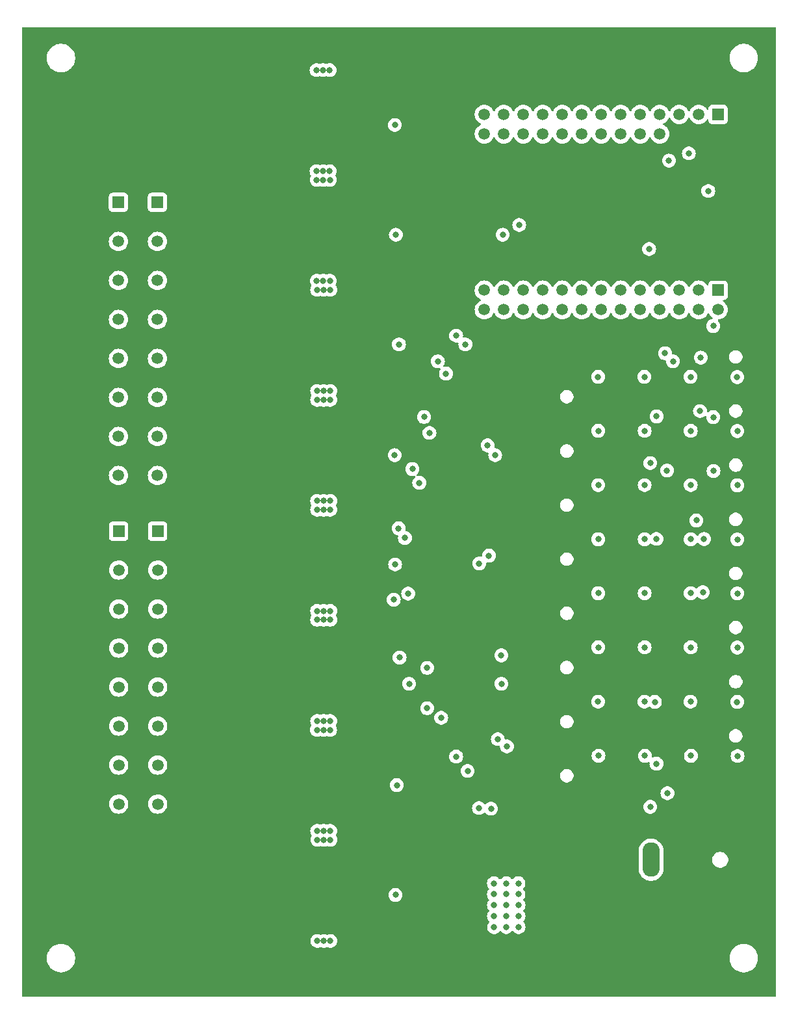
<source format=gbr>
G04 #@! TF.GenerationSoftware,KiCad,Pcbnew,8.0.1*
G04 #@! TF.CreationDate,2024-09-07T13:53:51-04:00*
G04 #@! TF.ProjectId,16ch-driver-v1,31366368-2d64-4726-9976-65722d76312e,rev?*
G04 #@! TF.SameCoordinates,Original*
G04 #@! TF.FileFunction,Copper,L2,Inr*
G04 #@! TF.FilePolarity,Positive*
%FSLAX46Y46*%
G04 Gerber Fmt 4.6, Leading zero omitted, Abs format (unit mm)*
G04 Created by KiCad (PCBNEW 8.0.1) date 2024-09-07 13:53:51*
%MOMM*%
%LPD*%
G01*
G04 APERTURE LIST*
G04 #@! TA.AperFunction,ComponentPad*
%ADD10R,1.508000X1.508000*%
G04 #@! TD*
G04 #@! TA.AperFunction,ComponentPad*
%ADD11C,1.508000*%
G04 #@! TD*
G04 #@! TA.AperFunction,ComponentPad*
%ADD12O,2.250000X4.500000*%
G04 #@! TD*
G04 #@! TA.AperFunction,ComponentPad*
%ADD13O,2.000000X4.000000*%
G04 #@! TD*
G04 #@! TA.AperFunction,ComponentPad*
%ADD14O,4.000000X2.000000*%
G04 #@! TD*
G04 #@! TA.AperFunction,ViaPad*
%ADD15C,0.800000*%
G04 #@! TD*
G04 APERTURE END LIST*
D10*
G04 #@! TO.N,/SpikeAndHoldDriverAndLEDs-1/DriveOut*
G04 #@! TO.C,J3*
X106637502Y-60639998D03*
X101557502Y-60639998D03*
D11*
G04 #@! TO.N,GND*
X106637502Y-63179998D03*
X101557502Y-63179998D03*
G04 #@! TO.N,/SpikeAndHoldDriverAndLEDs-9/DriveOut*
X106637502Y-65719998D03*
X101557502Y-65719998D03*
G04 #@! TO.N,GND*
X106637502Y-68259998D03*
X101557502Y-68259998D03*
G04 #@! TO.N,/SpikeAndHoldDriverAndLEDs-2/DriveOut*
X106637502Y-70799998D03*
X101557502Y-70799998D03*
G04 #@! TO.N,GND*
X106637502Y-73339998D03*
X101557502Y-73339998D03*
G04 #@! TO.N,/SpikeAndHoldDriverAndLEDs-10/DriveOut*
X106637502Y-75879998D03*
X101557502Y-75879998D03*
G04 #@! TO.N,GND*
X106637502Y-78419998D03*
X101557502Y-78419998D03*
G04 #@! TO.N,/SpikeAndHoldDriverAndLEDs-3/DriveOut*
X106637502Y-80959998D03*
X101557502Y-80959998D03*
G04 #@! TO.N,GND*
X106637502Y-83499998D03*
X101557502Y-83499998D03*
G04 #@! TO.N,/SpikeAndHoldDriverAndLEDs-11/DriveOut*
X106637502Y-86039998D03*
X101557502Y-86039998D03*
G04 #@! TO.N,GND*
X106637502Y-88579998D03*
X101557502Y-88579998D03*
G04 #@! TO.N,/SpikeAndHoldDriverAndLEDs-4/DriveOut*
X106637502Y-91119998D03*
X101557502Y-91119998D03*
G04 #@! TO.N,GND*
X106637502Y-93659998D03*
X101557502Y-93659998D03*
G04 #@! TO.N,/SpikeAndHoldDriverAndLEDs-12/DriveOut*
X106637502Y-96199998D03*
X101557502Y-96199998D03*
G04 #@! TO.N,GND*
X106637502Y-98739998D03*
X101557502Y-98739998D03*
G04 #@! TD*
D12*
G04 #@! TO.N,/12V_IN*
G04 #@! TO.C,J1*
X170955086Y-146253591D03*
D13*
G04 #@! TO.N,GND*
X176955086Y-146253591D03*
D14*
X177955086Y-141753591D03*
X177955086Y-150753591D03*
G04 #@! TD*
D10*
G04 #@! TO.N,/SpikeAndHoldDriverAndLEDs-5/DriveOut*
G04 #@! TO.C,J4*
X106662502Y-103439998D03*
X101582502Y-103439998D03*
D11*
G04 #@! TO.N,GND*
X106662502Y-105979998D03*
X101582502Y-105979998D03*
G04 #@! TO.N,/SpikeAndHoldDriverAndLEDs-13/DriveOut*
X106662502Y-108519998D03*
X101582502Y-108519998D03*
G04 #@! TO.N,GND*
X106662502Y-111059998D03*
X101582502Y-111059998D03*
G04 #@! TO.N,/SpikeAndHoldDriverAndLEDs-6/DriveOut*
X106662502Y-113599998D03*
X101582502Y-113599998D03*
G04 #@! TO.N,GND*
X106662502Y-116139998D03*
X101582502Y-116139998D03*
G04 #@! TO.N,/SpikeAndHoldDriverAndLEDs-14/DriveOut*
X106662502Y-118679998D03*
X101582502Y-118679998D03*
G04 #@! TO.N,GND*
X106662502Y-121219998D03*
X101582502Y-121219998D03*
G04 #@! TO.N,/SpikeAndHoldDriverAndLEDs-7/DriveOut*
X106662502Y-123759998D03*
X101582502Y-123759998D03*
G04 #@! TO.N,GND*
X106662502Y-126299998D03*
X101582502Y-126299998D03*
G04 #@! TO.N,/SpikeAndHoldDriverAndLEDs-15/DriveOut*
X106662502Y-128839998D03*
X101582502Y-128839998D03*
G04 #@! TO.N,GND*
X106662502Y-131379998D03*
X101582502Y-131379998D03*
G04 #@! TO.N,/SpikeAndHoldDriverAndLEDs-8/DriveOut*
X106662502Y-133919998D03*
X101582502Y-133919998D03*
G04 #@! TO.N,GND*
X106662502Y-136459998D03*
X101582502Y-136459998D03*
G04 #@! TO.N,/SpikeAndHoldDriverAndLEDs-16/DriveOut*
X106662502Y-138999998D03*
X101582502Y-138999998D03*
G04 #@! TO.N,GND*
X106662502Y-141539998D03*
X101582502Y-141539998D03*
G04 #@! TD*
D10*
G04 #@! TO.N,+3.3V*
G04 #@! TO.C,U18*
X179697064Y-49188987D03*
D11*
G04 #@! TO.N,GND*
X179697064Y-51728987D03*
G04 #@! TO.N,+3.3V*
X177157064Y-49188987D03*
G04 #@! TO.N,GND*
X177157064Y-51728987D03*
G04 #@! TO.N,+3.3V*
X174617064Y-49188987D03*
G04 #@! TO.N,GND*
X174617064Y-51728987D03*
G04 #@! TO.N,unconnected-(U18-AD0-PadCN2-7)*
X172077064Y-49188987D03*
G04 #@! TO.N,+3.3V*
X172077064Y-51728987D03*
G04 #@! TO.N,unconnected-(U18-AD2-PadCN2-9)*
X169537064Y-49188987D03*
G04 #@! TO.N,unconnected-(U18-AD1-PadCN2-10)*
X169537064Y-51728987D03*
G04 #@! TO.N,+3.3V*
X166997064Y-49188987D03*
G04 #@! TO.N,unconnected-(U18-AD3-PadCN2-12)*
X166997064Y-51728987D03*
G04 #@! TO.N,unconnected-(U18-AD5-PadCN2-13)*
X164457064Y-49188987D03*
G04 #@! TO.N,unconnected-(U18-AD4-PadCN2-14)*
X164457064Y-51728987D03*
G04 #@! TO.N,unconnected-(U18-AD7-PadCN2-15)*
X161917064Y-49188987D03*
G04 #@! TO.N,unconnected-(U18-AD6-PadCN2-16)*
X161917064Y-51728987D03*
G04 #@! TO.N,unconnected-(U18-BD1-PadCN2-17)*
X159377064Y-49188987D03*
G04 #@! TO.N,unconnected-(U18-BD0-PadCN2-18)*
X159377064Y-51728987D03*
G04 #@! TO.N,unconnected-(U18-BD3-PadCN2-19)*
X156837064Y-49188987D03*
G04 #@! TO.N,unconnected-(U18-BD2-PadCN2-20)*
X156837064Y-51728987D03*
G04 #@! TO.N,+3.3V*
X154297064Y-49188987D03*
G04 #@! TO.N,/SpikeAndHoldDriverAndLEDs-2/TTLInput*
X154297064Y-51728987D03*
G04 #@! TO.N,/SpikeAndHoldDriverAndLEDs-10/TTLInput*
X151757064Y-49188987D03*
G04 #@! TO.N,/SpikeAndHoldDriverAndLEDs-1/TTLInput*
X151757064Y-51728987D03*
G04 #@! TO.N,unconnected-(U18-SUSPEND#-PadCN2-25)*
X149217064Y-49188987D03*
G04 #@! TO.N,/SpikeAndHoldDriverAndLEDs-9/TTLInput*
X149217064Y-51728987D03*
D10*
G04 #@! TO.N,Net-(U18-VBUS)*
X179697064Y-72078987D03*
D11*
G04 #@! TO.N,unconnected-(U18-GND-PadCN3-2)*
X179687064Y-74618987D03*
G04 #@! TO.N,Net-(U18-VBUS)*
X177157064Y-72078987D03*
G04 #@! TO.N,unconnected-(U18-GND-PadCN3-4)*
X177157064Y-74618987D03*
G04 #@! TO.N,unconnected-(U18-CS-PadCN3-5)*
X174617064Y-72078987D03*
G04 #@! TO.N,unconnected-(U18-CLK-PadCN3-6)*
X174617064Y-74618987D03*
G04 #@! TO.N,unconnected-(U18-DATA-PadCN3-7)*
X172077064Y-72078987D03*
G04 #@! TO.N,unconnected-(U18-PWREN#-PadCN3-8)*
X172077064Y-74618987D03*
G04 #@! TO.N,unconnected-(U18-DD7-PadCN3-9)*
X169537064Y-72078987D03*
G04 #@! TO.N,unconnected-(U18-DD6-PadCN3-10)*
X169537064Y-74618987D03*
G04 #@! TO.N,unconnected-(U18-DD5-PadCN3-11)*
X166997064Y-72078987D03*
G04 #@! TO.N,+3.3V*
X166997064Y-74618987D03*
G04 #@! TO.N,/SpikeAndHoldDriverAndLEDs-16/TTLInput*
X164457064Y-72078987D03*
G04 #@! TO.N,/SpikeAndHoldDriverAndLEDs-8/TTLInput*
X164457064Y-74618987D03*
G04 #@! TO.N,/SpikeAndHoldDriverAndLEDs-15/TTLInput*
X161917064Y-72078987D03*
G04 #@! TO.N,/SpikeAndHoldDriverAndLEDs-7/TTLInput*
X161917064Y-74618987D03*
G04 #@! TO.N,/SpikeAndHoldDriverAndLEDs-14/TTLInput*
X159377064Y-72078987D03*
G04 #@! TO.N,/SpikeAndHoldDriverAndLEDs-6/TTLInput*
X159377064Y-74618987D03*
G04 #@! TO.N,unconnected-(U18-CD6-PadCN3-19)*
X156837064Y-72078987D03*
G04 #@! TO.N,/SpikeAndHoldDriverAndLEDs-5/TTLInput*
X156837064Y-74618987D03*
G04 #@! TO.N,/SpikeAndHoldDriverAndLEDs-13/TTLInput*
X154297064Y-72078987D03*
G04 #@! TO.N,+3.3V*
X154297064Y-74618987D03*
G04 #@! TO.N,/SpikeAndHoldDriverAndLEDs-4/TTLInput*
X151757064Y-72078987D03*
G04 #@! TO.N,/SpikeAndHoldDriverAndLEDs-12/TTLInput*
X151757064Y-74618987D03*
G04 #@! TO.N,/SpikeAndHoldDriverAndLEDs-3/TTLInput*
X149217064Y-72078987D03*
G04 #@! TO.N,/SpikeAndHoldDriverAndLEDs-11/TTLInput*
X149217064Y-74618987D03*
G04 #@! TD*
D15*
G04 #@! TO.N,+12V*
X164100000Y-132710000D03*
X127442502Y-114999999D03*
X127442502Y-100674999D03*
X128312502Y-156816783D03*
X150470000Y-149310000D03*
X128292502Y-128165355D03*
X127442502Y-86349999D03*
X170115000Y-118585000D03*
X170115000Y-111535000D03*
X129142502Y-99513927D03*
X164045000Y-125660000D03*
X129067502Y-43412499D03*
X153690000Y-155010000D03*
X127442502Y-85188213D03*
X127392502Y-70862499D03*
X182190000Y-118610000D03*
X176115000Y-118585000D03*
X153670000Y-149310000D03*
X129142502Y-142491069D03*
X170115000Y-97460000D03*
X128292502Y-85188213D03*
X128292502Y-114999999D03*
X127442502Y-128165355D03*
X153680000Y-153585000D03*
X128292502Y-100674999D03*
X127442502Y-113839641D03*
X182220000Y-132735000D03*
X152070000Y-149310000D03*
X182165000Y-83385000D03*
X176115000Y-104510000D03*
X176090000Y-83360000D03*
X129142502Y-113839641D03*
X129173501Y-143644999D03*
X164070000Y-97460000D03*
X164070000Y-104510000D03*
X150470000Y-150735000D03*
X182190000Y-104535000D03*
X128292502Y-142491069D03*
X170145000Y-132710000D03*
X152080000Y-152160000D03*
X128323501Y-143644999D03*
X129067502Y-56574999D03*
X128242502Y-70862499D03*
X152090000Y-155010000D03*
X128292502Y-99513927D03*
X150490000Y-155010000D03*
X153680000Y-152160000D03*
X176115000Y-97460000D03*
X170115000Y-90385000D03*
X129142502Y-85188213D03*
X128292502Y-86349999D03*
X176115000Y-90385000D03*
X127462502Y-156816783D03*
X129130999Y-129330000D03*
X150480000Y-153585000D03*
X153670000Y-150735000D03*
X129142502Y-128165355D03*
X170115000Y-104510000D03*
X128292502Y-113839641D03*
X127367502Y-43412499D03*
X128217502Y-56574999D03*
X127430999Y-129330000D03*
X182190000Y-90410000D03*
X127367502Y-56574999D03*
X129142502Y-86349999D03*
X128280999Y-129330000D03*
X129092502Y-70862499D03*
X176115000Y-111535000D03*
X129142502Y-72024999D03*
X129162502Y-156816783D03*
X182165000Y-125685000D03*
X127442502Y-99513927D03*
X129142502Y-114999999D03*
X176145000Y-132710000D03*
X129092502Y-57699999D03*
X182190000Y-111560000D03*
X164070000Y-111535000D03*
X128217502Y-43412499D03*
X182190000Y-97485000D03*
X152070000Y-150735000D03*
X128242502Y-57699999D03*
X164070000Y-90385000D03*
X127442502Y-72024999D03*
X129142502Y-100674999D03*
X127442502Y-142491069D03*
X176090000Y-125660000D03*
X128292502Y-72024999D03*
X127392502Y-57699999D03*
X164045000Y-83360000D03*
X164070000Y-118585000D03*
X152080000Y-153585000D03*
X127473501Y-143644999D03*
X170090000Y-83360000D03*
X170090000Y-125660000D03*
X150480000Y-152160000D03*
G04 #@! TO.N,GND*
X116367502Y-152916783D03*
X116367502Y-78044999D03*
X116377502Y-82624999D03*
X131317502Y-81194999D03*
X127280000Y-108630000D03*
X116302502Y-54012499D03*
X131317502Y-76018213D03*
X127270000Y-48660000D03*
X127250000Y-50020000D03*
X131317502Y-124169999D03*
X116377502Y-117565355D03*
X116377502Y-125599999D03*
X125840000Y-64360000D03*
X127260000Y-148950000D03*
X127250000Y-51370000D03*
X127280000Y-91650000D03*
X116428501Y-151984999D03*
X131317502Y-133321069D03*
X116327502Y-68299999D03*
X116377502Y-74588213D03*
X125870000Y-50010000D03*
X163770000Y-140730000D03*
X116397502Y-80364999D03*
X131317502Y-109844999D03*
X116272502Y-52674999D03*
X116377502Y-96949999D03*
X163770000Y-142840000D03*
X116335999Y-133230000D03*
X125880000Y-94350000D03*
X125900000Y-91640000D03*
X125880000Y-137260000D03*
X127260000Y-137270000D03*
X116302502Y-45974999D03*
X116397502Y-146216783D03*
X127300000Y-105920000D03*
X127260000Y-93010000D03*
X116347502Y-62522499D03*
X162170000Y-140730000D03*
X131317502Y-90343927D03*
X127220000Y-64370000D03*
X116365999Y-139930000D03*
X116397502Y-105499641D03*
X116347502Y-104574999D03*
X131317502Y-118995355D03*
X127280000Y-78730000D03*
X116347502Y-66039999D03*
X116272502Y-47312499D03*
X162170000Y-141760000D03*
X125960000Y-120270000D03*
X116367502Y-93493927D03*
X127340000Y-120280000D03*
X116377502Y-111274999D03*
X116322502Y-48234999D03*
X125920000Y-77360000D03*
X137115999Y-138790000D03*
X131267502Y-66869999D03*
X116397502Y-94689999D03*
X137052502Y-52872499D03*
X125940000Y-121630000D03*
X127320000Y-121640000D03*
X125900000Y-107270000D03*
X116347502Y-109939641D03*
X116367502Y-79168213D03*
X131317502Y-104669641D03*
X116292502Y-50554999D03*
X125900000Y-108620000D03*
X127240000Y-150310000D03*
X137127502Y-104379641D03*
X116367502Y-107819641D03*
X127280000Y-134560000D03*
X137127502Y-118705355D03*
X125880000Y-93000000D03*
X125880000Y-148940000D03*
X137147502Y-147356783D03*
X137127502Y-81484999D03*
X116408501Y-154244999D03*
X127260000Y-94360000D03*
X131317502Y-95519999D03*
X116398501Y-149664999D03*
X116367502Y-121019999D03*
X137127502Y-110134999D03*
X137077502Y-67159999D03*
X127220000Y-65720000D03*
X160520000Y-142840000D03*
X131267502Y-61692499D03*
X125870000Y-51360000D03*
X116322502Y-51752499D03*
X116347502Y-138591069D03*
X127240000Y-151660000D03*
X116397502Y-134151069D03*
X116377502Y-88913927D03*
X137127502Y-90053927D03*
X160520000Y-141760000D03*
X163770000Y-141760000D03*
X127260000Y-135920000D03*
X125940000Y-122980000D03*
X160520000Y-140730000D03*
X116397502Y-91173927D03*
X116397502Y-76848213D03*
X116367502Y-92369999D03*
X116327502Y-60262499D03*
X125840000Y-65710000D03*
X127320000Y-122990000D03*
X116387502Y-150796783D03*
X162170000Y-142840000D03*
X116377502Y-103239641D03*
X137127502Y-75728213D03*
X116317502Y-64842499D03*
X116347502Y-118899999D03*
X125860000Y-151650000D03*
X116317502Y-63719999D03*
X125880000Y-135910000D03*
X116377502Y-131891069D03*
X137127502Y-124459999D03*
X116385999Y-137670000D03*
X127240000Y-63010000D03*
X116397502Y-109014999D03*
X116347502Y-90249999D03*
X137077502Y-61402499D03*
X116347502Y-81288213D03*
X125860000Y-63000000D03*
X116417502Y-148476783D03*
X116297502Y-61599999D03*
X116397502Y-119825355D03*
X127300000Y-77370000D03*
X127280000Y-80080000D03*
X116367502Y-122145355D03*
X125900000Y-80070000D03*
X137127502Y-133031069D03*
X116292502Y-49432499D03*
X131337502Y-147646783D03*
X116355999Y-135350000D03*
X116347502Y-124265355D03*
X116378501Y-147544999D03*
X116367502Y-106694999D03*
X125900000Y-134550000D03*
X116297502Y-66962499D03*
X131242502Y-47404999D03*
X137052502Y-47114999D03*
X137127502Y-95809999D03*
X127280000Y-107280000D03*
X131242502Y-52582499D03*
X116347502Y-75924999D03*
X137158501Y-153104999D03*
X131305999Y-138500000D03*
X116397502Y-123339999D03*
X125920000Y-105910000D03*
X125860000Y-150300000D03*
X125900000Y-78720000D03*
X116347502Y-95613927D03*
X131348501Y-152814999D03*
X116367502Y-136471069D03*
X125890000Y-48650000D03*
G04 #@! TO.N,Net-(D2-K)*
X177425000Y-80860000D03*
X175870000Y-54250000D03*
G04 #@! TO.N,Net-(D5-K)*
X178400000Y-59160000D03*
X179050000Y-88610000D03*
G04 #@! TO.N,Net-(D8-K)*
X179087500Y-95622500D03*
X179050000Y-76735000D03*
G04 #@! TO.N,Net-(D11-K)*
X177325000Y-87810000D03*
X177850000Y-104485000D03*
G04 #@! TO.N,Net-(D14-K)*
X177700000Y-111410000D03*
X176850000Y-102060000D03*
G04 #@! TO.N,Net-(D26-K)*
X143175000Y-81335000D03*
G04 #@! TO.N,Net-(D3-K)*
X173800000Y-81335000D03*
X173275000Y-55210000D03*
G04 #@! TO.N,Net-(D6-K)*
X171675000Y-88510000D03*
X170700000Y-66710000D03*
G04 #@! TO.N,Net-(D29-K)*
X141375000Y-88585000D03*
G04 #@! TO.N,Net-(D9-K)*
X173025000Y-95560000D03*
X172775000Y-80285000D03*
G04 #@! TO.N,Net-(D12-K)*
X170850000Y-94585000D03*
X171650000Y-104460000D03*
G04 #@! TO.N,Net-(D32-K)*
X139850000Y-95360000D03*
G04 #@! TO.N,Net-(D21-K)*
X171450000Y-125685000D03*
X173088931Y-137571069D03*
G04 #@! TO.N,Net-(D35-K)*
X138050000Y-103085000D03*
G04 #@! TO.N,Net-(D24-K)*
X171650000Y-133735000D03*
X170850000Y-139360000D03*
G04 #@! TO.N,Net-(D27-K)*
X144225000Y-82935000D03*
G04 #@! TO.N,Net-(D38-K)*
X137425000Y-112385000D03*
G04 #@! TO.N,Net-(D30-K)*
X142075000Y-90660000D03*
G04 #@! TO.N,Net-(D33-K)*
X140750000Y-97160000D03*
G04 #@! TO.N,Net-(D41-K)*
X141775000Y-121260000D03*
G04 #@! TO.N,Net-(D36-K)*
X138875000Y-104335000D03*
G04 #@! TO.N,Net-(D39-K)*
X139300000Y-111585000D03*
G04 #@! TO.N,Net-(D44-K)*
X143600000Y-127760000D03*
G04 #@! TO.N,Net-(D42-K)*
X138190000Y-119920000D03*
G04 #@! TO.N,Net-(D45-K)*
X141775000Y-126510000D03*
G04 #@! TO.N,Net-(D47-K)*
X147050000Y-134685000D03*
G04 #@! TO.N,Net-(D48-K)*
X145550000Y-132810000D03*
G04 #@! TO.N,/SpikeAndHoldDriverAndLEDs-2/TTLInput*
X153775000Y-63585000D03*
G04 #@! TO.N,/SpikeAndHoldDriverAndLEDs-3/TTLInput*
X145550000Y-77988213D03*
G04 #@! TO.N,/SpikeAndHoldDriverAndLEDs-4/TTLInput*
X149650000Y-92285000D03*
G04 #@! TO.N,/SpikeAndHoldDriverAndLEDs-5/TTLInput*
X149830000Y-106640000D03*
G04 #@! TO.N,/SpikeAndHoldDriverAndLEDs-6/TTLInput*
X151440000Y-119620000D03*
G04 #@! TO.N,/SpikeAndHoldDriverAndLEDs-7/TTLInput*
X150975000Y-130535000D03*
G04 #@! TO.N,/SpikeAndHoldDriverAndLEDs-8/TTLInput*
X148525000Y-139510000D03*
G04 #@! TO.N,/SpikeAndHoldDriverAndLEDs-9/TTLInput*
X137575000Y-50560000D03*
G04 #@! TO.N,/SpikeAndHoldDriverAndLEDs-10/TTLInput*
X137700000Y-64860000D03*
X151625000Y-64860000D03*
G04 #@! TO.N,/SpikeAndHoldDriverAndLEDs-11/TTLInput*
X146750000Y-79135000D03*
X138100000Y-79135000D03*
G04 #@! TO.N,/SpikeAndHoldDriverAndLEDs-12/TTLInput*
X150640000Y-93560000D03*
X137540000Y-93560000D03*
G04 #@! TO.N,/SpikeAndHoldDriverAndLEDs-13/TTLInput*
X148550000Y-107670000D03*
X137600000Y-107790000D03*
G04 #@! TO.N,/SpikeAndHoldDriverAndLEDs-14/TTLInput*
X151450000Y-123335000D03*
X139425000Y-123335000D03*
G04 #@! TO.N,/SpikeAndHoldDriverAndLEDs-15/TTLInput*
X137829999Y-136530001D03*
X152175000Y-131485000D03*
G04 #@! TO.N,/SpikeAndHoldDriverAndLEDs-16/TTLInput*
X150100000Y-139600000D03*
X137650000Y-150830000D03*
G04 #@! TD*
G04 #@! TA.AperFunction,Conductor*
G04 #@! TO.N,GND*
G36*
X187192539Y-37830185D02*
G01*
X187238294Y-37882989D01*
X187249500Y-37934500D01*
X187249500Y-163935500D01*
X187229815Y-164002539D01*
X187177011Y-164048294D01*
X187125500Y-164059500D01*
X89124500Y-164059500D01*
X89057461Y-164039815D01*
X89011706Y-163987011D01*
X89000500Y-163935500D01*
X89000500Y-159181288D01*
X92224500Y-159181288D01*
X92256161Y-159421785D01*
X92318947Y-159656104D01*
X92411773Y-159880205D01*
X92411776Y-159880212D01*
X92533064Y-160090289D01*
X92533066Y-160090292D01*
X92533067Y-160090293D01*
X92680733Y-160282736D01*
X92680739Y-160282743D01*
X92852256Y-160454260D01*
X92852262Y-160454265D01*
X93044711Y-160601936D01*
X93254788Y-160723224D01*
X93478900Y-160816054D01*
X93713211Y-160878838D01*
X93893586Y-160902584D01*
X93953711Y-160910500D01*
X93953712Y-160910500D01*
X94196289Y-160910500D01*
X94244388Y-160904167D01*
X94436789Y-160878838D01*
X94671100Y-160816054D01*
X94895212Y-160723224D01*
X95105289Y-160601936D01*
X95297738Y-160454265D01*
X95469265Y-160282738D01*
X95616936Y-160090289D01*
X95738224Y-159880212D01*
X95831054Y-159656100D01*
X95893838Y-159421789D01*
X95925500Y-159181288D01*
X181174500Y-159181288D01*
X181206161Y-159421785D01*
X181268947Y-159656104D01*
X181361773Y-159880205D01*
X181361776Y-159880212D01*
X181483064Y-160090289D01*
X181483066Y-160090292D01*
X181483067Y-160090293D01*
X181630733Y-160282736D01*
X181630739Y-160282743D01*
X181802256Y-160454260D01*
X181802262Y-160454265D01*
X181994711Y-160601936D01*
X182204788Y-160723224D01*
X182428900Y-160816054D01*
X182663211Y-160878838D01*
X182843586Y-160902584D01*
X182903711Y-160910500D01*
X182903712Y-160910500D01*
X183146289Y-160910500D01*
X183194388Y-160904167D01*
X183386789Y-160878838D01*
X183621100Y-160816054D01*
X183845212Y-160723224D01*
X184055289Y-160601936D01*
X184247738Y-160454265D01*
X184419265Y-160282738D01*
X184566936Y-160090289D01*
X184688224Y-159880212D01*
X184781054Y-159656100D01*
X184843838Y-159421789D01*
X184875500Y-159181288D01*
X184875500Y-158938712D01*
X184843838Y-158698211D01*
X184781054Y-158463900D01*
X184688224Y-158239788D01*
X184566936Y-158029711D01*
X184419265Y-157837262D01*
X184419260Y-157837256D01*
X184247743Y-157665739D01*
X184247736Y-157665733D01*
X184055293Y-157518067D01*
X184055292Y-157518066D01*
X184055289Y-157518064D01*
X183845212Y-157396776D01*
X183845205Y-157396773D01*
X183621104Y-157303947D01*
X183386785Y-157241161D01*
X183146289Y-157209500D01*
X183146288Y-157209500D01*
X182903712Y-157209500D01*
X182903711Y-157209500D01*
X182663214Y-157241161D01*
X182428895Y-157303947D01*
X182204794Y-157396773D01*
X182204785Y-157396777D01*
X181994706Y-157518067D01*
X181802263Y-157665733D01*
X181802256Y-157665739D01*
X181630739Y-157837256D01*
X181630733Y-157837263D01*
X181483067Y-158029706D01*
X181361777Y-158239785D01*
X181361773Y-158239794D01*
X181268947Y-158463895D01*
X181206161Y-158698214D01*
X181174500Y-158938711D01*
X181174500Y-159181288D01*
X95925500Y-159181288D01*
X95925500Y-158938712D01*
X95893838Y-158698211D01*
X95831054Y-158463900D01*
X95738224Y-158239788D01*
X95616936Y-158029711D01*
X95469265Y-157837262D01*
X95469260Y-157837256D01*
X95297743Y-157665739D01*
X95297736Y-157665733D01*
X95105293Y-157518067D01*
X95105292Y-157518066D01*
X95105289Y-157518064D01*
X94895212Y-157396776D01*
X94895205Y-157396773D01*
X94671104Y-157303947D01*
X94436785Y-157241161D01*
X94196289Y-157209500D01*
X94196288Y-157209500D01*
X93953712Y-157209500D01*
X93953711Y-157209500D01*
X93713214Y-157241161D01*
X93478895Y-157303947D01*
X93254794Y-157396773D01*
X93254785Y-157396777D01*
X93044706Y-157518067D01*
X92852263Y-157665733D01*
X92852256Y-157665739D01*
X92680739Y-157837256D01*
X92680733Y-157837263D01*
X92533067Y-158029706D01*
X92411777Y-158239785D01*
X92411773Y-158239794D01*
X92318947Y-158463895D01*
X92256161Y-158698214D01*
X92224500Y-158938711D01*
X92224500Y-159181288D01*
X89000500Y-159181288D01*
X89000500Y-156816783D01*
X126557042Y-156816783D01*
X126576828Y-157005039D01*
X126576829Y-157005042D01*
X126635320Y-157185060D01*
X126635323Y-157185067D01*
X126729969Y-157348999D01*
X126772988Y-157396776D01*
X126856631Y-157489671D01*
X127009767Y-157600931D01*
X127009772Y-157600934D01*
X127182694Y-157677925D01*
X127182699Y-157677927D01*
X127367856Y-157717283D01*
X127367857Y-157717283D01*
X127557146Y-157717283D01*
X127557148Y-157717283D01*
X127742305Y-157677927D01*
X127837066Y-157635735D01*
X127906315Y-157626450D01*
X127937936Y-157635735D01*
X128032699Y-157677927D01*
X128217856Y-157717283D01*
X128217857Y-157717283D01*
X128407146Y-157717283D01*
X128407148Y-157717283D01*
X128592305Y-157677927D01*
X128687066Y-157635735D01*
X128756315Y-157626450D01*
X128787936Y-157635735D01*
X128882699Y-157677927D01*
X129067856Y-157717283D01*
X129067857Y-157717283D01*
X129257146Y-157717283D01*
X129257148Y-157717283D01*
X129442305Y-157677927D01*
X129615232Y-157600934D01*
X129768373Y-157489671D01*
X129895035Y-157348999D01*
X129989681Y-157185067D01*
X130048176Y-157005039D01*
X130067962Y-156816783D01*
X130048176Y-156628527D01*
X129989681Y-156448499D01*
X129895035Y-156284567D01*
X129768373Y-156143895D01*
X129768372Y-156143894D01*
X129615236Y-156032634D01*
X129615231Y-156032631D01*
X129442309Y-155955640D01*
X129442304Y-155955638D01*
X129296503Y-155924648D01*
X129257148Y-155916283D01*
X129067856Y-155916283D01*
X129035399Y-155923181D01*
X128882699Y-155955638D01*
X128882697Y-155955639D01*
X128787937Y-155997829D01*
X128718687Y-156007113D01*
X128687067Y-155997829D01*
X128592306Y-155955639D01*
X128592304Y-155955638D01*
X128446503Y-155924648D01*
X128407148Y-155916283D01*
X128217856Y-155916283D01*
X128185399Y-155923181D01*
X128032699Y-155955638D01*
X128032697Y-155955639D01*
X127937937Y-155997829D01*
X127868687Y-156007113D01*
X127837067Y-155997829D01*
X127742306Y-155955639D01*
X127742304Y-155955638D01*
X127596503Y-155924648D01*
X127557148Y-155916283D01*
X127367856Y-155916283D01*
X127335399Y-155923181D01*
X127182699Y-155955638D01*
X127182694Y-155955640D01*
X127009772Y-156032631D01*
X127009767Y-156032634D01*
X126856631Y-156143894D01*
X126729968Y-156284568D01*
X126635323Y-156448498D01*
X126635320Y-156448505D01*
X126576829Y-156628523D01*
X126576828Y-156628527D01*
X126557042Y-156816783D01*
X89000500Y-156816783D01*
X89000500Y-150830000D01*
X136744540Y-150830000D01*
X136764326Y-151018256D01*
X136764327Y-151018259D01*
X136822818Y-151198277D01*
X136822821Y-151198284D01*
X136917467Y-151362216D01*
X137029924Y-151487112D01*
X137044129Y-151502888D01*
X137197265Y-151614148D01*
X137197270Y-151614151D01*
X137370192Y-151691142D01*
X137370197Y-151691144D01*
X137555354Y-151730500D01*
X137555355Y-151730500D01*
X137744644Y-151730500D01*
X137744646Y-151730500D01*
X137929803Y-151691144D01*
X138102730Y-151614151D01*
X138255871Y-151502888D01*
X138382533Y-151362216D01*
X138477179Y-151198284D01*
X138535674Y-151018256D01*
X138555460Y-150830000D01*
X138545475Y-150735000D01*
X149564540Y-150735000D01*
X149584326Y-150923256D01*
X149584327Y-150923259D01*
X149642818Y-151103277D01*
X149642821Y-151103284D01*
X149737467Y-151267216D01*
X149803236Y-151340260D01*
X149830087Y-151370081D01*
X149860317Y-151433072D01*
X149851692Y-151502408D01*
X149830087Y-151536025D01*
X149747466Y-151627785D01*
X149652821Y-151791715D01*
X149652818Y-151791722D01*
X149594327Y-151971740D01*
X149594326Y-151971744D01*
X149574540Y-152160000D01*
X149594326Y-152348256D01*
X149594327Y-152348259D01*
X149652818Y-152528277D01*
X149652821Y-152528284D01*
X149747466Y-152692215D01*
X149835086Y-152789528D01*
X149865316Y-152852520D01*
X149856690Y-152921855D01*
X149835086Y-152955472D01*
X149747466Y-153052784D01*
X149652821Y-153216715D01*
X149652818Y-153216722D01*
X149594327Y-153396740D01*
X149594326Y-153396744D01*
X149574540Y-153585000D01*
X149594326Y-153773256D01*
X149594327Y-153773259D01*
X149652818Y-153953277D01*
X149652821Y-153953284D01*
X149747467Y-154117216D01*
X149813236Y-154190260D01*
X149840087Y-154220081D01*
X149870317Y-154283072D01*
X149861692Y-154352408D01*
X149840087Y-154386025D01*
X149757466Y-154477785D01*
X149662821Y-154641715D01*
X149662818Y-154641722D01*
X149604327Y-154821740D01*
X149604326Y-154821744D01*
X149584540Y-155010000D01*
X149604326Y-155198256D01*
X149604327Y-155198259D01*
X149662818Y-155378277D01*
X149662821Y-155378284D01*
X149757467Y-155542216D01*
X149782150Y-155569629D01*
X149884129Y-155682888D01*
X150037265Y-155794148D01*
X150037270Y-155794151D01*
X150210192Y-155871142D01*
X150210197Y-155871144D01*
X150395354Y-155910500D01*
X150395355Y-155910500D01*
X150584644Y-155910500D01*
X150584646Y-155910500D01*
X150769803Y-155871144D01*
X150942730Y-155794151D01*
X151095871Y-155682888D01*
X151197850Y-155569628D01*
X151257337Y-155532980D01*
X151327194Y-155534311D01*
X151382150Y-155569629D01*
X151484129Y-155682888D01*
X151637265Y-155794148D01*
X151637270Y-155794151D01*
X151810192Y-155871142D01*
X151810197Y-155871144D01*
X151995354Y-155910500D01*
X151995355Y-155910500D01*
X152184644Y-155910500D01*
X152184646Y-155910500D01*
X152369803Y-155871144D01*
X152542730Y-155794151D01*
X152695871Y-155682888D01*
X152797850Y-155569628D01*
X152857337Y-155532980D01*
X152927194Y-155534311D01*
X152982150Y-155569629D01*
X153084129Y-155682888D01*
X153237265Y-155794148D01*
X153237270Y-155794151D01*
X153410192Y-155871142D01*
X153410197Y-155871144D01*
X153595354Y-155910500D01*
X153595355Y-155910500D01*
X153784644Y-155910500D01*
X153784646Y-155910500D01*
X153969803Y-155871144D01*
X154142730Y-155794151D01*
X154295871Y-155682888D01*
X154422533Y-155542216D01*
X154517179Y-155378284D01*
X154575674Y-155198256D01*
X154595460Y-155010000D01*
X154575674Y-154821744D01*
X154517179Y-154641716D01*
X154422533Y-154477784D01*
X154329912Y-154374918D01*
X154299682Y-154311927D01*
X154308307Y-154242591D01*
X154329909Y-154208978D01*
X154412533Y-154117216D01*
X154507179Y-153953284D01*
X154565674Y-153773256D01*
X154585460Y-153585000D01*
X154565674Y-153396744D01*
X154507179Y-153216716D01*
X154412533Y-153052784D01*
X154324910Y-152955469D01*
X154294682Y-152892481D01*
X154303307Y-152823146D01*
X154324908Y-152789532D01*
X154412533Y-152692216D01*
X154507179Y-152528284D01*
X154565674Y-152348256D01*
X154585460Y-152160000D01*
X154565674Y-151971744D01*
X154507179Y-151791716D01*
X154412533Y-151627784D01*
X154319912Y-151524918D01*
X154289682Y-151461927D01*
X154298307Y-151392591D01*
X154319909Y-151358978D01*
X154402533Y-151267216D01*
X154497179Y-151103284D01*
X154555674Y-150923256D01*
X154575460Y-150735000D01*
X154555674Y-150546744D01*
X154497179Y-150366716D01*
X154402533Y-150202784D01*
X154314910Y-150105469D01*
X154284682Y-150042481D01*
X154293307Y-149973146D01*
X154314908Y-149939532D01*
X154402533Y-149842216D01*
X154497179Y-149678284D01*
X154555674Y-149498256D01*
X154575460Y-149310000D01*
X154555674Y-149121744D01*
X154497179Y-148941716D01*
X154402533Y-148777784D01*
X154275871Y-148637112D01*
X154250196Y-148618458D01*
X154122734Y-148525851D01*
X154122729Y-148525848D01*
X153949807Y-148448857D01*
X153949802Y-148448855D01*
X153804001Y-148417865D01*
X153764646Y-148409500D01*
X153575354Y-148409500D01*
X153542897Y-148416398D01*
X153390197Y-148448855D01*
X153390192Y-148448857D01*
X153217270Y-148525848D01*
X153217265Y-148525851D01*
X153064132Y-148637109D01*
X152962150Y-148750371D01*
X152902663Y-148787019D01*
X152832806Y-148785688D01*
X152777850Y-148750371D01*
X152675871Y-148637112D01*
X152650196Y-148618458D01*
X152522734Y-148525851D01*
X152522729Y-148525848D01*
X152349807Y-148448857D01*
X152349802Y-148448855D01*
X152204001Y-148417865D01*
X152164646Y-148409500D01*
X151975354Y-148409500D01*
X151942897Y-148416398D01*
X151790197Y-148448855D01*
X151790192Y-148448857D01*
X151617270Y-148525848D01*
X151617265Y-148525851D01*
X151464132Y-148637109D01*
X151362150Y-148750371D01*
X151302663Y-148787019D01*
X151232806Y-148785688D01*
X151177850Y-148750371D01*
X151075871Y-148637112D01*
X151050196Y-148618458D01*
X150922734Y-148525851D01*
X150922729Y-148525848D01*
X150749807Y-148448857D01*
X150749802Y-148448855D01*
X150604001Y-148417865D01*
X150564646Y-148409500D01*
X150375354Y-148409500D01*
X150342897Y-148416398D01*
X150190197Y-148448855D01*
X150190192Y-148448857D01*
X150017270Y-148525848D01*
X150017265Y-148525851D01*
X149864129Y-148637111D01*
X149737466Y-148777785D01*
X149642821Y-148941715D01*
X149642818Y-148941722D01*
X149584327Y-149121740D01*
X149584326Y-149121744D01*
X149564540Y-149310000D01*
X149584326Y-149498256D01*
X149584327Y-149498259D01*
X149642818Y-149678277D01*
X149642821Y-149678284D01*
X149737466Y-149842215D01*
X149825086Y-149939528D01*
X149855316Y-150002520D01*
X149846690Y-150071855D01*
X149825086Y-150105472D01*
X149737466Y-150202784D01*
X149642821Y-150366715D01*
X149642818Y-150366722D01*
X149611953Y-150461716D01*
X149584326Y-150546744D01*
X149564540Y-150735000D01*
X138545475Y-150735000D01*
X138535674Y-150641744D01*
X138477179Y-150461716D01*
X138382533Y-150297784D01*
X138255871Y-150157112D01*
X138255870Y-150157111D01*
X138102734Y-150045851D01*
X138102729Y-150045848D01*
X137929807Y-149968857D01*
X137929802Y-149968855D01*
X137784001Y-149937865D01*
X137744646Y-149929500D01*
X137555354Y-149929500D01*
X137522897Y-149936398D01*
X137370197Y-149968855D01*
X137370192Y-149968857D01*
X137197270Y-150045848D01*
X137197265Y-150045851D01*
X137044129Y-150157111D01*
X136917466Y-150297785D01*
X136822821Y-150461715D01*
X136822818Y-150461722D01*
X136764327Y-150641740D01*
X136764326Y-150641744D01*
X136744540Y-150830000D01*
X89000500Y-150830000D01*
X89000500Y-147506520D01*
X169329586Y-147506520D01*
X169369612Y-147759231D01*
X169448674Y-148002563D01*
X169448675Y-148002566D01*
X169564836Y-148230541D01*
X169715218Y-148437526D01*
X169715222Y-148437531D01*
X169896145Y-148618454D01*
X169896150Y-148618458D01*
X170076693Y-148749629D01*
X170103139Y-148768843D01*
X170252166Y-148844776D01*
X170331110Y-148885001D01*
X170331113Y-148885002D01*
X170452779Y-148924533D01*
X170574447Y-148964065D01*
X170827156Y-149004091D01*
X170827157Y-149004091D01*
X171083015Y-149004091D01*
X171083016Y-149004091D01*
X171335725Y-148964065D01*
X171579061Y-148885001D01*
X171807033Y-148768843D01*
X172014028Y-148618453D01*
X172194948Y-148437533D01*
X172345338Y-148230538D01*
X172461496Y-148002566D01*
X172540560Y-147759230D01*
X172580586Y-147506521D01*
X172580586Y-146357060D01*
X178904586Y-146357060D01*
X178944954Y-146560003D01*
X178944956Y-146560011D01*
X179024144Y-146751187D01*
X179139110Y-146923248D01*
X179285428Y-147069566D01*
X179285431Y-147069568D01*
X179457488Y-147184532D01*
X179648666Y-147263721D01*
X179851616Y-147304090D01*
X179851620Y-147304091D01*
X179851621Y-147304091D01*
X180058552Y-147304091D01*
X180058553Y-147304090D01*
X180261506Y-147263721D01*
X180452684Y-147184532D01*
X180624741Y-147069568D01*
X180771063Y-146923246D01*
X180886027Y-146751189D01*
X180965216Y-146560011D01*
X181005586Y-146357056D01*
X181005586Y-146150126D01*
X180965216Y-145947171D01*
X180886027Y-145755993D01*
X180771063Y-145583936D01*
X180771061Y-145583933D01*
X180624743Y-145437615D01*
X180538712Y-145380132D01*
X180452684Y-145322650D01*
X180261506Y-145243461D01*
X180261498Y-145243459D01*
X180058555Y-145203091D01*
X180058551Y-145203091D01*
X179851621Y-145203091D01*
X179851616Y-145203091D01*
X179648673Y-145243459D01*
X179648665Y-145243461D01*
X179457489Y-145322649D01*
X179285428Y-145437615D01*
X179139110Y-145583933D01*
X179024144Y-145755994D01*
X178944956Y-145947170D01*
X178944954Y-145947178D01*
X178904586Y-146150121D01*
X178904586Y-146357060D01*
X172580586Y-146357060D01*
X172580586Y-145000661D01*
X172540560Y-144747952D01*
X172461992Y-144506143D01*
X172461497Y-144504618D01*
X172461496Y-144504615D01*
X172366352Y-144317887D01*
X172345338Y-144276644D01*
X172273099Y-144177215D01*
X172194953Y-144069655D01*
X172194949Y-144069650D01*
X172014026Y-143888727D01*
X172014021Y-143888723D01*
X171807036Y-143738341D01*
X171807035Y-143738340D01*
X171807033Y-143738339D01*
X171733996Y-143701124D01*
X171579061Y-143622180D01*
X171579058Y-143622179D01*
X171335726Y-143543117D01*
X171209370Y-143523104D01*
X171083016Y-143503091D01*
X170827156Y-143503091D01*
X170742919Y-143516433D01*
X170574445Y-143543117D01*
X170331113Y-143622179D01*
X170331110Y-143622180D01*
X170103135Y-143738341D01*
X169896150Y-143888723D01*
X169896145Y-143888727D01*
X169715222Y-144069650D01*
X169715218Y-144069655D01*
X169564836Y-144276640D01*
X169448675Y-144504615D01*
X169448674Y-144504618D01*
X169369612Y-144747950D01*
X169329586Y-145000661D01*
X169329586Y-147506520D01*
X89000500Y-147506520D01*
X89000500Y-142491069D01*
X126537042Y-142491069D01*
X126556828Y-142679325D01*
X126556829Y-142679328D01*
X126615320Y-142859346D01*
X126615323Y-142859353D01*
X126713218Y-143028913D01*
X126711655Y-143029815D01*
X126732181Y-143087355D01*
X126716352Y-143155408D01*
X126715771Y-143156425D01*
X126646321Y-143276717D01*
X126646319Y-143276721D01*
X126587828Y-143456739D01*
X126587827Y-143456743D01*
X126568041Y-143644999D01*
X126587827Y-143833255D01*
X126587828Y-143833258D01*
X126646319Y-144013276D01*
X126646322Y-144013283D01*
X126740968Y-144177215D01*
X126830491Y-144276640D01*
X126867630Y-144317887D01*
X127020766Y-144429147D01*
X127020771Y-144429150D01*
X127193693Y-144506141D01*
X127193698Y-144506143D01*
X127378855Y-144545499D01*
X127378856Y-144545499D01*
X127568145Y-144545499D01*
X127568147Y-144545499D01*
X127753304Y-144506143D01*
X127848065Y-144463951D01*
X127917314Y-144454666D01*
X127948935Y-144463951D01*
X128043698Y-144506143D01*
X128228855Y-144545499D01*
X128228856Y-144545499D01*
X128418145Y-144545499D01*
X128418147Y-144545499D01*
X128603304Y-144506143D01*
X128698065Y-144463951D01*
X128767314Y-144454666D01*
X128798935Y-144463951D01*
X128893698Y-144506143D01*
X129078855Y-144545499D01*
X129078856Y-144545499D01*
X129268145Y-144545499D01*
X129268147Y-144545499D01*
X129453304Y-144506143D01*
X129626231Y-144429150D01*
X129779372Y-144317887D01*
X129906034Y-144177215D01*
X130000680Y-144013283D01*
X130059175Y-143833255D01*
X130078961Y-143644999D01*
X130059175Y-143456743D01*
X130000680Y-143276715D01*
X129906034Y-143112783D01*
X129902785Y-143107155D01*
X129904348Y-143106252D01*
X129883821Y-143048718D01*
X129899647Y-142980665D01*
X129900154Y-142979777D01*
X129969681Y-142859353D01*
X130028176Y-142679325D01*
X130047962Y-142491069D01*
X130028176Y-142302813D01*
X129969681Y-142122785D01*
X129875035Y-141958853D01*
X129748373Y-141818181D01*
X129748372Y-141818180D01*
X129595236Y-141706920D01*
X129595231Y-141706917D01*
X129422309Y-141629926D01*
X129422304Y-141629924D01*
X129276503Y-141598934D01*
X129237148Y-141590569D01*
X129047856Y-141590569D01*
X129015399Y-141597467D01*
X128862699Y-141629924D01*
X128862697Y-141629925D01*
X128767937Y-141672115D01*
X128698687Y-141681399D01*
X128667067Y-141672115D01*
X128572306Y-141629925D01*
X128572304Y-141629924D01*
X128426503Y-141598934D01*
X128387148Y-141590569D01*
X128197856Y-141590569D01*
X128165399Y-141597467D01*
X128012699Y-141629924D01*
X128012697Y-141629925D01*
X127917937Y-141672115D01*
X127848687Y-141681399D01*
X127817067Y-141672115D01*
X127722306Y-141629925D01*
X127722304Y-141629924D01*
X127576503Y-141598934D01*
X127537148Y-141590569D01*
X127347856Y-141590569D01*
X127315399Y-141597467D01*
X127162699Y-141629924D01*
X127162694Y-141629926D01*
X126989772Y-141706917D01*
X126989767Y-141706920D01*
X126836631Y-141818180D01*
X126709968Y-141958854D01*
X126615323Y-142122784D01*
X126615320Y-142122791D01*
X126556829Y-142302809D01*
X126556828Y-142302813D01*
X126537042Y-142491069D01*
X89000500Y-142491069D01*
X89000500Y-139000000D01*
X100323210Y-139000000D01*
X100333532Y-139117989D01*
X100342341Y-139218672D01*
X100399155Y-139430701D01*
X100399156Y-139430704D01*
X100399157Y-139430706D01*
X100491921Y-139629640D01*
X100491925Y-139629648D01*
X100617824Y-139809450D01*
X100617829Y-139809456D01*
X100773043Y-139964670D01*
X100773049Y-139964675D01*
X100952851Y-140090574D01*
X100952853Y-140090575D01*
X100952856Y-140090577D01*
X101151799Y-140183345D01*
X101363828Y-140240159D01*
X101520023Y-140253824D01*
X101582500Y-140259290D01*
X101582502Y-140259290D01*
X101582504Y-140259290D01*
X101637170Y-140254507D01*
X101801176Y-140240159D01*
X102013205Y-140183345D01*
X102212148Y-140090577D01*
X102391959Y-139964672D01*
X102547176Y-139809455D01*
X102673081Y-139629644D01*
X102765849Y-139430701D01*
X102822663Y-139218672D01*
X102841794Y-139000000D01*
X105403210Y-139000000D01*
X105413532Y-139117989D01*
X105422341Y-139218672D01*
X105479155Y-139430701D01*
X105479156Y-139430704D01*
X105479157Y-139430706D01*
X105571921Y-139629640D01*
X105571925Y-139629648D01*
X105697824Y-139809450D01*
X105697829Y-139809456D01*
X105853043Y-139964670D01*
X105853049Y-139964675D01*
X106032851Y-140090574D01*
X106032853Y-140090575D01*
X106032856Y-140090577D01*
X106231799Y-140183345D01*
X106443828Y-140240159D01*
X106600023Y-140253824D01*
X106662500Y-140259290D01*
X106662502Y-140259290D01*
X106662504Y-140259290D01*
X106717170Y-140254507D01*
X106881176Y-140240159D01*
X107093205Y-140183345D01*
X107292148Y-140090577D01*
X107471959Y-139964672D01*
X107627176Y-139809455D01*
X107753081Y-139629644D01*
X107808872Y-139510000D01*
X147619540Y-139510000D01*
X147639326Y-139698256D01*
X147639327Y-139698259D01*
X147697818Y-139878277D01*
X147697821Y-139878284D01*
X147792467Y-140042216D01*
X147873502Y-140132214D01*
X147919129Y-140182888D01*
X148072265Y-140294148D01*
X148072270Y-140294151D01*
X148245192Y-140371142D01*
X148245197Y-140371144D01*
X148430354Y-140410500D01*
X148430355Y-140410500D01*
X148619644Y-140410500D01*
X148619646Y-140410500D01*
X148804803Y-140371144D01*
X148977730Y-140294151D01*
X149130871Y-140182888D01*
X149179833Y-140128509D01*
X149239316Y-140091863D01*
X149309173Y-140093192D01*
X149364131Y-140128511D01*
X149494129Y-140272888D01*
X149647265Y-140384148D01*
X149647270Y-140384151D01*
X149820192Y-140461142D01*
X149820197Y-140461144D01*
X150005354Y-140500500D01*
X150005355Y-140500500D01*
X150194644Y-140500500D01*
X150194646Y-140500500D01*
X150379803Y-140461144D01*
X150552730Y-140384151D01*
X150705871Y-140272888D01*
X150832533Y-140132216D01*
X150927179Y-139968284D01*
X150985674Y-139788256D01*
X151005460Y-139600000D01*
X150985674Y-139411744D01*
X150968861Y-139360000D01*
X169944540Y-139360000D01*
X169964326Y-139548256D01*
X169964327Y-139548259D01*
X170022818Y-139728277D01*
X170022821Y-139728284D01*
X170117467Y-139892216D01*
X170182705Y-139964670D01*
X170244129Y-140032888D01*
X170397265Y-140144148D01*
X170397270Y-140144151D01*
X170570192Y-140221142D01*
X170570197Y-140221144D01*
X170755354Y-140260500D01*
X170755355Y-140260500D01*
X170944644Y-140260500D01*
X170944646Y-140260500D01*
X171129803Y-140221144D01*
X171302730Y-140144151D01*
X171455871Y-140032888D01*
X171582533Y-139892216D01*
X171677179Y-139728284D01*
X171735674Y-139548256D01*
X171755460Y-139360000D01*
X171735674Y-139171744D01*
X171677179Y-138991716D01*
X171582533Y-138827784D01*
X171455871Y-138687112D01*
X171455870Y-138687111D01*
X171302734Y-138575851D01*
X171302729Y-138575848D01*
X171129807Y-138498857D01*
X171129802Y-138498855D01*
X170984001Y-138467865D01*
X170944646Y-138459500D01*
X170755354Y-138459500D01*
X170722897Y-138466398D01*
X170570197Y-138498855D01*
X170570192Y-138498857D01*
X170397270Y-138575848D01*
X170397265Y-138575851D01*
X170244129Y-138687111D01*
X170117466Y-138827785D01*
X170022821Y-138991715D01*
X170022818Y-138991722D01*
X169964327Y-139171740D01*
X169964326Y-139171744D01*
X169944540Y-139360000D01*
X150968861Y-139360000D01*
X150927179Y-139231716D01*
X150832533Y-139067784D01*
X150705871Y-138927112D01*
X150705870Y-138927111D01*
X150552734Y-138815851D01*
X150552729Y-138815848D01*
X150379807Y-138738857D01*
X150379802Y-138738855D01*
X150234001Y-138707865D01*
X150194646Y-138699500D01*
X150005354Y-138699500D01*
X149972897Y-138706398D01*
X149820197Y-138738855D01*
X149820192Y-138738857D01*
X149647270Y-138815848D01*
X149647265Y-138815851D01*
X149494129Y-138927111D01*
X149494128Y-138927112D01*
X149445167Y-138981489D01*
X149385681Y-139018137D01*
X149315824Y-139016806D01*
X149260868Y-138981488D01*
X149211907Y-138927112D01*
X149130871Y-138837112D01*
X149130870Y-138837111D01*
X148977734Y-138725851D01*
X148977729Y-138725848D01*
X148804807Y-138648857D01*
X148804802Y-138648855D01*
X148659001Y-138617865D01*
X148619646Y-138609500D01*
X148430354Y-138609500D01*
X148397897Y-138616398D01*
X148245197Y-138648855D01*
X148245192Y-138648857D01*
X148072270Y-138725848D01*
X148072265Y-138725851D01*
X147919129Y-138837111D01*
X147792466Y-138977785D01*
X147697821Y-139141715D01*
X147697818Y-139141722D01*
X147639327Y-139321740D01*
X147639326Y-139321744D01*
X147619540Y-139510000D01*
X107808872Y-139510000D01*
X107845849Y-139430701D01*
X107902663Y-139218672D01*
X107921794Y-138999998D01*
X107921069Y-138991716D01*
X107914619Y-138917995D01*
X107902663Y-138781324D01*
X107845849Y-138569295D01*
X107753081Y-138370352D01*
X107753079Y-138370349D01*
X107753078Y-138370347D01*
X107627179Y-138190545D01*
X107627174Y-138190539D01*
X107471960Y-138035325D01*
X107471954Y-138035320D01*
X107292152Y-137909421D01*
X107292144Y-137909417D01*
X107093210Y-137816653D01*
X107093208Y-137816652D01*
X107093205Y-137816651D01*
X106942387Y-137776238D01*
X106881177Y-137759837D01*
X106881170Y-137759836D01*
X106662504Y-137740706D01*
X106662500Y-137740706D01*
X106443833Y-137759836D01*
X106443826Y-137759837D01*
X106321404Y-137792640D01*
X106231799Y-137816651D01*
X106231797Y-137816651D01*
X106231793Y-137816653D01*
X106032859Y-137909417D01*
X106032851Y-137909421D01*
X105853049Y-138035320D01*
X105853043Y-138035325D01*
X105697829Y-138190539D01*
X105697824Y-138190545D01*
X105571925Y-138370347D01*
X105571921Y-138370355D01*
X105479157Y-138569289D01*
X105479155Y-138569293D01*
X105479155Y-138569295D01*
X105468382Y-138609500D01*
X105422341Y-138781322D01*
X105422340Y-138781329D01*
X105403210Y-138999995D01*
X105403210Y-139000000D01*
X102841794Y-139000000D01*
X102841794Y-138999998D01*
X102841069Y-138991716D01*
X102834619Y-138917995D01*
X102822663Y-138781324D01*
X102765849Y-138569295D01*
X102673081Y-138370352D01*
X102673079Y-138370349D01*
X102673078Y-138370347D01*
X102547179Y-138190545D01*
X102547174Y-138190539D01*
X102391960Y-138035325D01*
X102391954Y-138035320D01*
X102212152Y-137909421D01*
X102212144Y-137909417D01*
X102013210Y-137816653D01*
X102013208Y-137816652D01*
X102013205Y-137816651D01*
X101862387Y-137776238D01*
X101801177Y-137759837D01*
X101801170Y-137759836D01*
X101582504Y-137740706D01*
X101582500Y-137740706D01*
X101363833Y-137759836D01*
X101363826Y-137759837D01*
X101241404Y-137792640D01*
X101151799Y-137816651D01*
X101151797Y-137816651D01*
X101151793Y-137816653D01*
X100952859Y-137909417D01*
X100952851Y-137909421D01*
X100773049Y-138035320D01*
X100773043Y-138035325D01*
X100617829Y-138190539D01*
X100617824Y-138190545D01*
X100491925Y-138370347D01*
X100491921Y-138370355D01*
X100399157Y-138569289D01*
X100399155Y-138569293D01*
X100399155Y-138569295D01*
X100388382Y-138609500D01*
X100342341Y-138781322D01*
X100342340Y-138781329D01*
X100323210Y-138999995D01*
X100323210Y-139000000D01*
X89000500Y-139000000D01*
X89000500Y-137571069D01*
X172183471Y-137571069D01*
X172203257Y-137759325D01*
X172203258Y-137759328D01*
X172261749Y-137939346D01*
X172261752Y-137939353D01*
X172356398Y-138103285D01*
X172483060Y-138243957D01*
X172636196Y-138355217D01*
X172636201Y-138355220D01*
X172809123Y-138432211D01*
X172809128Y-138432213D01*
X172994285Y-138471569D01*
X172994286Y-138471569D01*
X173183575Y-138471569D01*
X173183577Y-138471569D01*
X173368734Y-138432213D01*
X173541661Y-138355220D01*
X173694802Y-138243957D01*
X173821464Y-138103285D01*
X173916110Y-137939353D01*
X173974605Y-137759325D01*
X173994391Y-137571069D01*
X173974605Y-137382813D01*
X173916110Y-137202785D01*
X173821464Y-137038853D01*
X173694802Y-136898181D01*
X173694801Y-136898180D01*
X173541665Y-136786920D01*
X173541660Y-136786917D01*
X173368738Y-136709926D01*
X173368733Y-136709924D01*
X173222932Y-136678934D01*
X173183577Y-136670569D01*
X172994285Y-136670569D01*
X172961828Y-136677467D01*
X172809128Y-136709924D01*
X172809123Y-136709926D01*
X172636201Y-136786917D01*
X172636196Y-136786920D01*
X172483060Y-136898180D01*
X172356397Y-137038854D01*
X172261752Y-137202784D01*
X172261749Y-137202791D01*
X172225567Y-137314149D01*
X172203257Y-137382813D01*
X172183471Y-137571069D01*
X89000500Y-137571069D01*
X89000500Y-136530001D01*
X136924539Y-136530001D01*
X136944325Y-136718257D01*
X136944326Y-136718260D01*
X137002817Y-136898278D01*
X137002820Y-136898285D01*
X137097466Y-137062217D01*
X137224033Y-137202784D01*
X137224128Y-137202889D01*
X137377264Y-137314149D01*
X137377269Y-137314152D01*
X137550191Y-137391143D01*
X137550196Y-137391145D01*
X137735353Y-137430501D01*
X137735354Y-137430501D01*
X137924643Y-137430501D01*
X137924645Y-137430501D01*
X138109802Y-137391145D01*
X138282729Y-137314152D01*
X138435870Y-137202889D01*
X138562532Y-137062217D01*
X138657178Y-136898285D01*
X138715673Y-136718257D01*
X138735459Y-136530001D01*
X138715673Y-136341745D01*
X138657178Y-136161717D01*
X138562532Y-135997785D01*
X138435870Y-135857113D01*
X138435869Y-135857112D01*
X138282733Y-135745852D01*
X138282728Y-135745849D01*
X138109806Y-135668858D01*
X138109801Y-135668856D01*
X137964000Y-135637866D01*
X137924645Y-135629501D01*
X137735353Y-135629501D01*
X137702896Y-135636399D01*
X137550196Y-135668856D01*
X137550191Y-135668858D01*
X137377269Y-135745849D01*
X137377264Y-135745852D01*
X137224128Y-135857112D01*
X137097465Y-135997786D01*
X137002820Y-136161716D01*
X137002817Y-136161723D01*
X136944326Y-136341741D01*
X136944325Y-136341745D01*
X136924539Y-136530001D01*
X89000500Y-136530001D01*
X89000500Y-133920000D01*
X100323210Y-133920000D01*
X100342340Y-134138666D01*
X100342341Y-134138673D01*
X100358742Y-134199883D01*
X100399155Y-134350701D01*
X100399156Y-134350704D01*
X100399157Y-134350706D01*
X100491921Y-134549640D01*
X100491925Y-134549648D01*
X100617824Y-134729450D01*
X100617829Y-134729456D01*
X100773043Y-134884670D01*
X100773049Y-134884675D01*
X100952851Y-135010574D01*
X100952853Y-135010575D01*
X100952856Y-135010577D01*
X101151799Y-135103345D01*
X101363828Y-135160159D01*
X101520023Y-135173824D01*
X101582500Y-135179290D01*
X101582502Y-135179290D01*
X101582504Y-135179290D01*
X101637170Y-135174507D01*
X101801176Y-135160159D01*
X102013205Y-135103345D01*
X102212148Y-135010577D01*
X102391959Y-134884672D01*
X102547176Y-134729455D01*
X102673081Y-134549644D01*
X102765849Y-134350701D01*
X102822663Y-134138672D01*
X102841794Y-133920000D01*
X105403210Y-133920000D01*
X105422340Y-134138666D01*
X105422341Y-134138673D01*
X105438742Y-134199883D01*
X105479155Y-134350701D01*
X105479156Y-134350704D01*
X105479157Y-134350706D01*
X105571921Y-134549640D01*
X105571925Y-134549648D01*
X105697824Y-134729450D01*
X105697829Y-134729456D01*
X105853043Y-134884670D01*
X105853049Y-134884675D01*
X106032851Y-135010574D01*
X106032853Y-135010575D01*
X106032856Y-135010577D01*
X106231799Y-135103345D01*
X106443828Y-135160159D01*
X106600023Y-135173824D01*
X106662500Y-135179290D01*
X106662502Y-135179290D01*
X106662504Y-135179290D01*
X106717170Y-135174507D01*
X106881176Y-135160159D01*
X107093205Y-135103345D01*
X107292148Y-135010577D01*
X107471959Y-134884672D01*
X107627176Y-134729455D01*
X107658304Y-134685000D01*
X146144540Y-134685000D01*
X146164326Y-134873256D01*
X146164327Y-134873259D01*
X146222818Y-135053277D01*
X146222821Y-135053284D01*
X146317467Y-135217216D01*
X146444129Y-135357888D01*
X146597265Y-135469148D01*
X146597270Y-135469151D01*
X146770192Y-135546142D01*
X146770197Y-135546144D01*
X146955354Y-135585500D01*
X146955355Y-135585500D01*
X147144644Y-135585500D01*
X147144646Y-135585500D01*
X147329803Y-135546144D01*
X147502730Y-135469151D01*
X147603093Y-135396233D01*
X159104500Y-135396233D01*
X159138143Y-135565366D01*
X159138146Y-135565378D01*
X159204138Y-135724698D01*
X159204145Y-135724711D01*
X159299954Y-135868098D01*
X159299957Y-135868102D01*
X159421897Y-135990042D01*
X159421901Y-135990045D01*
X159565288Y-136085854D01*
X159565301Y-136085861D01*
X159724621Y-136151853D01*
X159724626Y-136151855D01*
X159893766Y-136185499D01*
X159893769Y-136185500D01*
X159893771Y-136185500D01*
X160066231Y-136185500D01*
X160066232Y-136185499D01*
X160235374Y-136151855D01*
X160394705Y-136085858D01*
X160538099Y-135990045D01*
X160660045Y-135868099D01*
X160755858Y-135724705D01*
X160821855Y-135565374D01*
X160855500Y-135396229D01*
X160855500Y-135223771D01*
X160855500Y-135223768D01*
X160855499Y-135223766D01*
X160842847Y-135160159D01*
X160821855Y-135054626D01*
X160803610Y-135010578D01*
X160755861Y-134895301D01*
X160755854Y-134895288D01*
X160660045Y-134751901D01*
X160660042Y-134751897D01*
X160538102Y-134629957D01*
X160538098Y-134629954D01*
X160394711Y-134534145D01*
X160394698Y-134534138D01*
X160235378Y-134468146D01*
X160235366Y-134468143D01*
X160066232Y-134434500D01*
X160066229Y-134434500D01*
X159893771Y-134434500D01*
X159893768Y-134434500D01*
X159724633Y-134468143D01*
X159724621Y-134468146D01*
X159565301Y-134534138D01*
X159565288Y-134534145D01*
X159421901Y-134629954D01*
X159421897Y-134629957D01*
X159299957Y-134751897D01*
X159299954Y-134751901D01*
X159204145Y-134895288D01*
X159204138Y-134895301D01*
X159138146Y-135054621D01*
X159138143Y-135054633D01*
X159104500Y-135223766D01*
X159104500Y-135396233D01*
X147603093Y-135396233D01*
X147655871Y-135357888D01*
X147782533Y-135217216D01*
X147877179Y-135053284D01*
X147935674Y-134873256D01*
X147955460Y-134685000D01*
X147935674Y-134496744D01*
X147877179Y-134316716D01*
X147782533Y-134152784D01*
X147655871Y-134012112D01*
X147655870Y-134012111D01*
X147502734Y-133900851D01*
X147502729Y-133900848D01*
X147329807Y-133823857D01*
X147329802Y-133823855D01*
X147184001Y-133792865D01*
X147144646Y-133784500D01*
X146955354Y-133784500D01*
X146922897Y-133791398D01*
X146770197Y-133823855D01*
X146770192Y-133823857D01*
X146597270Y-133900848D01*
X146597265Y-133900851D01*
X146444129Y-134012111D01*
X146317466Y-134152785D01*
X146222821Y-134316715D01*
X146222818Y-134316722D01*
X146193197Y-134407888D01*
X146164326Y-134496744D01*
X146144540Y-134685000D01*
X107658304Y-134685000D01*
X107753081Y-134549644D01*
X107845849Y-134350701D01*
X107902663Y-134138672D01*
X107921794Y-133919998D01*
X107902663Y-133701324D01*
X107845849Y-133489295D01*
X107753081Y-133290352D01*
X107753079Y-133290349D01*
X107753078Y-133290347D01*
X107627179Y-133110545D01*
X107627174Y-133110539D01*
X107471960Y-132955325D01*
X107471954Y-132955320D01*
X107292152Y-132829421D01*
X107292144Y-132829417D01*
X107250504Y-132810000D01*
X144644540Y-132810000D01*
X144664326Y-132998256D01*
X144664327Y-132998259D01*
X144722818Y-133178277D01*
X144722821Y-133178284D01*
X144817467Y-133342216D01*
X144876599Y-133407888D01*
X144944129Y-133482888D01*
X145097265Y-133594148D01*
X145097270Y-133594151D01*
X145270192Y-133671142D01*
X145270197Y-133671144D01*
X145455354Y-133710500D01*
X145455355Y-133710500D01*
X145644644Y-133710500D01*
X145644646Y-133710500D01*
X145829803Y-133671144D01*
X146002730Y-133594151D01*
X146155871Y-133482888D01*
X146282533Y-133342216D01*
X146377179Y-133178284D01*
X146435674Y-132998256D01*
X146455460Y-132810000D01*
X146444950Y-132710000D01*
X163194540Y-132710000D01*
X163214326Y-132898256D01*
X163214327Y-132898259D01*
X163272818Y-133078277D01*
X163272821Y-133078284D01*
X163367467Y-133242216D01*
X163410809Y-133290352D01*
X163494129Y-133382888D01*
X163647265Y-133494148D01*
X163647270Y-133494151D01*
X163820192Y-133571142D01*
X163820197Y-133571144D01*
X164005354Y-133610500D01*
X164005355Y-133610500D01*
X164194644Y-133610500D01*
X164194646Y-133610500D01*
X164379803Y-133571144D01*
X164552730Y-133494151D01*
X164705871Y-133382888D01*
X164832533Y-133242216D01*
X164927179Y-133078284D01*
X164985674Y-132898256D01*
X165005460Y-132710000D01*
X169239540Y-132710000D01*
X169259326Y-132898256D01*
X169259327Y-132898259D01*
X169317818Y-133078277D01*
X169317821Y-133078284D01*
X169412467Y-133242216D01*
X169455809Y-133290352D01*
X169539129Y-133382888D01*
X169692265Y-133494148D01*
X169692270Y-133494151D01*
X169865192Y-133571142D01*
X169865197Y-133571144D01*
X170050354Y-133610500D01*
X170050355Y-133610500D01*
X170239644Y-133610500D01*
X170239646Y-133610500D01*
X170424803Y-133571144D01*
X170582098Y-133501110D01*
X170651347Y-133491826D01*
X170714623Y-133521454D01*
X170751837Y-133580588D01*
X170755854Y-133627351D01*
X170751252Y-133671142D01*
X170744540Y-133735000D01*
X170764326Y-133923256D01*
X170764327Y-133923259D01*
X170822818Y-134103277D01*
X170822821Y-134103284D01*
X170917467Y-134267216D01*
X170992642Y-134350706D01*
X171044129Y-134407888D01*
X171197265Y-134519148D01*
X171197270Y-134519151D01*
X171370192Y-134596142D01*
X171370197Y-134596144D01*
X171555354Y-134635500D01*
X171555355Y-134635500D01*
X171744644Y-134635500D01*
X171744646Y-134635500D01*
X171929803Y-134596144D01*
X172102730Y-134519151D01*
X172255871Y-134407888D01*
X172382533Y-134267216D01*
X172477179Y-134103284D01*
X172535674Y-133923256D01*
X172555460Y-133735000D01*
X172535674Y-133546744D01*
X172477179Y-133366716D01*
X172382533Y-133202784D01*
X172255871Y-133062112D01*
X172167985Y-132998259D01*
X172102734Y-132950851D01*
X172102729Y-132950848D01*
X171929807Y-132873857D01*
X171929802Y-132873855D01*
X171784001Y-132842865D01*
X171744646Y-132834500D01*
X171555354Y-132834500D01*
X171505375Y-132845123D01*
X171370199Y-132873855D01*
X171212902Y-132943889D01*
X171143652Y-132953173D01*
X171080375Y-132923545D01*
X171043162Y-132864410D01*
X171039145Y-132817652D01*
X171050460Y-132710000D01*
X175239540Y-132710000D01*
X175259326Y-132898256D01*
X175259327Y-132898259D01*
X175317818Y-133078277D01*
X175317821Y-133078284D01*
X175412467Y-133242216D01*
X175455809Y-133290352D01*
X175539129Y-133382888D01*
X175692265Y-133494148D01*
X175692270Y-133494151D01*
X175865192Y-133571142D01*
X175865197Y-133571144D01*
X176050354Y-133610500D01*
X176050355Y-133610500D01*
X176239644Y-133610500D01*
X176239646Y-133610500D01*
X176424803Y-133571144D01*
X176597730Y-133494151D01*
X176750871Y-133382888D01*
X176877533Y-133242216D01*
X176972179Y-133078284D01*
X177030674Y-132898256D01*
X177047832Y-132735000D01*
X181314540Y-132735000D01*
X181334326Y-132923256D01*
X181334327Y-132923259D01*
X181392818Y-133103277D01*
X181392821Y-133103284D01*
X181487467Y-133267216D01*
X181577063Y-133366722D01*
X181614129Y-133407888D01*
X181767265Y-133519148D01*
X181767270Y-133519151D01*
X181940192Y-133596142D01*
X181940197Y-133596144D01*
X182125354Y-133635500D01*
X182125355Y-133635500D01*
X182314644Y-133635500D01*
X182314646Y-133635500D01*
X182499803Y-133596144D01*
X182672730Y-133519151D01*
X182825871Y-133407888D01*
X182952533Y-133267216D01*
X183047179Y-133103284D01*
X183105674Y-132923256D01*
X183125460Y-132735000D01*
X183105674Y-132546744D01*
X183047179Y-132366716D01*
X182952533Y-132202784D01*
X182825871Y-132062112D01*
X182825870Y-132062111D01*
X182672734Y-131950851D01*
X182672729Y-131950848D01*
X182499807Y-131873857D01*
X182499802Y-131873855D01*
X182354001Y-131842865D01*
X182314646Y-131834500D01*
X182125354Y-131834500D01*
X182092897Y-131841398D01*
X181940197Y-131873855D01*
X181940192Y-131873857D01*
X181767270Y-131950848D01*
X181767265Y-131950851D01*
X181614129Y-132062111D01*
X181487466Y-132202785D01*
X181392821Y-132366715D01*
X181392818Y-132366722D01*
X181342450Y-132521740D01*
X181334326Y-132546744D01*
X181314540Y-132735000D01*
X177047832Y-132735000D01*
X177050460Y-132710000D01*
X177030674Y-132521744D01*
X176972179Y-132341716D01*
X176877533Y-132177784D01*
X176750871Y-132037112D01*
X176735369Y-132025849D01*
X176597734Y-131925851D01*
X176597729Y-131925848D01*
X176424807Y-131848857D01*
X176424802Y-131848855D01*
X176279001Y-131817865D01*
X176239646Y-131809500D01*
X176050354Y-131809500D01*
X176017897Y-131816398D01*
X175865197Y-131848855D01*
X175865192Y-131848857D01*
X175692270Y-131925848D01*
X175692265Y-131925851D01*
X175539129Y-132037111D01*
X175412466Y-132177785D01*
X175317821Y-132341715D01*
X175317818Y-132341722D01*
X175259327Y-132521740D01*
X175259326Y-132521744D01*
X175239540Y-132710000D01*
X171050460Y-132710000D01*
X171030674Y-132521744D01*
X170972179Y-132341716D01*
X170877533Y-132177784D01*
X170750871Y-132037112D01*
X170735369Y-132025849D01*
X170597734Y-131925851D01*
X170597729Y-131925848D01*
X170424807Y-131848857D01*
X170424802Y-131848855D01*
X170279001Y-131817865D01*
X170239646Y-131809500D01*
X170050354Y-131809500D01*
X170017897Y-131816398D01*
X169865197Y-131848855D01*
X169865192Y-131848857D01*
X169692270Y-131925848D01*
X169692265Y-131925851D01*
X169539129Y-132037111D01*
X169412466Y-132177785D01*
X169317821Y-132341715D01*
X169317818Y-132341722D01*
X169259327Y-132521740D01*
X169259326Y-132521744D01*
X169239540Y-132710000D01*
X165005460Y-132710000D01*
X164985674Y-132521744D01*
X164927179Y-132341716D01*
X164832533Y-132177784D01*
X164705871Y-132037112D01*
X164690369Y-132025849D01*
X164552734Y-131925851D01*
X164552729Y-131925848D01*
X164379807Y-131848857D01*
X164379802Y-131848855D01*
X164234001Y-131817865D01*
X164194646Y-131809500D01*
X164005354Y-131809500D01*
X163972897Y-131816398D01*
X163820197Y-131848855D01*
X163820192Y-131848857D01*
X163647270Y-131925848D01*
X163647265Y-131925851D01*
X163494129Y-132037111D01*
X163367466Y-132177785D01*
X163272821Y-132341715D01*
X163272818Y-132341722D01*
X163214327Y-132521740D01*
X163214326Y-132521744D01*
X163194540Y-132710000D01*
X146444950Y-132710000D01*
X146435674Y-132621744D01*
X146377179Y-132441716D01*
X146282533Y-132277784D01*
X146155871Y-132137112D01*
X146155870Y-132137111D01*
X146002734Y-132025851D01*
X146002729Y-132025848D01*
X145829807Y-131948857D01*
X145829802Y-131948855D01*
X145684001Y-131917865D01*
X145644646Y-131909500D01*
X145455354Y-131909500D01*
X145422897Y-131916398D01*
X145270197Y-131948855D01*
X145270192Y-131948857D01*
X145097270Y-132025848D01*
X145097265Y-132025851D01*
X144944129Y-132137111D01*
X144817466Y-132277785D01*
X144722821Y-132441715D01*
X144722818Y-132441722D01*
X144688696Y-132546740D01*
X144664326Y-132621744D01*
X144644540Y-132810000D01*
X107250504Y-132810000D01*
X107093210Y-132736653D01*
X107093208Y-132736652D01*
X107093205Y-132736651D01*
X106942387Y-132696238D01*
X106881177Y-132679837D01*
X106881170Y-132679836D01*
X106662504Y-132660706D01*
X106662500Y-132660706D01*
X106443833Y-132679836D01*
X106443826Y-132679837D01*
X106331264Y-132709999D01*
X106231799Y-132736651D01*
X106231797Y-132736651D01*
X106231793Y-132736653D01*
X106032859Y-132829417D01*
X106032851Y-132829421D01*
X105853049Y-132955320D01*
X105853043Y-132955325D01*
X105697829Y-133110539D01*
X105697824Y-133110545D01*
X105571925Y-133290347D01*
X105571921Y-133290355D01*
X105479157Y-133489289D01*
X105479155Y-133489293D01*
X105479155Y-133489295D01*
X105463761Y-133546744D01*
X105422341Y-133701322D01*
X105422340Y-133701329D01*
X105403210Y-133919995D01*
X105403210Y-133920000D01*
X102841794Y-133920000D01*
X102841794Y-133919998D01*
X102822663Y-133701324D01*
X102765849Y-133489295D01*
X102673081Y-133290352D01*
X102673079Y-133290349D01*
X102673078Y-133290347D01*
X102547179Y-133110545D01*
X102547174Y-133110539D01*
X102391960Y-132955325D01*
X102391954Y-132955320D01*
X102212152Y-132829421D01*
X102212144Y-132829417D01*
X102013210Y-132736653D01*
X102013208Y-132736652D01*
X102013205Y-132736651D01*
X101862387Y-132696238D01*
X101801177Y-132679837D01*
X101801170Y-132679836D01*
X101582504Y-132660706D01*
X101582500Y-132660706D01*
X101363833Y-132679836D01*
X101363826Y-132679837D01*
X101251264Y-132709999D01*
X101151799Y-132736651D01*
X101151797Y-132736651D01*
X101151793Y-132736653D01*
X100952859Y-132829417D01*
X100952851Y-132829421D01*
X100773049Y-132955320D01*
X100773043Y-132955325D01*
X100617829Y-133110539D01*
X100617824Y-133110545D01*
X100491925Y-133290347D01*
X100491921Y-133290355D01*
X100399157Y-133489289D01*
X100399155Y-133489293D01*
X100399155Y-133489295D01*
X100383761Y-133546744D01*
X100342341Y-133701322D01*
X100342340Y-133701329D01*
X100323210Y-133919995D01*
X100323210Y-133920000D01*
X89000500Y-133920000D01*
X89000500Y-130535000D01*
X150069540Y-130535000D01*
X150089326Y-130723256D01*
X150089327Y-130723259D01*
X150147818Y-130903277D01*
X150147821Y-130903284D01*
X150242467Y-131067216D01*
X150287043Y-131116722D01*
X150369129Y-131207888D01*
X150522265Y-131319148D01*
X150522270Y-131319151D01*
X150695192Y-131396142D01*
X150695197Y-131396144D01*
X150880354Y-131435500D01*
X150880355Y-131435500D01*
X151069644Y-131435500D01*
X151069646Y-131435500D01*
X151125377Y-131423654D01*
X151195043Y-131428970D01*
X151250777Y-131471107D01*
X151274477Y-131531981D01*
X151289326Y-131673256D01*
X151289327Y-131673259D01*
X151347818Y-131853277D01*
X151347821Y-131853284D01*
X151442467Y-132017216D01*
X151482891Y-132062111D01*
X151569129Y-132157888D01*
X151722265Y-132269148D01*
X151722270Y-132269151D01*
X151895192Y-132346142D01*
X151895197Y-132346144D01*
X152080354Y-132385500D01*
X152080355Y-132385500D01*
X152269644Y-132385500D01*
X152269646Y-132385500D01*
X152454803Y-132346144D01*
X152627730Y-132269151D01*
X152780871Y-132157888D01*
X152907533Y-132017216D01*
X153002179Y-131853284D01*
X153060674Y-131673256D01*
X153080460Y-131485000D01*
X153060674Y-131296744D01*
X153002179Y-131116716D01*
X152907533Y-130952784D01*
X152780871Y-130812112D01*
X152780870Y-130812111D01*
X152627734Y-130700851D01*
X152627729Y-130700848D01*
X152454807Y-130623857D01*
X152454802Y-130623855D01*
X152300358Y-130591028D01*
X152269646Y-130584500D01*
X152080354Y-130584500D01*
X152049642Y-130591028D01*
X152024621Y-130596346D01*
X151954954Y-130591028D01*
X151899221Y-130548890D01*
X151875522Y-130488019D01*
X151860674Y-130346744D01*
X151811770Y-130196233D01*
X181104500Y-130196233D01*
X181138143Y-130365366D01*
X181138146Y-130365378D01*
X181204138Y-130524698D01*
X181204145Y-130524711D01*
X181299954Y-130668098D01*
X181299957Y-130668102D01*
X181421897Y-130790042D01*
X181421901Y-130790045D01*
X181565288Y-130885854D01*
X181565301Y-130885861D01*
X181724621Y-130951853D01*
X181724626Y-130951855D01*
X181893766Y-130985499D01*
X181893769Y-130985500D01*
X181893771Y-130985500D01*
X182066231Y-130985500D01*
X182066232Y-130985499D01*
X182235374Y-130951855D01*
X182394705Y-130885858D01*
X182538099Y-130790045D01*
X182660045Y-130668099D01*
X182755858Y-130524705D01*
X182821855Y-130365374D01*
X182855500Y-130196229D01*
X182855500Y-130023771D01*
X182855500Y-130023768D01*
X182855499Y-130023766D01*
X182836963Y-129930578D01*
X182821855Y-129854626D01*
X182801165Y-129804675D01*
X182755861Y-129695301D01*
X182755854Y-129695288D01*
X182660045Y-129551901D01*
X182660042Y-129551897D01*
X182538102Y-129429957D01*
X182538098Y-129429954D01*
X182394711Y-129334145D01*
X182394698Y-129334138D01*
X182235378Y-129268146D01*
X182235366Y-129268143D01*
X182066232Y-129234500D01*
X182066229Y-129234500D01*
X181893771Y-129234500D01*
X181893768Y-129234500D01*
X181724633Y-129268143D01*
X181724621Y-129268146D01*
X181565301Y-129334138D01*
X181565288Y-129334145D01*
X181421901Y-129429954D01*
X181421897Y-129429957D01*
X181299957Y-129551897D01*
X181299954Y-129551901D01*
X181204145Y-129695288D01*
X181204138Y-129695301D01*
X181138146Y-129854621D01*
X181138143Y-129854633D01*
X181104500Y-130023766D01*
X181104500Y-130196233D01*
X151811770Y-130196233D01*
X151802179Y-130166716D01*
X151707533Y-130002784D01*
X151580871Y-129862112D01*
X151570577Y-129854633D01*
X151427734Y-129750851D01*
X151427729Y-129750848D01*
X151254807Y-129673857D01*
X151254802Y-129673855D01*
X151109001Y-129642865D01*
X151069646Y-129634500D01*
X150880354Y-129634500D01*
X150847897Y-129641398D01*
X150695197Y-129673855D01*
X150695192Y-129673857D01*
X150522270Y-129750848D01*
X150522265Y-129750851D01*
X150369129Y-129862111D01*
X150242466Y-130002785D01*
X150147821Y-130166715D01*
X150147818Y-130166722D01*
X150089327Y-130346740D01*
X150089326Y-130346744D01*
X150069540Y-130535000D01*
X89000500Y-130535000D01*
X89000500Y-128840000D01*
X100323210Y-128840000D01*
X100340344Y-129035855D01*
X100342341Y-129058672D01*
X100399155Y-129270701D01*
X100399156Y-129270704D01*
X100399157Y-129270706D01*
X100491921Y-129469640D01*
X100491925Y-129469648D01*
X100617824Y-129649450D01*
X100617829Y-129649456D01*
X100773043Y-129804670D01*
X100773049Y-129804675D01*
X100952851Y-129930574D01*
X100952853Y-129930575D01*
X100952856Y-129930577D01*
X101151799Y-130023345D01*
X101363828Y-130080159D01*
X101520023Y-130093824D01*
X101582500Y-130099290D01*
X101582502Y-130099290D01*
X101582504Y-130099290D01*
X101637170Y-130094507D01*
X101801176Y-130080159D01*
X102013205Y-130023345D01*
X102212148Y-129930577D01*
X102391959Y-129804672D01*
X102547176Y-129649455D01*
X102673081Y-129469644D01*
X102765849Y-129270701D01*
X102822663Y-129058672D01*
X102841794Y-128840000D01*
X105403210Y-128840000D01*
X105420344Y-129035855D01*
X105422341Y-129058672D01*
X105479155Y-129270701D01*
X105479156Y-129270704D01*
X105479157Y-129270706D01*
X105571921Y-129469640D01*
X105571925Y-129469648D01*
X105697824Y-129649450D01*
X105697829Y-129649456D01*
X105853043Y-129804670D01*
X105853049Y-129804675D01*
X106032851Y-129930574D01*
X106032853Y-129930575D01*
X106032856Y-129930577D01*
X106231799Y-130023345D01*
X106443828Y-130080159D01*
X106600023Y-130093824D01*
X106662500Y-130099290D01*
X106662502Y-130099290D01*
X106662504Y-130099290D01*
X106717170Y-130094507D01*
X106881176Y-130080159D01*
X107093205Y-130023345D01*
X107292148Y-129930577D01*
X107471959Y-129804672D01*
X107627176Y-129649455D01*
X107753081Y-129469644D01*
X107818198Y-129330000D01*
X126525539Y-129330000D01*
X126545325Y-129518256D01*
X126545326Y-129518259D01*
X126603817Y-129698277D01*
X126603820Y-129698284D01*
X126698466Y-129862216D01*
X126760016Y-129930574D01*
X126825128Y-130002888D01*
X126978264Y-130114148D01*
X126978269Y-130114151D01*
X127151191Y-130191142D01*
X127151196Y-130191144D01*
X127336353Y-130230500D01*
X127336354Y-130230500D01*
X127525643Y-130230500D01*
X127525645Y-130230500D01*
X127710802Y-130191144D01*
X127805563Y-130148952D01*
X127874812Y-130139667D01*
X127906433Y-130148952D01*
X128001196Y-130191144D01*
X128186353Y-130230500D01*
X128186354Y-130230500D01*
X128375643Y-130230500D01*
X128375645Y-130230500D01*
X128560802Y-130191144D01*
X128655563Y-130148952D01*
X128724812Y-130139667D01*
X128756433Y-130148952D01*
X128851196Y-130191144D01*
X129036353Y-130230500D01*
X129036354Y-130230500D01*
X129225643Y-130230500D01*
X129225645Y-130230500D01*
X129410802Y-130191144D01*
X129583729Y-130114151D01*
X129736870Y-130002888D01*
X129863532Y-129862216D01*
X129958178Y-129698284D01*
X130016673Y-129518256D01*
X130036459Y-129330000D01*
X130016673Y-129141744D01*
X129958178Y-128961716D01*
X129876150Y-128819639D01*
X129859677Y-128751739D01*
X129876150Y-128695639D01*
X129969681Y-128533639D01*
X130028176Y-128353611D01*
X130047962Y-128165355D01*
X130028176Y-127977099D01*
X129969681Y-127797071D01*
X129948278Y-127760000D01*
X142694540Y-127760000D01*
X142714326Y-127948256D01*
X142714327Y-127948259D01*
X142772818Y-128128277D01*
X142772821Y-128128284D01*
X142867467Y-128292216D01*
X142972880Y-128409289D01*
X142994129Y-128432888D01*
X143147265Y-128544148D01*
X143147270Y-128544151D01*
X143320192Y-128621142D01*
X143320197Y-128621144D01*
X143505354Y-128660500D01*
X143505355Y-128660500D01*
X143694644Y-128660500D01*
X143694646Y-128660500D01*
X143879803Y-128621144D01*
X144052730Y-128544151D01*
X144205871Y-128432888D01*
X144283895Y-128346234D01*
X159104497Y-128346234D01*
X159138140Y-128515367D01*
X159138143Y-128515379D01*
X159204135Y-128674699D01*
X159204142Y-128674712D01*
X159299951Y-128818099D01*
X159299954Y-128818103D01*
X159421894Y-128940043D01*
X159421898Y-128940046D01*
X159565285Y-129035855D01*
X159565298Y-129035862D01*
X159724618Y-129101854D01*
X159724623Y-129101856D01*
X159893763Y-129135500D01*
X159893766Y-129135501D01*
X159893768Y-129135501D01*
X160066228Y-129135501D01*
X160066229Y-129135500D01*
X160235371Y-129101856D01*
X160394702Y-129035859D01*
X160538096Y-128940046D01*
X160660042Y-128818100D01*
X160755855Y-128674706D01*
X160821852Y-128515375D01*
X160855497Y-128346230D01*
X160855497Y-128173772D01*
X160855497Y-128173769D01*
X160855496Y-128173767D01*
X160827007Y-128030545D01*
X160821852Y-128004627D01*
X160798504Y-127948259D01*
X160755858Y-127845302D01*
X160755851Y-127845289D01*
X160660042Y-127701902D01*
X160660039Y-127701898D01*
X160538099Y-127579958D01*
X160538095Y-127579955D01*
X160394708Y-127484146D01*
X160394695Y-127484139D01*
X160235375Y-127418147D01*
X160235363Y-127418144D01*
X160066229Y-127384501D01*
X160066226Y-127384501D01*
X159893768Y-127384501D01*
X159893765Y-127384501D01*
X159724630Y-127418144D01*
X159724618Y-127418147D01*
X159565298Y-127484139D01*
X159565285Y-127484146D01*
X159421898Y-127579955D01*
X159421894Y-127579958D01*
X159299954Y-127701898D01*
X159299951Y-127701902D01*
X159204142Y-127845289D01*
X159204135Y-127845302D01*
X159138143Y-128004622D01*
X159138140Y-128004634D01*
X159104497Y-128173767D01*
X159104497Y-128346234D01*
X144283895Y-128346234D01*
X144332533Y-128292216D01*
X144427179Y-128128284D01*
X144485674Y-127948256D01*
X144505460Y-127760000D01*
X144485674Y-127571744D01*
X144427179Y-127391716D01*
X144332533Y-127227784D01*
X144205871Y-127087112D01*
X144144077Y-127042216D01*
X144052734Y-126975851D01*
X144052729Y-126975848D01*
X143879807Y-126898857D01*
X143879802Y-126898855D01*
X143734001Y-126867865D01*
X143694646Y-126859500D01*
X143505354Y-126859500D01*
X143472897Y-126866398D01*
X143320197Y-126898855D01*
X143320192Y-126898857D01*
X143147270Y-126975848D01*
X143147265Y-126975851D01*
X142994129Y-127087111D01*
X142867466Y-127227785D01*
X142772821Y-127391715D01*
X142772818Y-127391722D01*
X142714327Y-127571740D01*
X142714326Y-127571744D01*
X142694540Y-127760000D01*
X129948278Y-127760000D01*
X129875035Y-127633139D01*
X129748373Y-127492467D01*
X129748372Y-127492466D01*
X129595236Y-127381206D01*
X129595231Y-127381203D01*
X129422309Y-127304212D01*
X129422304Y-127304210D01*
X129276503Y-127273220D01*
X129237148Y-127264855D01*
X129047856Y-127264855D01*
X129015399Y-127271753D01*
X128862699Y-127304210D01*
X128862697Y-127304211D01*
X128767937Y-127346401D01*
X128698687Y-127355685D01*
X128667067Y-127346401D01*
X128572306Y-127304211D01*
X128572304Y-127304210D01*
X128426503Y-127273220D01*
X128387148Y-127264855D01*
X128197856Y-127264855D01*
X128165399Y-127271753D01*
X128012699Y-127304210D01*
X128012697Y-127304211D01*
X127917937Y-127346401D01*
X127848687Y-127355685D01*
X127817067Y-127346401D01*
X127722306Y-127304211D01*
X127722304Y-127304210D01*
X127576503Y-127273220D01*
X127537148Y-127264855D01*
X127347856Y-127264855D01*
X127315399Y-127271753D01*
X127162699Y-127304210D01*
X127162694Y-127304212D01*
X126989772Y-127381203D01*
X126989767Y-127381206D01*
X126836631Y-127492466D01*
X126709968Y-127633140D01*
X126615323Y-127797070D01*
X126615320Y-127797077D01*
X126556829Y-127977095D01*
X126556828Y-127977099D01*
X126537042Y-128165355D01*
X126556828Y-128353611D01*
X126556829Y-128353614D01*
X126615320Y-128533632D01*
X126615325Y-128533644D01*
X126697350Y-128675716D01*
X126713823Y-128743616D01*
X126697351Y-128799714D01*
X126603819Y-128961718D01*
X126603817Y-128961722D01*
X126547353Y-129135501D01*
X126545325Y-129141744D01*
X126525539Y-129330000D01*
X107818198Y-129330000D01*
X107845849Y-129270701D01*
X107902663Y-129058672D01*
X107921794Y-128839998D01*
X107919878Y-128818103D01*
X107913158Y-128741289D01*
X107902663Y-128621324D01*
X107845849Y-128409295D01*
X107753081Y-128210352D01*
X107753079Y-128210349D01*
X107753078Y-128210347D01*
X107627179Y-128030545D01*
X107627174Y-128030539D01*
X107471960Y-127875325D01*
X107471954Y-127875320D01*
X107292152Y-127749421D01*
X107292144Y-127749417D01*
X107093210Y-127656653D01*
X107093208Y-127656652D01*
X107093205Y-127656651D01*
X106942387Y-127616238D01*
X106881177Y-127599837D01*
X106881170Y-127599836D01*
X106662504Y-127580706D01*
X106662500Y-127580706D01*
X106443833Y-127599836D01*
X106443826Y-127599837D01*
X106321404Y-127632640D01*
X106231799Y-127656651D01*
X106231797Y-127656651D01*
X106231793Y-127656653D01*
X106032859Y-127749417D01*
X106032851Y-127749421D01*
X105853049Y-127875320D01*
X105853043Y-127875325D01*
X105697829Y-128030539D01*
X105697824Y-128030545D01*
X105571925Y-128210347D01*
X105571921Y-128210355D01*
X105479157Y-128409289D01*
X105422341Y-128621322D01*
X105422340Y-128621329D01*
X105403210Y-128839995D01*
X105403210Y-128840000D01*
X102841794Y-128840000D01*
X102841794Y-128839998D01*
X102839878Y-128818103D01*
X102833158Y-128741289D01*
X102822663Y-128621324D01*
X102765849Y-128409295D01*
X102673081Y-128210352D01*
X102673079Y-128210349D01*
X102673078Y-128210347D01*
X102547179Y-128030545D01*
X102547174Y-128030539D01*
X102391960Y-127875325D01*
X102391954Y-127875320D01*
X102212152Y-127749421D01*
X102212144Y-127749417D01*
X102013210Y-127656653D01*
X102013208Y-127656652D01*
X102013205Y-127656651D01*
X101862387Y-127616238D01*
X101801177Y-127599837D01*
X101801170Y-127599836D01*
X101582504Y-127580706D01*
X101582500Y-127580706D01*
X101363833Y-127599836D01*
X101363826Y-127599837D01*
X101241404Y-127632640D01*
X101151799Y-127656651D01*
X101151797Y-127656651D01*
X101151793Y-127656653D01*
X100952859Y-127749417D01*
X100952851Y-127749421D01*
X100773049Y-127875320D01*
X100773043Y-127875325D01*
X100617829Y-128030539D01*
X100617824Y-128030545D01*
X100491925Y-128210347D01*
X100491921Y-128210355D01*
X100399157Y-128409289D01*
X100342341Y-128621322D01*
X100342340Y-128621329D01*
X100323210Y-128839995D01*
X100323210Y-128840000D01*
X89000500Y-128840000D01*
X89000500Y-126510000D01*
X140869540Y-126510000D01*
X140889326Y-126698256D01*
X140889327Y-126698259D01*
X140947818Y-126878277D01*
X140947821Y-126878284D01*
X141042467Y-127042216D01*
X141082891Y-127087111D01*
X141169129Y-127182888D01*
X141322265Y-127294148D01*
X141322270Y-127294151D01*
X141495192Y-127371142D01*
X141495197Y-127371144D01*
X141680354Y-127410500D01*
X141680355Y-127410500D01*
X141869644Y-127410500D01*
X141869646Y-127410500D01*
X142054803Y-127371144D01*
X142227730Y-127294151D01*
X142380871Y-127182888D01*
X142507533Y-127042216D01*
X142602179Y-126878284D01*
X142660674Y-126698256D01*
X142680460Y-126510000D01*
X142660674Y-126321744D01*
X142602179Y-126141716D01*
X142507533Y-125977784D01*
X142380871Y-125837112D01*
X142380870Y-125837111D01*
X142227734Y-125725851D01*
X142227729Y-125725848D01*
X142079834Y-125660000D01*
X163139540Y-125660000D01*
X163159326Y-125848256D01*
X163159327Y-125848259D01*
X163217818Y-126028277D01*
X163217821Y-126028284D01*
X163312467Y-126192216D01*
X163376255Y-126263059D01*
X163439129Y-126332888D01*
X163592265Y-126444148D01*
X163592270Y-126444151D01*
X163765192Y-126521142D01*
X163765197Y-126521144D01*
X163950354Y-126560500D01*
X163950355Y-126560500D01*
X164139644Y-126560500D01*
X164139646Y-126560500D01*
X164324803Y-126521144D01*
X164497730Y-126444151D01*
X164650871Y-126332888D01*
X164777533Y-126192216D01*
X164872179Y-126028284D01*
X164930674Y-125848256D01*
X164950460Y-125660000D01*
X169184540Y-125660000D01*
X169204326Y-125848256D01*
X169204327Y-125848259D01*
X169262818Y-126028277D01*
X169262821Y-126028284D01*
X169357467Y-126192216D01*
X169421255Y-126263059D01*
X169484129Y-126332888D01*
X169637265Y-126444148D01*
X169637270Y-126444151D01*
X169810192Y-126521142D01*
X169810197Y-126521144D01*
X169995354Y-126560500D01*
X169995355Y-126560500D01*
X170184644Y-126560500D01*
X170184646Y-126560500D01*
X170369803Y-126521144D01*
X170542730Y-126444151D01*
X170681565Y-126343281D01*
X170747367Y-126319803D01*
X170815421Y-126335628D01*
X170838658Y-126354261D01*
X170839305Y-126353544D01*
X170844135Y-126357893D01*
X170997265Y-126469148D01*
X170997270Y-126469151D01*
X171170192Y-126546142D01*
X171170197Y-126546144D01*
X171355354Y-126585500D01*
X171355355Y-126585500D01*
X171544644Y-126585500D01*
X171544646Y-126585500D01*
X171729803Y-126546144D01*
X171902730Y-126469151D01*
X172055871Y-126357888D01*
X172182533Y-126217216D01*
X172277179Y-126053284D01*
X172335674Y-125873256D01*
X172355460Y-125685000D01*
X172352832Y-125660000D01*
X175184540Y-125660000D01*
X175204326Y-125848256D01*
X175204327Y-125848259D01*
X175262818Y-126028277D01*
X175262821Y-126028284D01*
X175357467Y-126192216D01*
X175421255Y-126263059D01*
X175484129Y-126332888D01*
X175637265Y-126444148D01*
X175637270Y-126444151D01*
X175810192Y-126521142D01*
X175810197Y-126521144D01*
X175995354Y-126560500D01*
X175995355Y-126560500D01*
X176184644Y-126560500D01*
X176184646Y-126560500D01*
X176369803Y-126521144D01*
X176542730Y-126444151D01*
X176695871Y-126332888D01*
X176822533Y-126192216D01*
X176917179Y-126028284D01*
X176975674Y-125848256D01*
X176992832Y-125685000D01*
X181259540Y-125685000D01*
X181279326Y-125873256D01*
X181279327Y-125873259D01*
X181337818Y-126053277D01*
X181337821Y-126053284D01*
X181432467Y-126217216D01*
X181524837Y-126319803D01*
X181559129Y-126357888D01*
X181712265Y-126469148D01*
X181712270Y-126469151D01*
X181885192Y-126546142D01*
X181885197Y-126546144D01*
X182070354Y-126585500D01*
X182070355Y-126585500D01*
X182259644Y-126585500D01*
X182259646Y-126585500D01*
X182444803Y-126546144D01*
X182617730Y-126469151D01*
X182770871Y-126357888D01*
X182897533Y-126217216D01*
X182992179Y-126053284D01*
X183050674Y-125873256D01*
X183070460Y-125685000D01*
X183050674Y-125496744D01*
X182992179Y-125316716D01*
X182897533Y-125152784D01*
X182770871Y-125012112D01*
X182767096Y-125009369D01*
X182617734Y-124900851D01*
X182617729Y-124900848D01*
X182444807Y-124823857D01*
X182444802Y-124823855D01*
X182299001Y-124792865D01*
X182259646Y-124784500D01*
X182070354Y-124784500D01*
X182037897Y-124791398D01*
X181885197Y-124823855D01*
X181885192Y-124823857D01*
X181712270Y-124900848D01*
X181712265Y-124900851D01*
X181559129Y-125012111D01*
X181432466Y-125152785D01*
X181337821Y-125316715D01*
X181337818Y-125316722D01*
X181287450Y-125471740D01*
X181279326Y-125496744D01*
X181259540Y-125685000D01*
X176992832Y-125685000D01*
X176995460Y-125660000D01*
X176975674Y-125471744D01*
X176917179Y-125291716D01*
X176822533Y-125127784D01*
X176695871Y-124987112D01*
X176635627Y-124943342D01*
X176542734Y-124875851D01*
X176542729Y-124875848D01*
X176369807Y-124798857D01*
X176369802Y-124798855D01*
X176224001Y-124767865D01*
X176184646Y-124759500D01*
X175995354Y-124759500D01*
X175962897Y-124766398D01*
X175810197Y-124798855D01*
X175810192Y-124798857D01*
X175637270Y-124875848D01*
X175637265Y-124875851D01*
X175484129Y-124987111D01*
X175357466Y-125127785D01*
X175262821Y-125291715D01*
X175262818Y-125291722D01*
X175204327Y-125471740D01*
X175204326Y-125471744D01*
X175184540Y-125660000D01*
X172352832Y-125660000D01*
X172335674Y-125496744D01*
X172277179Y-125316716D01*
X172182533Y-125152784D01*
X172055871Y-125012112D01*
X172052096Y-125009369D01*
X171902734Y-124900851D01*
X171902729Y-124900848D01*
X171729807Y-124823857D01*
X171729802Y-124823855D01*
X171584001Y-124792865D01*
X171544646Y-124784500D01*
X171355354Y-124784500D01*
X171322897Y-124791398D01*
X171170197Y-124823855D01*
X171170192Y-124823857D01*
X170997270Y-124900848D01*
X170997266Y-124900851D01*
X170858435Y-125001716D01*
X170792629Y-125025195D01*
X170724575Y-125009369D01*
X170701342Y-124990737D01*
X170700695Y-124991456D01*
X170695864Y-124987106D01*
X170542734Y-124875851D01*
X170542729Y-124875848D01*
X170369807Y-124798857D01*
X170369802Y-124798855D01*
X170224001Y-124767865D01*
X170184646Y-124759500D01*
X169995354Y-124759500D01*
X169962897Y-124766398D01*
X169810197Y-124798855D01*
X169810192Y-124798857D01*
X169637270Y-124875848D01*
X169637265Y-124875851D01*
X169484129Y-124987111D01*
X169357466Y-125127785D01*
X169262821Y-125291715D01*
X169262818Y-125291722D01*
X169204327Y-125471740D01*
X169204326Y-125471744D01*
X169184540Y-125660000D01*
X164950460Y-125660000D01*
X164930674Y-125471744D01*
X164872179Y-125291716D01*
X164777533Y-125127784D01*
X164650871Y-124987112D01*
X164590627Y-124943342D01*
X164497734Y-124875851D01*
X164497729Y-124875848D01*
X164324807Y-124798857D01*
X164324802Y-124798855D01*
X164179001Y-124767865D01*
X164139646Y-124759500D01*
X163950354Y-124759500D01*
X163917897Y-124766398D01*
X163765197Y-124798855D01*
X163765192Y-124798857D01*
X163592270Y-124875848D01*
X163592265Y-124875851D01*
X163439129Y-124987111D01*
X163312466Y-125127785D01*
X163217821Y-125291715D01*
X163217818Y-125291722D01*
X163159327Y-125471740D01*
X163159326Y-125471744D01*
X163139540Y-125660000D01*
X142079834Y-125660000D01*
X142054807Y-125648857D01*
X142054802Y-125648855D01*
X141909001Y-125617865D01*
X141869646Y-125609500D01*
X141680354Y-125609500D01*
X141647897Y-125616398D01*
X141495197Y-125648855D01*
X141495192Y-125648857D01*
X141322270Y-125725848D01*
X141322265Y-125725851D01*
X141169129Y-125837111D01*
X141042466Y-125977785D01*
X140947821Y-126141715D01*
X140947818Y-126141722D01*
X140889327Y-126321740D01*
X140889326Y-126321744D01*
X140869540Y-126510000D01*
X89000500Y-126510000D01*
X89000500Y-123760000D01*
X100323210Y-123760000D01*
X100342340Y-123978666D01*
X100342341Y-123978673D01*
X100358742Y-124039883D01*
X100399155Y-124190701D01*
X100399156Y-124190704D01*
X100399157Y-124190706D01*
X100491921Y-124389640D01*
X100491925Y-124389648D01*
X100617824Y-124569450D01*
X100617829Y-124569456D01*
X100773043Y-124724670D01*
X100773049Y-124724675D01*
X100952851Y-124850574D01*
X100952853Y-124850575D01*
X100952856Y-124850577D01*
X101151799Y-124943345D01*
X101363828Y-125000159D01*
X101520023Y-125013824D01*
X101582500Y-125019290D01*
X101582502Y-125019290D01*
X101582504Y-125019290D01*
X101637170Y-125014507D01*
X101801176Y-125000159D01*
X102013205Y-124943345D01*
X102212148Y-124850577D01*
X102391959Y-124724672D01*
X102547176Y-124569455D01*
X102673081Y-124389644D01*
X102765849Y-124190701D01*
X102822663Y-123978672D01*
X102841794Y-123760000D01*
X105403210Y-123760000D01*
X105422340Y-123978666D01*
X105422341Y-123978673D01*
X105438742Y-124039883D01*
X105479155Y-124190701D01*
X105479156Y-124190704D01*
X105479157Y-124190706D01*
X105571921Y-124389640D01*
X105571925Y-124389648D01*
X105697824Y-124569450D01*
X105697829Y-124569456D01*
X105853043Y-124724670D01*
X105853049Y-124724675D01*
X106032851Y-124850574D01*
X106032853Y-124850575D01*
X106032856Y-124850577D01*
X106231799Y-124943345D01*
X106443828Y-125000159D01*
X106600023Y-125013824D01*
X106662500Y-125019290D01*
X106662502Y-125019290D01*
X106662504Y-125019290D01*
X106717170Y-125014507D01*
X106881176Y-125000159D01*
X107093205Y-124943345D01*
X107292148Y-124850577D01*
X107471959Y-124724672D01*
X107627176Y-124569455D01*
X107753081Y-124389644D01*
X107845849Y-124190701D01*
X107902663Y-123978672D01*
X107921794Y-123759998D01*
X107920048Y-123740046D01*
X107902663Y-123541329D01*
X107902663Y-123541324D01*
X107847378Y-123335000D01*
X138519540Y-123335000D01*
X138539326Y-123523256D01*
X138539327Y-123523259D01*
X138597818Y-123703277D01*
X138597821Y-123703284D01*
X138692467Y-123867216D01*
X138792817Y-123978666D01*
X138819129Y-124007888D01*
X138972265Y-124119148D01*
X138972270Y-124119151D01*
X139145192Y-124196142D01*
X139145197Y-124196144D01*
X139330354Y-124235500D01*
X139330355Y-124235500D01*
X139519644Y-124235500D01*
X139519646Y-124235500D01*
X139704803Y-124196144D01*
X139877730Y-124119151D01*
X140030871Y-124007888D01*
X140157533Y-123867216D01*
X140252179Y-123703284D01*
X140310674Y-123523256D01*
X140330460Y-123335000D01*
X150544540Y-123335000D01*
X150564326Y-123523256D01*
X150564327Y-123523259D01*
X150622818Y-123703277D01*
X150622821Y-123703284D01*
X150717467Y-123867216D01*
X150817817Y-123978666D01*
X150844129Y-124007888D01*
X150997265Y-124119148D01*
X150997270Y-124119151D01*
X151170192Y-124196142D01*
X151170197Y-124196144D01*
X151355354Y-124235500D01*
X151355355Y-124235500D01*
X151544644Y-124235500D01*
X151544646Y-124235500D01*
X151729803Y-124196144D01*
X151902730Y-124119151D01*
X152055871Y-124007888D01*
X152182533Y-123867216D01*
X152277179Y-123703284D01*
X152335674Y-123523256D01*
X152355460Y-123335000D01*
X152335674Y-123146744D01*
X152335508Y-123146234D01*
X181104497Y-123146234D01*
X181138140Y-123315367D01*
X181138143Y-123315379D01*
X181204135Y-123474699D01*
X181204142Y-123474712D01*
X181299951Y-123618099D01*
X181299954Y-123618103D01*
X181421894Y-123740043D01*
X181421898Y-123740046D01*
X181565285Y-123835855D01*
X181565298Y-123835862D01*
X181724618Y-123901854D01*
X181724623Y-123901856D01*
X181893763Y-123935500D01*
X181893766Y-123935501D01*
X181893768Y-123935501D01*
X182066228Y-123935501D01*
X182066229Y-123935500D01*
X182235371Y-123901856D01*
X182394702Y-123835859D01*
X182538096Y-123740046D01*
X182660042Y-123618100D01*
X182755855Y-123474706D01*
X182821852Y-123315375D01*
X182855497Y-123146230D01*
X182855497Y-122973772D01*
X182855497Y-122973769D01*
X182855496Y-122973767D01*
X182821853Y-122804634D01*
X182821852Y-122804627D01*
X182765848Y-122669421D01*
X182755858Y-122645302D01*
X182755851Y-122645289D01*
X182660042Y-122501902D01*
X182660039Y-122501898D01*
X182538099Y-122379958D01*
X182538095Y-122379955D01*
X182394708Y-122284146D01*
X182394695Y-122284139D01*
X182235375Y-122218147D01*
X182235363Y-122218144D01*
X182066229Y-122184501D01*
X182066226Y-122184501D01*
X181893768Y-122184501D01*
X181893765Y-122184501D01*
X181724630Y-122218144D01*
X181724618Y-122218147D01*
X181565298Y-122284139D01*
X181565285Y-122284146D01*
X181421898Y-122379955D01*
X181421894Y-122379958D01*
X181299954Y-122501898D01*
X181299951Y-122501902D01*
X181204142Y-122645289D01*
X181204135Y-122645302D01*
X181138143Y-122804622D01*
X181138140Y-122804634D01*
X181104497Y-122973767D01*
X181104497Y-123146234D01*
X152335508Y-123146234D01*
X152277179Y-122966716D01*
X152182533Y-122802784D01*
X152055871Y-122662112D01*
X152032726Y-122645296D01*
X151902734Y-122550851D01*
X151902729Y-122550848D01*
X151729807Y-122473857D01*
X151729802Y-122473855D01*
X151584001Y-122442865D01*
X151544646Y-122434500D01*
X151355354Y-122434500D01*
X151322897Y-122441398D01*
X151170197Y-122473855D01*
X151170192Y-122473857D01*
X150997270Y-122550848D01*
X150997265Y-122550851D01*
X150844129Y-122662111D01*
X150717466Y-122802785D01*
X150622821Y-122966715D01*
X150622818Y-122966722D01*
X150564327Y-123146740D01*
X150564326Y-123146744D01*
X150544540Y-123335000D01*
X140330460Y-123335000D01*
X140310674Y-123146744D01*
X140252179Y-122966716D01*
X140157533Y-122802784D01*
X140030871Y-122662112D01*
X140007726Y-122645296D01*
X139877734Y-122550851D01*
X139877729Y-122550848D01*
X139704807Y-122473857D01*
X139704802Y-122473855D01*
X139559001Y-122442865D01*
X139519646Y-122434500D01*
X139330354Y-122434500D01*
X139297897Y-122441398D01*
X139145197Y-122473855D01*
X139145192Y-122473857D01*
X138972270Y-122550848D01*
X138972265Y-122550851D01*
X138819129Y-122662111D01*
X138692466Y-122802785D01*
X138597821Y-122966715D01*
X138597818Y-122966722D01*
X138539327Y-123146740D01*
X138539326Y-123146744D01*
X138519540Y-123335000D01*
X107847378Y-123335000D01*
X107845849Y-123329295D01*
X107753081Y-123130352D01*
X107753079Y-123130349D01*
X107753078Y-123130347D01*
X107627179Y-122950545D01*
X107627174Y-122950539D01*
X107471960Y-122795325D01*
X107471954Y-122795320D01*
X107292152Y-122669421D01*
X107292144Y-122669417D01*
X107093210Y-122576653D01*
X107093208Y-122576652D01*
X107093205Y-122576651D01*
X106942387Y-122536238D01*
X106881177Y-122519837D01*
X106881170Y-122519836D01*
X106662504Y-122500706D01*
X106662500Y-122500706D01*
X106443833Y-122519836D01*
X106443826Y-122519837D01*
X106328095Y-122550848D01*
X106231799Y-122576651D01*
X106231797Y-122576651D01*
X106231793Y-122576653D01*
X106032859Y-122669417D01*
X106032851Y-122669421D01*
X105853049Y-122795320D01*
X105853043Y-122795325D01*
X105697829Y-122950539D01*
X105697824Y-122950545D01*
X105571925Y-123130347D01*
X105571921Y-123130355D01*
X105479157Y-123329289D01*
X105479155Y-123329293D01*
X105479155Y-123329295D01*
X105455144Y-123418900D01*
X105422341Y-123541322D01*
X105422340Y-123541329D01*
X105403210Y-123759995D01*
X105403210Y-123760000D01*
X102841794Y-123760000D01*
X102841794Y-123759998D01*
X102840048Y-123740046D01*
X102822663Y-123541329D01*
X102822663Y-123541324D01*
X102765849Y-123329295D01*
X102673081Y-123130352D01*
X102673079Y-123130349D01*
X102673078Y-123130347D01*
X102547179Y-122950545D01*
X102547174Y-122950539D01*
X102391960Y-122795325D01*
X102391954Y-122795320D01*
X102212152Y-122669421D01*
X102212144Y-122669417D01*
X102013210Y-122576653D01*
X102013208Y-122576652D01*
X102013205Y-122576651D01*
X101862387Y-122536238D01*
X101801177Y-122519837D01*
X101801170Y-122519836D01*
X101582504Y-122500706D01*
X101582500Y-122500706D01*
X101363833Y-122519836D01*
X101363826Y-122519837D01*
X101248095Y-122550848D01*
X101151799Y-122576651D01*
X101151797Y-122576651D01*
X101151793Y-122576653D01*
X100952859Y-122669417D01*
X100952851Y-122669421D01*
X100773049Y-122795320D01*
X100773043Y-122795325D01*
X100617829Y-122950539D01*
X100617824Y-122950545D01*
X100491925Y-123130347D01*
X100491921Y-123130355D01*
X100399157Y-123329289D01*
X100399155Y-123329293D01*
X100399155Y-123329295D01*
X100375144Y-123418900D01*
X100342341Y-123541322D01*
X100342340Y-123541329D01*
X100323210Y-123759995D01*
X100323210Y-123760000D01*
X89000500Y-123760000D01*
X89000500Y-121260000D01*
X140869540Y-121260000D01*
X140889326Y-121448256D01*
X140889327Y-121448259D01*
X140947818Y-121628277D01*
X140947821Y-121628284D01*
X141042467Y-121792216D01*
X141130552Y-121890044D01*
X141169129Y-121932888D01*
X141322265Y-122044148D01*
X141322270Y-122044151D01*
X141495192Y-122121142D01*
X141495197Y-122121144D01*
X141680354Y-122160500D01*
X141680355Y-122160500D01*
X141869644Y-122160500D01*
X141869646Y-122160500D01*
X142054803Y-122121144D01*
X142227730Y-122044151D01*
X142380871Y-121932888D01*
X142507533Y-121792216D01*
X142602179Y-121628284D01*
X142660674Y-121448256D01*
X142676652Y-121296235D01*
X159104500Y-121296235D01*
X159138143Y-121465368D01*
X159138146Y-121465380D01*
X159204138Y-121624700D01*
X159204145Y-121624713D01*
X159299954Y-121768100D01*
X159299957Y-121768104D01*
X159421897Y-121890044D01*
X159421901Y-121890047D01*
X159565288Y-121985856D01*
X159565301Y-121985863D01*
X159706015Y-122044148D01*
X159724626Y-122051857D01*
X159893766Y-122085501D01*
X159893769Y-122085502D01*
X159893771Y-122085502D01*
X160066231Y-122085502D01*
X160066232Y-122085501D01*
X160235374Y-122051857D01*
X160394705Y-121985860D01*
X160538099Y-121890047D01*
X160660045Y-121768101D01*
X160755858Y-121624707D01*
X160821855Y-121465376D01*
X160855500Y-121296231D01*
X160855500Y-121123773D01*
X160855500Y-121123770D01*
X160855499Y-121123768D01*
X160821856Y-120954635D01*
X160821855Y-120954628D01*
X160795796Y-120891715D01*
X160755861Y-120795303D01*
X160755854Y-120795290D01*
X160660045Y-120651903D01*
X160660042Y-120651899D01*
X160538102Y-120529959D01*
X160538098Y-120529956D01*
X160394711Y-120434147D01*
X160394698Y-120434140D01*
X160235378Y-120368148D01*
X160235366Y-120368145D01*
X160066232Y-120334502D01*
X160066229Y-120334502D01*
X159893771Y-120334502D01*
X159893768Y-120334502D01*
X159724633Y-120368145D01*
X159724621Y-120368148D01*
X159565301Y-120434140D01*
X159565288Y-120434147D01*
X159421901Y-120529956D01*
X159421897Y-120529959D01*
X159299957Y-120651899D01*
X159299954Y-120651903D01*
X159204145Y-120795290D01*
X159204138Y-120795303D01*
X159138146Y-120954623D01*
X159138143Y-120954635D01*
X159104500Y-121123768D01*
X159104500Y-121296235D01*
X142676652Y-121296235D01*
X142680460Y-121260000D01*
X142660674Y-121071744D01*
X142602179Y-120891716D01*
X142507533Y-120727784D01*
X142380871Y-120587112D01*
X142380870Y-120587111D01*
X142227734Y-120475851D01*
X142227729Y-120475848D01*
X142054807Y-120398857D01*
X142054802Y-120398855D01*
X141909001Y-120367865D01*
X141869646Y-120359500D01*
X141680354Y-120359500D01*
X141647897Y-120366398D01*
X141495197Y-120398855D01*
X141495192Y-120398857D01*
X141322270Y-120475848D01*
X141322265Y-120475851D01*
X141169129Y-120587111D01*
X141042466Y-120727785D01*
X140947821Y-120891715D01*
X140947818Y-120891722D01*
X140889327Y-121071740D01*
X140889326Y-121071744D01*
X140869540Y-121260000D01*
X89000500Y-121260000D01*
X89000500Y-118680000D01*
X100323210Y-118680000D01*
X100336844Y-118835849D01*
X100342341Y-118898672D01*
X100399155Y-119110701D01*
X100399156Y-119110704D01*
X100399157Y-119110706D01*
X100491921Y-119309640D01*
X100491925Y-119309648D01*
X100617824Y-119489450D01*
X100617829Y-119489456D01*
X100773043Y-119644670D01*
X100773049Y-119644675D01*
X100952851Y-119770574D01*
X100952853Y-119770575D01*
X100952856Y-119770577D01*
X101151799Y-119863345D01*
X101363828Y-119920159D01*
X101520023Y-119933824D01*
X101582500Y-119939290D01*
X101582502Y-119939290D01*
X101582504Y-119939290D01*
X101637170Y-119934507D01*
X101801176Y-119920159D01*
X102013205Y-119863345D01*
X102212148Y-119770577D01*
X102391959Y-119644672D01*
X102547176Y-119489455D01*
X102673081Y-119309644D01*
X102765849Y-119110701D01*
X102822663Y-118898672D01*
X102841794Y-118680000D01*
X105403210Y-118680000D01*
X105416844Y-118835849D01*
X105422341Y-118898672D01*
X105479155Y-119110701D01*
X105479156Y-119110704D01*
X105479157Y-119110706D01*
X105571921Y-119309640D01*
X105571925Y-119309648D01*
X105697824Y-119489450D01*
X105697829Y-119489456D01*
X105853043Y-119644670D01*
X105853049Y-119644675D01*
X106032851Y-119770574D01*
X106032853Y-119770575D01*
X106032856Y-119770577D01*
X106231799Y-119863345D01*
X106443828Y-119920159D01*
X106600023Y-119933824D01*
X106662500Y-119939290D01*
X106662502Y-119939290D01*
X106662504Y-119939290D01*
X106717170Y-119934507D01*
X106881176Y-119920159D01*
X106881769Y-119920000D01*
X137284540Y-119920000D01*
X137304326Y-120108256D01*
X137304327Y-120108259D01*
X137362818Y-120288277D01*
X137362821Y-120288284D01*
X137457467Y-120452216D01*
X137578927Y-120587111D01*
X137584129Y-120592888D01*
X137737265Y-120704148D01*
X137737270Y-120704151D01*
X137910192Y-120781142D01*
X137910197Y-120781144D01*
X138095354Y-120820500D01*
X138095355Y-120820500D01*
X138284644Y-120820500D01*
X138284646Y-120820500D01*
X138469803Y-120781144D01*
X138642730Y-120704151D01*
X138795871Y-120592888D01*
X138922533Y-120452216D01*
X139017179Y-120288284D01*
X139075674Y-120108256D01*
X139095460Y-119920000D01*
X139075674Y-119731744D01*
X139039366Y-119620000D01*
X150534540Y-119620000D01*
X150554326Y-119808256D01*
X150554327Y-119808259D01*
X150612818Y-119988277D01*
X150612821Y-119988284D01*
X150707467Y-120152216D01*
X150829977Y-120288277D01*
X150834129Y-120292888D01*
X150987265Y-120404148D01*
X150987270Y-120404151D01*
X151160192Y-120481142D01*
X151160197Y-120481144D01*
X151345354Y-120520500D01*
X151345355Y-120520500D01*
X151534644Y-120520500D01*
X151534646Y-120520500D01*
X151719803Y-120481144D01*
X151892730Y-120404151D01*
X152045871Y-120292888D01*
X152172533Y-120152216D01*
X152267179Y-119988284D01*
X152325674Y-119808256D01*
X152345460Y-119620000D01*
X152325674Y-119431744D01*
X152267179Y-119251716D01*
X152172533Y-119087784D01*
X152045871Y-118947112D01*
X152045870Y-118947111D01*
X151892734Y-118835851D01*
X151892729Y-118835848D01*
X151719807Y-118758857D01*
X151719802Y-118758855D01*
X151574001Y-118727865D01*
X151534646Y-118719500D01*
X151345354Y-118719500D01*
X151312897Y-118726398D01*
X151160197Y-118758855D01*
X151160192Y-118758857D01*
X150987270Y-118835848D01*
X150987265Y-118835851D01*
X150834129Y-118947111D01*
X150707466Y-119087785D01*
X150612821Y-119251715D01*
X150612818Y-119251722D01*
X150554327Y-119431740D01*
X150554326Y-119431744D01*
X150534540Y-119620000D01*
X139039366Y-119620000D01*
X139017179Y-119551716D01*
X138922533Y-119387784D01*
X138795871Y-119247112D01*
X138795870Y-119247111D01*
X138642734Y-119135851D01*
X138642729Y-119135848D01*
X138469807Y-119058857D01*
X138469802Y-119058855D01*
X138324001Y-119027865D01*
X138284646Y-119019500D01*
X138095354Y-119019500D01*
X138062897Y-119026398D01*
X137910197Y-119058855D01*
X137910192Y-119058857D01*
X137737270Y-119135848D01*
X137737265Y-119135851D01*
X137584129Y-119247111D01*
X137457466Y-119387785D01*
X137362821Y-119551715D01*
X137362818Y-119551722D01*
X137304327Y-119731740D01*
X137304326Y-119731744D01*
X137284540Y-119920000D01*
X106881769Y-119920000D01*
X107093205Y-119863345D01*
X107292148Y-119770577D01*
X107471959Y-119644672D01*
X107627176Y-119489455D01*
X107753081Y-119309644D01*
X107845849Y-119110701D01*
X107902663Y-118898672D01*
X107921794Y-118679998D01*
X107913483Y-118585000D01*
X163164540Y-118585000D01*
X163184326Y-118773256D01*
X163184327Y-118773259D01*
X163242818Y-118953277D01*
X163242821Y-118953284D01*
X163337467Y-119117216D01*
X163454425Y-119247111D01*
X163464129Y-119257888D01*
X163617265Y-119369148D01*
X163617270Y-119369151D01*
X163790192Y-119446142D01*
X163790197Y-119446144D01*
X163975354Y-119485500D01*
X163975355Y-119485500D01*
X164164644Y-119485500D01*
X164164646Y-119485500D01*
X164349803Y-119446144D01*
X164522730Y-119369151D01*
X164675871Y-119257888D01*
X164802533Y-119117216D01*
X164897179Y-118953284D01*
X164955674Y-118773256D01*
X164975460Y-118585000D01*
X169209540Y-118585000D01*
X169229326Y-118773256D01*
X169229327Y-118773259D01*
X169287818Y-118953277D01*
X169287821Y-118953284D01*
X169382467Y-119117216D01*
X169499425Y-119247111D01*
X169509129Y-119257888D01*
X169662265Y-119369148D01*
X169662270Y-119369151D01*
X169835192Y-119446142D01*
X169835197Y-119446144D01*
X170020354Y-119485500D01*
X170020355Y-119485500D01*
X170209644Y-119485500D01*
X170209646Y-119485500D01*
X170394803Y-119446144D01*
X170567730Y-119369151D01*
X170720871Y-119257888D01*
X170847533Y-119117216D01*
X170942179Y-118953284D01*
X171000674Y-118773256D01*
X171020460Y-118585000D01*
X175209540Y-118585000D01*
X175229326Y-118773256D01*
X175229327Y-118773259D01*
X175287818Y-118953277D01*
X175287821Y-118953284D01*
X175382467Y-119117216D01*
X175499425Y-119247111D01*
X175509129Y-119257888D01*
X175662265Y-119369148D01*
X175662270Y-119369151D01*
X175835192Y-119446142D01*
X175835197Y-119446144D01*
X176020354Y-119485500D01*
X176020355Y-119485500D01*
X176209644Y-119485500D01*
X176209646Y-119485500D01*
X176394803Y-119446144D01*
X176567730Y-119369151D01*
X176720871Y-119257888D01*
X176847533Y-119117216D01*
X176942179Y-118953284D01*
X177000674Y-118773256D01*
X177017832Y-118610000D01*
X181284540Y-118610000D01*
X181304326Y-118798256D01*
X181304327Y-118798259D01*
X181362818Y-118978277D01*
X181362821Y-118978284D01*
X181457467Y-119142216D01*
X181551915Y-119247111D01*
X181584129Y-119282888D01*
X181737265Y-119394148D01*
X181737270Y-119394151D01*
X181910192Y-119471142D01*
X181910197Y-119471144D01*
X182095354Y-119510500D01*
X182095355Y-119510500D01*
X182284644Y-119510500D01*
X182284646Y-119510500D01*
X182469803Y-119471144D01*
X182642730Y-119394151D01*
X182795871Y-119282888D01*
X182922533Y-119142216D01*
X183017179Y-118978284D01*
X183075674Y-118798256D01*
X183095460Y-118610000D01*
X183075674Y-118421744D01*
X183017179Y-118241716D01*
X182922533Y-118077784D01*
X182795871Y-117937112D01*
X182795870Y-117937111D01*
X182642734Y-117825851D01*
X182642729Y-117825848D01*
X182469807Y-117748857D01*
X182469802Y-117748855D01*
X182324001Y-117717865D01*
X182284646Y-117709500D01*
X182095354Y-117709500D01*
X182067973Y-117715320D01*
X181910197Y-117748855D01*
X181910192Y-117748857D01*
X181737270Y-117825848D01*
X181737265Y-117825851D01*
X181584129Y-117937111D01*
X181457466Y-118077785D01*
X181362821Y-118241715D01*
X181362818Y-118241722D01*
X181312450Y-118396740D01*
X181304326Y-118421744D01*
X181284540Y-118610000D01*
X177017832Y-118610000D01*
X177020460Y-118585000D01*
X177000674Y-118396744D01*
X176942179Y-118216716D01*
X176847533Y-118052784D01*
X176720871Y-117912112D01*
X176663659Y-117870545D01*
X176567734Y-117800851D01*
X176567729Y-117800848D01*
X176394807Y-117723857D01*
X176394802Y-117723855D01*
X176249001Y-117692865D01*
X176209646Y-117684500D01*
X176020354Y-117684500D01*
X175987897Y-117691398D01*
X175835197Y-117723855D01*
X175835192Y-117723857D01*
X175662270Y-117800848D01*
X175662265Y-117800851D01*
X175509129Y-117912111D01*
X175382466Y-118052785D01*
X175287821Y-118216715D01*
X175287818Y-118216722D01*
X175229327Y-118396740D01*
X175229326Y-118396744D01*
X175209540Y-118585000D01*
X171020460Y-118585000D01*
X171000674Y-118396744D01*
X170942179Y-118216716D01*
X170847533Y-118052784D01*
X170720871Y-117912112D01*
X170663659Y-117870545D01*
X170567734Y-117800851D01*
X170567729Y-117800848D01*
X170394807Y-117723857D01*
X170394802Y-117723855D01*
X170249001Y-117692865D01*
X170209646Y-117684500D01*
X170020354Y-117684500D01*
X169987897Y-117691398D01*
X169835197Y-117723855D01*
X169835192Y-117723857D01*
X169662270Y-117800848D01*
X169662265Y-117800851D01*
X169509129Y-117912111D01*
X169382466Y-118052785D01*
X169287821Y-118216715D01*
X169287818Y-118216722D01*
X169229327Y-118396740D01*
X169229326Y-118396744D01*
X169209540Y-118585000D01*
X164975460Y-118585000D01*
X164955674Y-118396744D01*
X164897179Y-118216716D01*
X164802533Y-118052784D01*
X164675871Y-117912112D01*
X164618659Y-117870545D01*
X164522734Y-117800851D01*
X164522729Y-117800848D01*
X164349807Y-117723857D01*
X164349802Y-117723855D01*
X164204001Y-117692865D01*
X164164646Y-117684500D01*
X163975354Y-117684500D01*
X163942897Y-117691398D01*
X163790197Y-117723855D01*
X163790192Y-117723857D01*
X163617270Y-117800848D01*
X163617265Y-117800851D01*
X163464129Y-117912111D01*
X163337466Y-118052785D01*
X163242821Y-118216715D01*
X163242818Y-118216722D01*
X163184327Y-118396740D01*
X163184326Y-118396744D01*
X163164540Y-118585000D01*
X107913483Y-118585000D01*
X107902663Y-118461324D01*
X107845849Y-118249295D01*
X107753081Y-118050352D01*
X107753079Y-118050349D01*
X107753078Y-118050347D01*
X107627179Y-117870545D01*
X107627174Y-117870539D01*
X107471960Y-117715325D01*
X107471954Y-117715320D01*
X107292152Y-117589421D01*
X107292144Y-117589417D01*
X107093210Y-117496653D01*
X107093208Y-117496652D01*
X107093205Y-117496651D01*
X106942387Y-117456238D01*
X106881177Y-117439837D01*
X106881170Y-117439836D01*
X106662504Y-117420706D01*
X106662500Y-117420706D01*
X106443833Y-117439836D01*
X106443826Y-117439837D01*
X106321404Y-117472640D01*
X106231799Y-117496651D01*
X106231797Y-117496651D01*
X106231793Y-117496653D01*
X106032859Y-117589417D01*
X106032851Y-117589421D01*
X105853049Y-117715320D01*
X105853043Y-117715325D01*
X105697829Y-117870539D01*
X105697824Y-117870545D01*
X105571925Y-118050347D01*
X105571921Y-118050355D01*
X105479157Y-118249289D01*
X105422341Y-118461322D01*
X105422340Y-118461329D01*
X105403210Y-118679995D01*
X105403210Y-118680000D01*
X102841794Y-118680000D01*
X102841794Y-118679998D01*
X102822663Y-118461324D01*
X102765849Y-118249295D01*
X102673081Y-118050352D01*
X102673079Y-118050349D01*
X102673078Y-118050347D01*
X102547179Y-117870545D01*
X102547174Y-117870539D01*
X102391960Y-117715325D01*
X102391954Y-117715320D01*
X102212152Y-117589421D01*
X102212144Y-117589417D01*
X102013210Y-117496653D01*
X102013208Y-117496652D01*
X102013205Y-117496651D01*
X101862387Y-117456238D01*
X101801177Y-117439837D01*
X101801170Y-117439836D01*
X101582504Y-117420706D01*
X101582500Y-117420706D01*
X101363833Y-117439836D01*
X101363826Y-117439837D01*
X101241404Y-117472640D01*
X101151799Y-117496651D01*
X101151797Y-117496651D01*
X101151793Y-117496653D01*
X100952859Y-117589417D01*
X100952851Y-117589421D01*
X100773049Y-117715320D01*
X100773043Y-117715325D01*
X100617829Y-117870539D01*
X100617824Y-117870545D01*
X100491925Y-118050347D01*
X100491921Y-118050355D01*
X100399157Y-118249289D01*
X100342341Y-118461322D01*
X100342340Y-118461329D01*
X100323210Y-118679995D01*
X100323210Y-118680000D01*
X89000500Y-118680000D01*
X89000500Y-116096235D01*
X181104500Y-116096235D01*
X181138143Y-116265368D01*
X181138146Y-116265380D01*
X181204138Y-116424700D01*
X181204145Y-116424713D01*
X181299954Y-116568100D01*
X181299957Y-116568104D01*
X181421897Y-116690044D01*
X181421901Y-116690047D01*
X181565288Y-116785856D01*
X181565301Y-116785863D01*
X181724621Y-116851855D01*
X181724626Y-116851857D01*
X181893766Y-116885501D01*
X181893769Y-116885502D01*
X181893771Y-116885502D01*
X182066231Y-116885502D01*
X182066232Y-116885501D01*
X182235374Y-116851857D01*
X182394705Y-116785860D01*
X182538099Y-116690047D01*
X182660045Y-116568101D01*
X182755858Y-116424707D01*
X182821855Y-116265376D01*
X182855500Y-116096231D01*
X182855500Y-115923773D01*
X182855500Y-115923770D01*
X182855499Y-115923768D01*
X182821855Y-115754628D01*
X182787997Y-115672887D01*
X182755861Y-115595303D01*
X182755854Y-115595290D01*
X182660045Y-115451903D01*
X182660042Y-115451899D01*
X182538102Y-115329959D01*
X182538098Y-115329956D01*
X182394711Y-115234147D01*
X182394698Y-115234140D01*
X182235378Y-115168148D01*
X182235366Y-115168145D01*
X182066232Y-115134502D01*
X182066229Y-115134502D01*
X181893771Y-115134502D01*
X181893768Y-115134502D01*
X181724633Y-115168145D01*
X181724621Y-115168148D01*
X181565301Y-115234140D01*
X181565288Y-115234147D01*
X181421901Y-115329956D01*
X181421897Y-115329959D01*
X181299957Y-115451899D01*
X181299954Y-115451903D01*
X181204145Y-115595290D01*
X181204138Y-115595303D01*
X181138146Y-115754623D01*
X181138143Y-115754635D01*
X181104500Y-115923768D01*
X181104500Y-116096235D01*
X89000500Y-116096235D01*
X89000500Y-114999999D01*
X126537042Y-114999999D01*
X126556828Y-115188255D01*
X126556829Y-115188258D01*
X126615320Y-115368276D01*
X126615323Y-115368283D01*
X126709969Y-115532215D01*
X126766774Y-115595303D01*
X126836631Y-115672887D01*
X126989767Y-115784147D01*
X126989772Y-115784150D01*
X127162694Y-115861141D01*
X127162699Y-115861143D01*
X127347856Y-115900499D01*
X127347857Y-115900499D01*
X127537146Y-115900499D01*
X127537148Y-115900499D01*
X127722305Y-115861143D01*
X127817066Y-115818951D01*
X127886315Y-115809666D01*
X127917936Y-115818951D01*
X128012699Y-115861143D01*
X128197856Y-115900499D01*
X128197857Y-115900499D01*
X128387146Y-115900499D01*
X128387148Y-115900499D01*
X128572305Y-115861143D01*
X128667066Y-115818951D01*
X128736315Y-115809666D01*
X128767936Y-115818951D01*
X128862699Y-115861143D01*
X129047856Y-115900499D01*
X129047857Y-115900499D01*
X129237146Y-115900499D01*
X129237148Y-115900499D01*
X129422305Y-115861143D01*
X129595232Y-115784150D01*
X129748373Y-115672887D01*
X129875035Y-115532215D01*
X129969681Y-115368283D01*
X130028176Y-115188255D01*
X130047962Y-114999999D01*
X130028176Y-114811743D01*
X129969681Y-114631715D01*
X129883138Y-114481819D01*
X129866666Y-114413920D01*
X129883139Y-114357820D01*
X129947565Y-114246231D01*
X159104498Y-114246231D01*
X159138141Y-114415364D01*
X159138144Y-114415376D01*
X159204136Y-114574696D01*
X159204143Y-114574709D01*
X159299952Y-114718096D01*
X159299955Y-114718100D01*
X159421895Y-114840040D01*
X159421899Y-114840043D01*
X159565286Y-114935852D01*
X159565299Y-114935859D01*
X159720148Y-114999999D01*
X159724624Y-115001853D01*
X159893764Y-115035497D01*
X159893767Y-115035498D01*
X159893769Y-115035498D01*
X160066229Y-115035498D01*
X160066230Y-115035497D01*
X160235372Y-115001853D01*
X160394703Y-114935856D01*
X160538097Y-114840043D01*
X160660043Y-114718097D01*
X160755856Y-114574703D01*
X160821853Y-114415372D01*
X160855498Y-114246227D01*
X160855498Y-114073769D01*
X160855498Y-114073766D01*
X160855497Y-114073764D01*
X160846374Y-114027900D01*
X160821853Y-113904624D01*
X160786248Y-113818666D01*
X160755859Y-113745299D01*
X160755852Y-113745286D01*
X160660043Y-113601899D01*
X160660040Y-113601895D01*
X160538100Y-113479955D01*
X160538096Y-113479952D01*
X160394709Y-113384143D01*
X160394696Y-113384136D01*
X160235376Y-113318144D01*
X160235364Y-113318141D01*
X160066230Y-113284498D01*
X160066227Y-113284498D01*
X159893769Y-113284498D01*
X159893766Y-113284498D01*
X159724631Y-113318141D01*
X159724619Y-113318144D01*
X159565299Y-113384136D01*
X159565286Y-113384143D01*
X159421899Y-113479952D01*
X159421895Y-113479955D01*
X159299955Y-113601895D01*
X159299952Y-113601899D01*
X159204143Y-113745286D01*
X159204136Y-113745299D01*
X159138144Y-113904619D01*
X159138141Y-113904631D01*
X159104498Y-114073764D01*
X159104498Y-114246231D01*
X129947565Y-114246231D01*
X129969681Y-114207925D01*
X130028176Y-114027897D01*
X130047962Y-113839641D01*
X130028176Y-113651385D01*
X129969681Y-113471357D01*
X129875035Y-113307425D01*
X129748373Y-113166753D01*
X129748372Y-113166752D01*
X129595236Y-113055492D01*
X129595231Y-113055489D01*
X129422309Y-112978498D01*
X129422304Y-112978496D01*
X129276503Y-112947506D01*
X129237148Y-112939141D01*
X129047856Y-112939141D01*
X129015399Y-112946039D01*
X128862699Y-112978496D01*
X128862697Y-112978497D01*
X128767937Y-113020687D01*
X128698687Y-113029971D01*
X128667067Y-113020687D01*
X128572306Y-112978497D01*
X128572304Y-112978496D01*
X128426503Y-112947506D01*
X128387148Y-112939141D01*
X128197856Y-112939141D01*
X128165399Y-112946039D01*
X128012699Y-112978496D01*
X128012697Y-112978497D01*
X127917937Y-113020687D01*
X127848687Y-113029971D01*
X127817067Y-113020687D01*
X127722306Y-112978497D01*
X127722304Y-112978496D01*
X127576503Y-112947506D01*
X127537148Y-112939141D01*
X127347856Y-112939141D01*
X127315399Y-112946039D01*
X127162699Y-112978496D01*
X127162694Y-112978498D01*
X126989772Y-113055489D01*
X126989767Y-113055492D01*
X126836631Y-113166752D01*
X126709968Y-113307426D01*
X126615323Y-113471356D01*
X126615320Y-113471363D01*
X126573524Y-113600000D01*
X126556828Y-113651385D01*
X126537042Y-113839641D01*
X126556828Y-114027897D01*
X126556829Y-114027900D01*
X126615320Y-114207918D01*
X126615322Y-114207922D01*
X126615323Y-114207925D01*
X126627865Y-114229648D01*
X126701865Y-114357821D01*
X126718337Y-114425721D01*
X126701865Y-114481819D01*
X126615322Y-114631717D01*
X126615320Y-114631721D01*
X126566056Y-114783342D01*
X126556828Y-114811743D01*
X126537042Y-114999999D01*
X89000500Y-114999999D01*
X89000500Y-113600000D01*
X100323210Y-113600000D01*
X100335921Y-113745299D01*
X100342341Y-113818672D01*
X100399155Y-114030701D01*
X100399156Y-114030704D01*
X100399157Y-114030706D01*
X100491921Y-114229640D01*
X100491925Y-114229648D01*
X100617824Y-114409450D01*
X100617829Y-114409456D01*
X100773043Y-114564670D01*
X100773049Y-114564675D01*
X100952851Y-114690574D01*
X100952853Y-114690575D01*
X100952856Y-114690577D01*
X101151799Y-114783345D01*
X101363828Y-114840159D01*
X101520023Y-114853824D01*
X101582500Y-114859290D01*
X101582502Y-114859290D01*
X101582504Y-114859290D01*
X101637170Y-114854507D01*
X101801176Y-114840159D01*
X102013205Y-114783345D01*
X102212148Y-114690577D01*
X102391959Y-114564672D01*
X102547176Y-114409455D01*
X102673081Y-114229644D01*
X102765849Y-114030701D01*
X102822663Y-113818672D01*
X102841794Y-113600000D01*
X105403210Y-113600000D01*
X105415921Y-113745299D01*
X105422341Y-113818672D01*
X105479155Y-114030701D01*
X105479156Y-114030704D01*
X105479157Y-114030706D01*
X105571921Y-114229640D01*
X105571925Y-114229648D01*
X105697824Y-114409450D01*
X105697829Y-114409456D01*
X105853043Y-114564670D01*
X105853049Y-114564675D01*
X106032851Y-114690574D01*
X106032853Y-114690575D01*
X106032856Y-114690577D01*
X106231799Y-114783345D01*
X106443828Y-114840159D01*
X106600023Y-114853824D01*
X106662500Y-114859290D01*
X106662502Y-114859290D01*
X106662504Y-114859290D01*
X106717170Y-114854507D01*
X106881176Y-114840159D01*
X107093205Y-114783345D01*
X107292148Y-114690577D01*
X107471959Y-114564672D01*
X107627176Y-114409455D01*
X107753081Y-114229644D01*
X107845849Y-114030701D01*
X107902663Y-113818672D01*
X107921794Y-113599998D01*
X107902663Y-113381324D01*
X107845849Y-113169295D01*
X107753081Y-112970352D01*
X107753079Y-112970349D01*
X107753078Y-112970347D01*
X107627179Y-112790545D01*
X107627174Y-112790539D01*
X107471960Y-112635325D01*
X107471954Y-112635320D01*
X107292152Y-112509421D01*
X107292144Y-112509417D01*
X107093210Y-112416653D01*
X107093208Y-112416652D01*
X107093205Y-112416651D01*
X106975084Y-112385000D01*
X136519540Y-112385000D01*
X136539326Y-112573256D01*
X136539327Y-112573259D01*
X136597818Y-112753277D01*
X136597821Y-112753284D01*
X136692467Y-112917216D01*
X136805853Y-113043143D01*
X136819129Y-113057888D01*
X136972265Y-113169148D01*
X136972270Y-113169151D01*
X137145192Y-113246142D01*
X137145197Y-113246144D01*
X137330354Y-113285500D01*
X137330355Y-113285500D01*
X137519644Y-113285500D01*
X137519646Y-113285500D01*
X137704803Y-113246144D01*
X137877730Y-113169151D01*
X138030871Y-113057888D01*
X138157533Y-112917216D01*
X138252179Y-112753284D01*
X138310674Y-112573256D01*
X138330460Y-112385000D01*
X138310674Y-112196744D01*
X138285610Y-112119605D01*
X138283615Y-112049764D01*
X138309353Y-112007080D01*
X138273188Y-112002931D01*
X138219099Y-111958702D01*
X138214082Y-111950731D01*
X138157533Y-111852784D01*
X138030871Y-111712112D01*
X138030870Y-111712111D01*
X137877734Y-111600851D01*
X137877729Y-111600848D01*
X137842134Y-111585000D01*
X138394540Y-111585000D01*
X138414326Y-111773256D01*
X138414326Y-111773258D01*
X138414327Y-111773260D01*
X138439389Y-111850395D01*
X138441384Y-111920236D01*
X138415645Y-111962918D01*
X138451810Y-111967068D01*
X138505900Y-112011296D01*
X138510928Y-112019288D01*
X138567463Y-112117211D01*
X138567465Y-112117214D01*
X138694129Y-112257888D01*
X138847265Y-112369148D01*
X138847270Y-112369151D01*
X139020192Y-112446142D01*
X139020197Y-112446144D01*
X139205354Y-112485500D01*
X139205355Y-112485500D01*
X139394644Y-112485500D01*
X139394646Y-112485500D01*
X139579803Y-112446144D01*
X139752730Y-112369151D01*
X139905871Y-112257888D01*
X140032533Y-112117216D01*
X140127179Y-111953284D01*
X140185674Y-111773256D01*
X140205460Y-111585000D01*
X140200205Y-111535000D01*
X163164540Y-111535000D01*
X163184326Y-111723256D01*
X163184327Y-111723259D01*
X163242818Y-111903277D01*
X163242821Y-111903284D01*
X163337467Y-112067216D01*
X163451757Y-112194148D01*
X163464129Y-112207888D01*
X163617265Y-112319148D01*
X163617270Y-112319151D01*
X163790192Y-112396142D01*
X163790197Y-112396144D01*
X163975354Y-112435500D01*
X163975355Y-112435500D01*
X164164644Y-112435500D01*
X164164646Y-112435500D01*
X164349803Y-112396144D01*
X164522730Y-112319151D01*
X164675871Y-112207888D01*
X164802533Y-112067216D01*
X164897179Y-111903284D01*
X164955674Y-111723256D01*
X164975460Y-111535000D01*
X169209540Y-111535000D01*
X169229326Y-111723256D01*
X169229327Y-111723259D01*
X169287818Y-111903277D01*
X169287821Y-111903284D01*
X169382467Y-112067216D01*
X169496757Y-112194148D01*
X169509129Y-112207888D01*
X169662265Y-112319148D01*
X169662270Y-112319151D01*
X169835192Y-112396142D01*
X169835197Y-112396144D01*
X170020354Y-112435500D01*
X170020355Y-112435500D01*
X170209644Y-112435500D01*
X170209646Y-112435500D01*
X170394803Y-112396144D01*
X170567730Y-112319151D01*
X170720871Y-112207888D01*
X170847533Y-112067216D01*
X170942179Y-111903284D01*
X171000674Y-111723256D01*
X171020460Y-111535000D01*
X175209540Y-111535000D01*
X175229326Y-111723256D01*
X175229327Y-111723259D01*
X175287818Y-111903277D01*
X175287821Y-111903284D01*
X175382467Y-112067216D01*
X175496757Y-112194148D01*
X175509129Y-112207888D01*
X175662265Y-112319148D01*
X175662270Y-112319151D01*
X175835192Y-112396142D01*
X175835197Y-112396144D01*
X176020354Y-112435500D01*
X176020355Y-112435500D01*
X176209644Y-112435500D01*
X176209646Y-112435500D01*
X176394803Y-112396144D01*
X176567730Y-112319151D01*
X176720871Y-112207888D01*
X176847533Y-112067216D01*
X176853027Y-112057699D01*
X176903592Y-112009484D01*
X176972199Y-111996259D01*
X177037064Y-112022225D01*
X177052561Y-112036722D01*
X177080016Y-112067214D01*
X177094129Y-112082888D01*
X177247265Y-112194148D01*
X177247270Y-112194151D01*
X177420192Y-112271142D01*
X177420197Y-112271144D01*
X177605354Y-112310500D01*
X177605355Y-112310500D01*
X177794644Y-112310500D01*
X177794646Y-112310500D01*
X177979803Y-112271144D01*
X178152730Y-112194151D01*
X178305871Y-112082888D01*
X178432533Y-111942216D01*
X178527179Y-111778284D01*
X178585674Y-111598256D01*
X178589695Y-111560000D01*
X181284540Y-111560000D01*
X181304326Y-111748256D01*
X181304327Y-111748259D01*
X181362818Y-111928277D01*
X181362821Y-111928284D01*
X181457467Y-112092216D01*
X181549247Y-112194148D01*
X181584129Y-112232888D01*
X181737265Y-112344148D01*
X181737270Y-112344151D01*
X181910192Y-112421142D01*
X181910197Y-112421144D01*
X182095354Y-112460500D01*
X182095355Y-112460500D01*
X182284644Y-112460500D01*
X182284646Y-112460500D01*
X182469803Y-112421144D01*
X182642730Y-112344151D01*
X182795871Y-112232888D01*
X182922533Y-112092216D01*
X183017179Y-111928284D01*
X183075674Y-111748256D01*
X183095460Y-111560000D01*
X183075674Y-111371744D01*
X183017179Y-111191716D01*
X182922533Y-111027784D01*
X182795871Y-110887112D01*
X182783038Y-110877788D01*
X182642734Y-110775851D01*
X182642729Y-110775848D01*
X182469807Y-110698857D01*
X182469802Y-110698855D01*
X182324001Y-110667865D01*
X182284646Y-110659500D01*
X182095354Y-110659500D01*
X182062897Y-110666398D01*
X181910197Y-110698855D01*
X181910192Y-110698857D01*
X181737270Y-110775848D01*
X181737265Y-110775851D01*
X181584129Y-110887111D01*
X181457466Y-111027785D01*
X181362821Y-111191715D01*
X181362818Y-111191722D01*
X181312450Y-111346740D01*
X181304326Y-111371744D01*
X181284540Y-111560000D01*
X178589695Y-111560000D01*
X178605460Y-111410000D01*
X178585674Y-111221744D01*
X178527179Y-111041716D01*
X178432533Y-110877784D01*
X178305871Y-110737112D01*
X178287626Y-110723856D01*
X178152734Y-110625851D01*
X178152729Y-110625848D01*
X177979807Y-110548857D01*
X177979802Y-110548855D01*
X177834001Y-110517865D01*
X177794646Y-110509500D01*
X177605354Y-110509500D01*
X177572897Y-110516398D01*
X177420197Y-110548855D01*
X177420192Y-110548857D01*
X177247270Y-110625848D01*
X177247265Y-110625851D01*
X177094129Y-110737111D01*
X176967465Y-110877785D01*
X176967463Y-110877788D01*
X176961968Y-110887306D01*
X176911398Y-110935519D01*
X176842791Y-110948739D01*
X176777927Y-110922768D01*
X176762438Y-110908276D01*
X176720871Y-110862112D01*
X176720870Y-110862111D01*
X176567734Y-110750851D01*
X176567729Y-110750848D01*
X176394807Y-110673857D01*
X176394802Y-110673855D01*
X176249001Y-110642865D01*
X176209646Y-110634500D01*
X176020354Y-110634500D01*
X175987897Y-110641398D01*
X175835197Y-110673855D01*
X175835192Y-110673857D01*
X175662270Y-110750848D01*
X175662265Y-110750851D01*
X175509129Y-110862111D01*
X175382466Y-111002785D01*
X175287821Y-111166715D01*
X175287818Y-111166722D01*
X175229327Y-111346740D01*
X175229326Y-111346744D01*
X175209540Y-111535000D01*
X171020460Y-111535000D01*
X171000674Y-111346744D01*
X170942179Y-111166716D01*
X170847533Y-111002784D01*
X170720871Y-110862112D01*
X170720870Y-110862111D01*
X170567734Y-110750851D01*
X170567729Y-110750848D01*
X170394807Y-110673857D01*
X170394802Y-110673855D01*
X170249001Y-110642865D01*
X170209646Y-110634500D01*
X170020354Y-110634500D01*
X169987897Y-110641398D01*
X169835197Y-110673855D01*
X169835192Y-110673857D01*
X169662270Y-110750848D01*
X169662265Y-110750851D01*
X169509129Y-110862111D01*
X169382466Y-111002785D01*
X169287821Y-111166715D01*
X169287818Y-111166722D01*
X169229327Y-111346740D01*
X169229326Y-111346744D01*
X169209540Y-111535000D01*
X164975460Y-111535000D01*
X164955674Y-111346744D01*
X164897179Y-111166716D01*
X164802533Y-111002784D01*
X164675871Y-110862112D01*
X164675870Y-110862111D01*
X164522734Y-110750851D01*
X164522729Y-110750848D01*
X164349807Y-110673857D01*
X164349802Y-110673855D01*
X164204001Y-110642865D01*
X164164646Y-110634500D01*
X163975354Y-110634500D01*
X163942897Y-110641398D01*
X163790197Y-110673855D01*
X163790192Y-110673857D01*
X163617270Y-110750848D01*
X163617265Y-110750851D01*
X163464129Y-110862111D01*
X163337466Y-111002785D01*
X163242821Y-111166715D01*
X163242818Y-111166722D01*
X163184327Y-111346740D01*
X163184326Y-111346744D01*
X163164540Y-111535000D01*
X140200205Y-111535000D01*
X140185674Y-111396744D01*
X140127179Y-111216716D01*
X140032533Y-111052784D01*
X139905871Y-110912112D01*
X139900587Y-110908273D01*
X139752734Y-110800851D01*
X139752729Y-110800848D01*
X139579807Y-110723857D01*
X139579802Y-110723855D01*
X139434001Y-110692865D01*
X139394646Y-110684500D01*
X139205354Y-110684500D01*
X139172897Y-110691398D01*
X139020197Y-110723855D01*
X139020192Y-110723857D01*
X138847270Y-110800848D01*
X138847265Y-110800851D01*
X138694129Y-110912111D01*
X138567466Y-111052785D01*
X138472821Y-111216715D01*
X138472818Y-111216722D01*
X138430573Y-111346740D01*
X138414326Y-111396744D01*
X138394540Y-111585000D01*
X137842134Y-111585000D01*
X137704807Y-111523857D01*
X137704802Y-111523855D01*
X137559001Y-111492865D01*
X137519646Y-111484500D01*
X137330354Y-111484500D01*
X137297897Y-111491398D01*
X137145197Y-111523855D01*
X137145192Y-111523857D01*
X136972270Y-111600848D01*
X136972265Y-111600851D01*
X136819129Y-111712111D01*
X136692466Y-111852785D01*
X136597821Y-112016715D01*
X136597818Y-112016722D01*
X136539327Y-112196740D01*
X136539326Y-112196744D01*
X136519540Y-112385000D01*
X106975084Y-112385000D01*
X106915925Y-112369148D01*
X106881177Y-112359837D01*
X106881170Y-112359836D01*
X106662504Y-112340706D01*
X106662500Y-112340706D01*
X106443833Y-112359836D01*
X106443826Y-112359837D01*
X106349920Y-112385000D01*
X106231799Y-112416651D01*
X106231797Y-112416651D01*
X106231793Y-112416653D01*
X106032859Y-112509417D01*
X106032851Y-112509421D01*
X105853049Y-112635320D01*
X105853043Y-112635325D01*
X105697829Y-112790539D01*
X105697824Y-112790545D01*
X105571925Y-112970347D01*
X105571921Y-112970355D01*
X105479157Y-113169289D01*
X105422341Y-113381322D01*
X105422340Y-113381329D01*
X105403210Y-113599995D01*
X105403210Y-113600000D01*
X102841794Y-113600000D01*
X102841794Y-113599998D01*
X102822663Y-113381324D01*
X102765849Y-113169295D01*
X102673081Y-112970352D01*
X102673079Y-112970349D01*
X102673078Y-112970347D01*
X102547179Y-112790545D01*
X102547174Y-112790539D01*
X102391960Y-112635325D01*
X102391954Y-112635320D01*
X102212152Y-112509421D01*
X102212144Y-112509417D01*
X102013210Y-112416653D01*
X102013208Y-112416652D01*
X102013205Y-112416651D01*
X101835925Y-112369148D01*
X101801177Y-112359837D01*
X101801170Y-112359836D01*
X101582504Y-112340706D01*
X101582500Y-112340706D01*
X101363833Y-112359836D01*
X101363826Y-112359837D01*
X101269920Y-112385000D01*
X101151799Y-112416651D01*
X101151797Y-112416651D01*
X101151793Y-112416653D01*
X100952859Y-112509417D01*
X100952851Y-112509421D01*
X100773049Y-112635320D01*
X100773043Y-112635325D01*
X100617829Y-112790539D01*
X100617824Y-112790545D01*
X100491925Y-112970347D01*
X100491921Y-112970355D01*
X100399157Y-113169289D01*
X100342341Y-113381322D01*
X100342340Y-113381329D01*
X100323210Y-113599995D01*
X100323210Y-113600000D01*
X89000500Y-113600000D01*
X89000500Y-108520000D01*
X100323210Y-108520000D01*
X100339362Y-108704631D01*
X100342341Y-108738672D01*
X100399155Y-108950701D01*
X100399156Y-108950704D01*
X100399157Y-108950706D01*
X100491921Y-109149640D01*
X100491925Y-109149648D01*
X100617824Y-109329450D01*
X100617829Y-109329456D01*
X100773043Y-109484670D01*
X100773049Y-109484675D01*
X100952851Y-109610574D01*
X100952853Y-109610575D01*
X100952856Y-109610577D01*
X101151799Y-109703345D01*
X101363828Y-109760159D01*
X101520023Y-109773824D01*
X101582500Y-109779290D01*
X101582502Y-109779290D01*
X101582504Y-109779290D01*
X101637170Y-109774507D01*
X101801176Y-109760159D01*
X102013205Y-109703345D01*
X102212148Y-109610577D01*
X102391959Y-109484672D01*
X102547176Y-109329455D01*
X102673081Y-109149644D01*
X102765849Y-108950701D01*
X102822663Y-108738672D01*
X102841794Y-108520000D01*
X105403210Y-108520000D01*
X105419362Y-108704631D01*
X105422341Y-108738672D01*
X105479155Y-108950701D01*
X105479156Y-108950704D01*
X105479157Y-108950706D01*
X105571921Y-109149640D01*
X105571925Y-109149648D01*
X105697824Y-109329450D01*
X105697829Y-109329456D01*
X105853043Y-109484670D01*
X105853049Y-109484675D01*
X106032851Y-109610574D01*
X106032853Y-109610575D01*
X106032856Y-109610577D01*
X106231799Y-109703345D01*
X106443828Y-109760159D01*
X106600023Y-109773824D01*
X106662500Y-109779290D01*
X106662502Y-109779290D01*
X106662504Y-109779290D01*
X106717170Y-109774507D01*
X106881176Y-109760159D01*
X107093205Y-109703345D01*
X107292148Y-109610577D01*
X107471959Y-109484672D01*
X107627176Y-109329455D01*
X107753081Y-109149644D01*
X107801303Y-109046231D01*
X181104498Y-109046231D01*
X181138141Y-109215364D01*
X181138144Y-109215376D01*
X181204136Y-109374696D01*
X181204143Y-109374709D01*
X181299952Y-109518096D01*
X181299955Y-109518100D01*
X181421895Y-109640040D01*
X181421899Y-109640043D01*
X181565286Y-109735852D01*
X181565299Y-109735859D01*
X181670152Y-109779290D01*
X181724624Y-109801853D01*
X181893764Y-109835497D01*
X181893767Y-109835498D01*
X181893769Y-109835498D01*
X182066229Y-109835498D01*
X182066230Y-109835497D01*
X182235372Y-109801853D01*
X182394703Y-109735856D01*
X182538097Y-109640043D01*
X182660043Y-109518097D01*
X182755856Y-109374703D01*
X182821853Y-109215372D01*
X182855498Y-109046227D01*
X182855498Y-108873769D01*
X182855498Y-108873766D01*
X182855497Y-108873764D01*
X182821853Y-108704624D01*
X182799700Y-108651142D01*
X182755859Y-108545299D01*
X182755852Y-108545286D01*
X182660043Y-108401899D01*
X182660040Y-108401895D01*
X182538100Y-108279955D01*
X182538096Y-108279952D01*
X182394709Y-108184143D01*
X182394696Y-108184136D01*
X182235376Y-108118144D01*
X182235364Y-108118141D01*
X182066230Y-108084498D01*
X182066227Y-108084498D01*
X181893769Y-108084498D01*
X181893766Y-108084498D01*
X181724631Y-108118141D01*
X181724619Y-108118144D01*
X181565299Y-108184136D01*
X181565286Y-108184143D01*
X181421899Y-108279952D01*
X181421895Y-108279955D01*
X181299955Y-108401895D01*
X181299952Y-108401899D01*
X181204143Y-108545286D01*
X181204136Y-108545299D01*
X181138144Y-108704619D01*
X181138141Y-108704631D01*
X181104498Y-108873764D01*
X181104498Y-109046231D01*
X107801303Y-109046231D01*
X107845849Y-108950701D01*
X107902663Y-108738672D01*
X107921794Y-108519998D01*
X107902663Y-108301324D01*
X107845849Y-108089295D01*
X107753081Y-107890352D01*
X107753079Y-107890349D01*
X107753078Y-107890347D01*
X107682814Y-107790000D01*
X136694540Y-107790000D01*
X136714326Y-107978256D01*
X136714327Y-107978259D01*
X136772818Y-108158277D01*
X136772821Y-108158284D01*
X136867467Y-108322216D01*
X136939214Y-108401899D01*
X136994129Y-108462888D01*
X137147265Y-108574148D01*
X137147270Y-108574151D01*
X137320192Y-108651142D01*
X137320197Y-108651144D01*
X137505354Y-108690500D01*
X137505355Y-108690500D01*
X137694644Y-108690500D01*
X137694646Y-108690500D01*
X137879803Y-108651144D01*
X138052730Y-108574151D01*
X138205871Y-108462888D01*
X138332533Y-108322216D01*
X138427179Y-108158284D01*
X138485674Y-107978256D01*
X138505460Y-107790000D01*
X138492848Y-107670000D01*
X147644540Y-107670000D01*
X147664326Y-107858256D01*
X147664327Y-107858259D01*
X147722818Y-108038277D01*
X147722821Y-108038284D01*
X147817467Y-108202216D01*
X147906709Y-108301329D01*
X147944129Y-108342888D01*
X148097265Y-108454148D01*
X148097270Y-108454151D01*
X148270192Y-108531142D01*
X148270197Y-108531144D01*
X148455354Y-108570500D01*
X148455355Y-108570500D01*
X148644644Y-108570500D01*
X148644646Y-108570500D01*
X148829803Y-108531144D01*
X149002730Y-108454151D01*
X149155871Y-108342888D01*
X149282533Y-108202216D01*
X149377179Y-108038284D01*
X149435674Y-107858256D01*
X149455460Y-107670000D01*
X149452982Y-107646424D01*
X149465549Y-107577696D01*
X149513280Y-107526671D01*
X149581020Y-107509552D01*
X149602076Y-107512171D01*
X149735354Y-107540500D01*
X149735355Y-107540500D01*
X149924644Y-107540500D01*
X149924646Y-107540500D01*
X150109803Y-107501144D01*
X150282730Y-107424151D01*
X150435871Y-107312888D01*
X150540908Y-107196233D01*
X159104500Y-107196233D01*
X159138143Y-107365366D01*
X159138146Y-107365378D01*
X159204138Y-107524698D01*
X159204145Y-107524711D01*
X159299954Y-107668098D01*
X159299957Y-107668102D01*
X159421897Y-107790042D01*
X159421901Y-107790045D01*
X159565288Y-107885854D01*
X159565301Y-107885861D01*
X159724621Y-107951853D01*
X159724626Y-107951855D01*
X159857353Y-107978256D01*
X159893766Y-107985499D01*
X159893769Y-107985500D01*
X159893771Y-107985500D01*
X160066231Y-107985500D01*
X160066232Y-107985499D01*
X160235374Y-107951855D01*
X160394705Y-107885858D01*
X160538099Y-107790045D01*
X160660045Y-107668099D01*
X160755858Y-107524705D01*
X160821855Y-107365374D01*
X160855500Y-107196229D01*
X160855500Y-107023771D01*
X160855500Y-107023768D01*
X160855499Y-107023766D01*
X160828066Y-106885851D01*
X160821855Y-106854626D01*
X160821853Y-106854621D01*
X160755861Y-106695301D01*
X160755854Y-106695288D01*
X160660045Y-106551901D01*
X160660042Y-106551897D01*
X160538102Y-106429957D01*
X160538098Y-106429954D01*
X160394711Y-106334145D01*
X160394698Y-106334138D01*
X160235378Y-106268146D01*
X160235366Y-106268143D01*
X160066232Y-106234500D01*
X160066229Y-106234500D01*
X159893771Y-106234500D01*
X159893768Y-106234500D01*
X159724633Y-106268143D01*
X159724621Y-106268146D01*
X159565301Y-106334138D01*
X159565288Y-106334145D01*
X159421901Y-106429954D01*
X159421897Y-106429957D01*
X159299957Y-106551897D01*
X159299954Y-106551901D01*
X159204145Y-106695288D01*
X159204138Y-106695301D01*
X159138146Y-106854621D01*
X159138143Y-106854633D01*
X159104500Y-107023766D01*
X159104500Y-107196233D01*
X150540908Y-107196233D01*
X150562533Y-107172216D01*
X150657179Y-107008284D01*
X150715674Y-106828256D01*
X150735460Y-106640000D01*
X150715674Y-106451744D01*
X150657179Y-106271716D01*
X150562533Y-106107784D01*
X150435871Y-105967112D01*
X150435870Y-105967111D01*
X150282734Y-105855851D01*
X150282729Y-105855848D01*
X150109807Y-105778857D01*
X150109802Y-105778855D01*
X149964001Y-105747865D01*
X149924646Y-105739500D01*
X149735354Y-105739500D01*
X149702897Y-105746398D01*
X149550197Y-105778855D01*
X149550192Y-105778857D01*
X149377270Y-105855848D01*
X149377265Y-105855851D01*
X149224129Y-105967111D01*
X149097466Y-106107785D01*
X149002821Y-106271715D01*
X149002818Y-106271722D01*
X148951405Y-106429957D01*
X148944326Y-106451744D01*
X148924540Y-106640000D01*
X148927018Y-106663576D01*
X148914448Y-106732306D01*
X148866716Y-106783330D01*
X148798975Y-106800447D01*
X148777916Y-106797827D01*
X148718376Y-106785171D01*
X148644646Y-106769500D01*
X148455354Y-106769500D01*
X148422897Y-106776398D01*
X148270197Y-106808855D01*
X148270192Y-106808857D01*
X148097270Y-106885848D01*
X148097265Y-106885851D01*
X147944129Y-106997111D01*
X147817466Y-107137785D01*
X147722821Y-107301715D01*
X147722818Y-107301722D01*
X147676326Y-107444811D01*
X147664326Y-107481744D01*
X147644540Y-107670000D01*
X138492848Y-107670000D01*
X138485674Y-107601744D01*
X138427179Y-107421716D01*
X138332533Y-107257784D01*
X138205871Y-107117112D01*
X138205870Y-107117111D01*
X138052734Y-107005851D01*
X138052729Y-107005848D01*
X137879807Y-106928857D01*
X137879802Y-106928855D01*
X137734001Y-106897865D01*
X137694646Y-106889500D01*
X137505354Y-106889500D01*
X137472897Y-106896398D01*
X137320197Y-106928855D01*
X137320192Y-106928857D01*
X137147270Y-107005848D01*
X137147265Y-107005851D01*
X136994129Y-107117111D01*
X136867466Y-107257785D01*
X136772821Y-107421715D01*
X136772818Y-107421722D01*
X136714327Y-107601740D01*
X136714326Y-107601744D01*
X136694540Y-107790000D01*
X107682814Y-107790000D01*
X107627179Y-107710545D01*
X107627174Y-107710539D01*
X107471960Y-107555325D01*
X107471954Y-107555320D01*
X107292152Y-107429421D01*
X107292144Y-107429417D01*
X107093210Y-107336653D01*
X107093208Y-107336652D01*
X107093205Y-107336651D01*
X106942387Y-107296238D01*
X106881177Y-107279837D01*
X106881170Y-107279836D01*
X106662504Y-107260706D01*
X106662500Y-107260706D01*
X106443833Y-107279836D01*
X106443826Y-107279837D01*
X106321404Y-107312640D01*
X106231799Y-107336651D01*
X106231797Y-107336651D01*
X106231793Y-107336653D01*
X106032859Y-107429417D01*
X106032851Y-107429421D01*
X105853049Y-107555320D01*
X105853043Y-107555325D01*
X105697829Y-107710539D01*
X105697824Y-107710545D01*
X105571925Y-107890347D01*
X105571921Y-107890355D01*
X105479157Y-108089289D01*
X105422341Y-108301322D01*
X105422340Y-108301329D01*
X105403210Y-108519995D01*
X105403210Y-108520000D01*
X102841794Y-108520000D01*
X102841794Y-108519998D01*
X102822663Y-108301324D01*
X102765849Y-108089295D01*
X102673081Y-107890352D01*
X102673079Y-107890349D01*
X102673078Y-107890347D01*
X102547179Y-107710545D01*
X102547174Y-107710539D01*
X102391960Y-107555325D01*
X102391954Y-107555320D01*
X102212152Y-107429421D01*
X102212144Y-107429417D01*
X102013210Y-107336653D01*
X102013208Y-107336652D01*
X102013205Y-107336651D01*
X101862387Y-107296238D01*
X101801177Y-107279837D01*
X101801170Y-107279836D01*
X101582504Y-107260706D01*
X101582500Y-107260706D01*
X101363833Y-107279836D01*
X101363826Y-107279837D01*
X101241404Y-107312640D01*
X101151799Y-107336651D01*
X101151797Y-107336651D01*
X101151793Y-107336653D01*
X100952859Y-107429417D01*
X100952851Y-107429421D01*
X100773049Y-107555320D01*
X100773043Y-107555325D01*
X100617829Y-107710539D01*
X100617824Y-107710545D01*
X100491925Y-107890347D01*
X100491921Y-107890355D01*
X100399157Y-108089289D01*
X100342341Y-108301322D01*
X100342340Y-108301329D01*
X100323210Y-108519995D01*
X100323210Y-108520000D01*
X89000500Y-108520000D01*
X89000500Y-104241868D01*
X100328002Y-104241868D01*
X100328003Y-104241874D01*
X100334410Y-104301481D01*
X100384704Y-104436326D01*
X100384708Y-104436333D01*
X100470954Y-104551542D01*
X100470957Y-104551545D01*
X100586166Y-104637791D01*
X100586173Y-104637795D01*
X100721019Y-104688089D01*
X100721018Y-104688089D01*
X100727946Y-104688833D01*
X100780629Y-104694498D01*
X102384374Y-104694497D01*
X102443985Y-104688089D01*
X102578833Y-104637794D01*
X102694048Y-104551544D01*
X102780298Y-104436329D01*
X102830593Y-104301481D01*
X102837002Y-104241871D01*
X102837002Y-104241868D01*
X105408002Y-104241868D01*
X105408003Y-104241874D01*
X105414410Y-104301481D01*
X105464704Y-104436326D01*
X105464708Y-104436333D01*
X105550954Y-104551542D01*
X105550957Y-104551545D01*
X105666166Y-104637791D01*
X105666173Y-104637795D01*
X105801019Y-104688089D01*
X105801018Y-104688089D01*
X105807946Y-104688833D01*
X105860629Y-104694498D01*
X107464374Y-104694497D01*
X107523985Y-104688089D01*
X107658833Y-104637794D01*
X107774048Y-104551544D01*
X107860298Y-104436329D01*
X107910593Y-104301481D01*
X107917002Y-104241871D01*
X107917001Y-103085000D01*
X137144540Y-103085000D01*
X137164326Y-103273256D01*
X137164327Y-103273258D01*
X137164327Y-103273259D01*
X137222818Y-103453277D01*
X137222821Y-103453284D01*
X137317467Y-103617216D01*
X137392770Y-103700848D01*
X137444129Y-103757888D01*
X137597265Y-103869148D01*
X137597270Y-103869151D01*
X137770192Y-103946142D01*
X137770193Y-103946142D01*
X137770197Y-103946144D01*
X137901430Y-103974038D01*
X137962912Y-104007230D01*
X137996689Y-104068393D01*
X137993582Y-104133642D01*
X137989327Y-104146737D01*
X137989327Y-104146738D01*
X137989327Y-104146740D01*
X137989326Y-104146744D01*
X137969540Y-104335000D01*
X137989326Y-104523256D01*
X137989327Y-104523259D01*
X138047818Y-104703277D01*
X138047821Y-104703284D01*
X138142467Y-104867216D01*
X138222995Y-104956651D01*
X138269129Y-105007888D01*
X138422265Y-105119148D01*
X138422270Y-105119151D01*
X138595192Y-105196142D01*
X138595197Y-105196144D01*
X138780354Y-105235500D01*
X138780355Y-105235500D01*
X138969644Y-105235500D01*
X138969646Y-105235500D01*
X139154803Y-105196144D01*
X139327730Y-105119151D01*
X139480871Y-105007888D01*
X139607533Y-104867216D01*
X139702179Y-104703284D01*
X139760674Y-104523256D01*
X139762067Y-104510000D01*
X163164540Y-104510000D01*
X163184326Y-104698256D01*
X163184327Y-104698259D01*
X163242818Y-104878277D01*
X163242821Y-104878284D01*
X163337467Y-105042216D01*
X163406737Y-105119148D01*
X163464129Y-105182888D01*
X163617265Y-105294148D01*
X163617270Y-105294151D01*
X163790192Y-105371142D01*
X163790197Y-105371144D01*
X163975354Y-105410500D01*
X163975355Y-105410500D01*
X164164644Y-105410500D01*
X164164646Y-105410500D01*
X164349803Y-105371144D01*
X164522730Y-105294151D01*
X164675871Y-105182888D01*
X164802533Y-105042216D01*
X164897179Y-104878284D01*
X164955674Y-104698256D01*
X164975460Y-104510000D01*
X169209540Y-104510000D01*
X169229326Y-104698256D01*
X169229327Y-104698259D01*
X169287818Y-104878277D01*
X169287821Y-104878284D01*
X169382467Y-105042216D01*
X169451737Y-105119148D01*
X169509129Y-105182888D01*
X169662265Y-105294148D01*
X169662270Y-105294151D01*
X169835192Y-105371142D01*
X169835197Y-105371144D01*
X170020354Y-105410500D01*
X170020355Y-105410500D01*
X170209644Y-105410500D01*
X170209646Y-105410500D01*
X170394803Y-105371144D01*
X170567730Y-105294151D01*
X170720871Y-105182888D01*
X170812862Y-105080721D01*
X170872346Y-105044074D01*
X170942203Y-105045404D01*
X170997158Y-105080721D01*
X171031760Y-105119151D01*
X171044129Y-105132888D01*
X171197265Y-105244148D01*
X171197270Y-105244151D01*
X171370192Y-105321142D01*
X171370197Y-105321144D01*
X171555354Y-105360500D01*
X171555355Y-105360500D01*
X171744644Y-105360500D01*
X171744646Y-105360500D01*
X171929803Y-105321144D01*
X172102730Y-105244151D01*
X172255871Y-105132888D01*
X172382533Y-104992216D01*
X172477179Y-104828284D01*
X172535674Y-104648256D01*
X172550205Y-104510000D01*
X175209540Y-104510000D01*
X175229326Y-104698256D01*
X175229327Y-104698259D01*
X175287818Y-104878277D01*
X175287821Y-104878284D01*
X175382467Y-105042216D01*
X175451737Y-105119148D01*
X175509129Y-105182888D01*
X175662265Y-105294148D01*
X175662270Y-105294151D01*
X175835192Y-105371142D01*
X175835197Y-105371144D01*
X176020354Y-105410500D01*
X176020355Y-105410500D01*
X176209644Y-105410500D01*
X176209646Y-105410500D01*
X176394803Y-105371144D01*
X176567730Y-105294151D01*
X176720871Y-105182888D01*
X176847533Y-105042216D01*
X176882330Y-104981946D01*
X176932897Y-104933731D01*
X177001504Y-104920507D01*
X177066368Y-104946475D01*
X177097103Y-104981945D01*
X177117466Y-105017214D01*
X177117467Y-105017216D01*
X177244129Y-105157888D01*
X177397265Y-105269148D01*
X177397270Y-105269151D01*
X177570192Y-105346142D01*
X177570197Y-105346144D01*
X177755354Y-105385500D01*
X177755355Y-105385500D01*
X177944644Y-105385500D01*
X177944646Y-105385500D01*
X178129803Y-105346144D01*
X178302730Y-105269151D01*
X178455871Y-105157888D01*
X178582533Y-105017216D01*
X178677179Y-104853284D01*
X178735674Y-104673256D01*
X178750205Y-104535000D01*
X181284540Y-104535000D01*
X181304326Y-104723256D01*
X181304327Y-104723259D01*
X181362818Y-104903277D01*
X181362821Y-104903284D01*
X181457467Y-105067216D01*
X181504227Y-105119148D01*
X181584129Y-105207888D01*
X181737265Y-105319148D01*
X181737270Y-105319151D01*
X181910192Y-105396142D01*
X181910197Y-105396144D01*
X182095354Y-105435500D01*
X182095355Y-105435500D01*
X182284644Y-105435500D01*
X182284646Y-105435500D01*
X182469803Y-105396144D01*
X182642730Y-105319151D01*
X182795871Y-105207888D01*
X182922533Y-105067216D01*
X183017179Y-104903284D01*
X183075674Y-104723256D01*
X183095460Y-104535000D01*
X183075674Y-104346744D01*
X183017179Y-104166716D01*
X182922533Y-104002784D01*
X182795871Y-103862112D01*
X182795870Y-103862111D01*
X182642734Y-103750851D01*
X182642729Y-103750848D01*
X182469807Y-103673857D01*
X182469802Y-103673855D01*
X182324001Y-103642865D01*
X182284646Y-103634500D01*
X182095354Y-103634500D01*
X182062897Y-103641398D01*
X181910197Y-103673855D01*
X181910192Y-103673857D01*
X181737270Y-103750848D01*
X181737265Y-103750851D01*
X181584129Y-103862111D01*
X181457466Y-104002785D01*
X181362821Y-104166715D01*
X181362818Y-104166722D01*
X181312450Y-104321740D01*
X181304326Y-104346744D01*
X181284540Y-104535000D01*
X178750205Y-104535000D01*
X178755460Y-104485000D01*
X178735674Y-104296744D01*
X178677179Y-104116716D01*
X178582533Y-103952784D01*
X178455871Y-103812112D01*
X178455870Y-103812111D01*
X178302734Y-103700851D01*
X178302729Y-103700848D01*
X178129807Y-103623857D01*
X178129802Y-103623855D01*
X177984001Y-103592865D01*
X177944646Y-103584500D01*
X177755354Y-103584500D01*
X177722897Y-103591398D01*
X177570197Y-103623855D01*
X177570192Y-103623857D01*
X177397270Y-103700848D01*
X177397265Y-103700851D01*
X177244129Y-103812111D01*
X177117465Y-103952785D01*
X177082670Y-104013053D01*
X177032103Y-104061269D01*
X176963496Y-104074491D01*
X176898631Y-104048523D01*
X176867896Y-104013053D01*
X176858725Y-103997170D01*
X176847533Y-103977784D01*
X176720871Y-103837112D01*
X176720870Y-103837111D01*
X176567734Y-103725851D01*
X176567729Y-103725848D01*
X176394807Y-103648857D01*
X176394802Y-103648855D01*
X176245938Y-103617214D01*
X176209646Y-103609500D01*
X176020354Y-103609500D01*
X175987897Y-103616398D01*
X175835197Y-103648855D01*
X175835192Y-103648857D01*
X175662270Y-103725848D01*
X175662265Y-103725851D01*
X175509129Y-103837111D01*
X175382466Y-103977785D01*
X175287821Y-104141715D01*
X175287818Y-104141722D01*
X175245573Y-104271740D01*
X175229326Y-104321744D01*
X175209540Y-104510000D01*
X172550205Y-104510000D01*
X172555460Y-104460000D01*
X172535674Y-104271744D01*
X172477179Y-104091716D01*
X172382533Y-103927784D01*
X172255871Y-103787112D01*
X172255870Y-103787111D01*
X172102734Y-103675851D01*
X172102729Y-103675848D01*
X171929807Y-103598857D01*
X171929802Y-103598855D01*
X171784001Y-103567865D01*
X171744646Y-103559500D01*
X171555354Y-103559500D01*
X171522897Y-103566398D01*
X171370197Y-103598855D01*
X171370192Y-103598857D01*
X171197270Y-103675848D01*
X171197265Y-103675851D01*
X171044129Y-103787111D01*
X171044128Y-103787112D01*
X170952138Y-103889277D01*
X170892652Y-103925925D01*
X170822795Y-103924594D01*
X170767840Y-103889277D01*
X170720871Y-103837112D01*
X170720870Y-103837111D01*
X170567734Y-103725851D01*
X170567729Y-103725848D01*
X170394807Y-103648857D01*
X170394802Y-103648855D01*
X170245938Y-103617214D01*
X170209646Y-103609500D01*
X170020354Y-103609500D01*
X169987897Y-103616398D01*
X169835197Y-103648855D01*
X169835192Y-103648857D01*
X169662270Y-103725848D01*
X169662265Y-103725851D01*
X169509129Y-103837111D01*
X169382466Y-103977785D01*
X169287821Y-104141715D01*
X169287818Y-104141722D01*
X169245573Y-104271740D01*
X169229326Y-104321744D01*
X169209540Y-104510000D01*
X164975460Y-104510000D01*
X164955674Y-104321744D01*
X164897179Y-104141716D01*
X164802533Y-103977784D01*
X164675871Y-103837112D01*
X164675870Y-103837111D01*
X164522734Y-103725851D01*
X164522729Y-103725848D01*
X164349807Y-103648857D01*
X164349802Y-103648855D01*
X164200938Y-103617214D01*
X164164646Y-103609500D01*
X163975354Y-103609500D01*
X163942897Y-103616398D01*
X163790197Y-103648855D01*
X163790192Y-103648857D01*
X163617270Y-103725848D01*
X163617265Y-103725851D01*
X163464129Y-103837111D01*
X163337466Y-103977785D01*
X163242821Y-104141715D01*
X163242818Y-104141722D01*
X163200573Y-104271740D01*
X163184326Y-104321744D01*
X163164540Y-104510000D01*
X139762067Y-104510000D01*
X139780460Y-104335000D01*
X139760674Y-104146744D01*
X139702179Y-103966716D01*
X139607533Y-103802784D01*
X139480871Y-103662112D01*
X139462626Y-103648856D01*
X139327734Y-103550851D01*
X139327729Y-103550848D01*
X139154807Y-103473857D01*
X139154802Y-103473855D01*
X139023568Y-103445961D01*
X138962086Y-103412769D01*
X138928310Y-103351606D01*
X138931419Y-103286350D01*
X138935673Y-103273258D01*
X138935674Y-103273256D01*
X138955460Y-103085000D01*
X138935674Y-102896744D01*
X138877179Y-102716716D01*
X138782533Y-102552784D01*
X138655871Y-102412112D01*
X138655870Y-102412111D01*
X138502734Y-102300851D01*
X138502729Y-102300848D01*
X138329807Y-102223857D01*
X138329802Y-102223855D01*
X138179489Y-102191906D01*
X138144646Y-102184500D01*
X137955354Y-102184500D01*
X137922897Y-102191398D01*
X137770197Y-102223855D01*
X137770192Y-102223857D01*
X137597270Y-102300848D01*
X137597265Y-102300851D01*
X137444129Y-102412111D01*
X137317466Y-102552785D01*
X137222821Y-102716715D01*
X137222818Y-102716722D01*
X137164327Y-102896740D01*
X137164326Y-102896744D01*
X137144540Y-103085000D01*
X107917001Y-103085000D01*
X107917001Y-102638126D01*
X107910593Y-102578515D01*
X107900996Y-102552785D01*
X107860299Y-102443669D01*
X107860295Y-102443662D01*
X107774049Y-102328453D01*
X107774046Y-102328450D01*
X107658837Y-102242204D01*
X107658830Y-102242200D01*
X107523984Y-102191906D01*
X107523985Y-102191906D01*
X107464385Y-102185499D01*
X107464383Y-102185498D01*
X107464375Y-102185498D01*
X107464366Y-102185498D01*
X105860631Y-102185498D01*
X105860625Y-102185499D01*
X105801018Y-102191906D01*
X105666173Y-102242200D01*
X105666166Y-102242204D01*
X105550957Y-102328450D01*
X105550954Y-102328453D01*
X105464708Y-102443662D01*
X105464704Y-102443669D01*
X105414410Y-102578515D01*
X105408003Y-102638114D01*
X105408003Y-102638121D01*
X105408002Y-102638133D01*
X105408002Y-104241868D01*
X102837002Y-104241868D01*
X102837001Y-102638126D01*
X102830593Y-102578515D01*
X102820996Y-102552785D01*
X102780299Y-102443669D01*
X102780295Y-102443662D01*
X102694049Y-102328453D01*
X102694046Y-102328450D01*
X102578837Y-102242204D01*
X102578830Y-102242200D01*
X102443984Y-102191906D01*
X102443985Y-102191906D01*
X102384385Y-102185499D01*
X102384383Y-102185498D01*
X102384375Y-102185498D01*
X102384366Y-102185498D01*
X100780631Y-102185498D01*
X100780625Y-102185499D01*
X100721018Y-102191906D01*
X100586173Y-102242200D01*
X100586166Y-102242204D01*
X100470957Y-102328450D01*
X100470954Y-102328453D01*
X100384708Y-102443662D01*
X100384704Y-102443669D01*
X100334410Y-102578515D01*
X100328003Y-102638114D01*
X100328003Y-102638121D01*
X100328002Y-102638133D01*
X100328002Y-104241868D01*
X89000500Y-104241868D01*
X89000500Y-102060000D01*
X175944540Y-102060000D01*
X175964326Y-102248256D01*
X175964327Y-102248259D01*
X176022818Y-102428277D01*
X176022821Y-102428284D01*
X176117467Y-102592216D01*
X176201783Y-102685858D01*
X176244129Y-102732888D01*
X176397265Y-102844148D01*
X176397270Y-102844151D01*
X176570192Y-102921142D01*
X176570197Y-102921144D01*
X176755354Y-102960500D01*
X176755355Y-102960500D01*
X176944644Y-102960500D01*
X176944646Y-102960500D01*
X177129803Y-102921144D01*
X177302730Y-102844151D01*
X177455871Y-102732888D01*
X177582533Y-102592216D01*
X177677179Y-102428284D01*
X177735674Y-102248256D01*
X177755460Y-102060000D01*
X177748758Y-101996233D01*
X181104500Y-101996233D01*
X181138143Y-102165366D01*
X181138146Y-102165378D01*
X181204138Y-102324698D01*
X181204145Y-102324711D01*
X181299954Y-102468098D01*
X181299957Y-102468102D01*
X181421897Y-102590042D01*
X181421901Y-102590045D01*
X181565288Y-102685854D01*
X181565301Y-102685861D01*
X181724621Y-102751853D01*
X181724626Y-102751855D01*
X181893766Y-102785499D01*
X181893769Y-102785500D01*
X181893771Y-102785500D01*
X182066231Y-102785500D01*
X182066232Y-102785499D01*
X182235374Y-102751855D01*
X182394705Y-102685858D01*
X182538099Y-102590045D01*
X182660045Y-102468099D01*
X182755858Y-102324705D01*
X182765740Y-102300849D01*
X182790033Y-102242200D01*
X182821855Y-102165374D01*
X182855500Y-101996229D01*
X182855500Y-101823771D01*
X182855500Y-101823768D01*
X182855499Y-101823766D01*
X182829234Y-101691722D01*
X182821855Y-101654626D01*
X182769316Y-101527785D01*
X182755861Y-101495301D01*
X182755854Y-101495288D01*
X182660045Y-101351901D01*
X182660042Y-101351897D01*
X182538102Y-101229957D01*
X182538098Y-101229954D01*
X182394711Y-101134145D01*
X182394698Y-101134138D01*
X182235378Y-101068146D01*
X182235366Y-101068143D01*
X182066232Y-101034500D01*
X182066229Y-101034500D01*
X181893771Y-101034500D01*
X181893768Y-101034500D01*
X181724633Y-101068143D01*
X181724621Y-101068146D01*
X181565301Y-101134138D01*
X181565288Y-101134145D01*
X181421901Y-101229954D01*
X181421897Y-101229957D01*
X181299957Y-101351897D01*
X181299954Y-101351901D01*
X181204145Y-101495288D01*
X181204138Y-101495301D01*
X181138146Y-101654621D01*
X181138143Y-101654633D01*
X181104500Y-101823766D01*
X181104500Y-101996233D01*
X177748758Y-101996233D01*
X177735674Y-101871744D01*
X177677179Y-101691716D01*
X177582533Y-101527784D01*
X177455871Y-101387112D01*
X177455870Y-101387111D01*
X177302734Y-101275851D01*
X177302729Y-101275848D01*
X177129807Y-101198857D01*
X177129802Y-101198855D01*
X176984001Y-101167865D01*
X176944646Y-101159500D01*
X176755354Y-101159500D01*
X176722897Y-101166398D01*
X176570197Y-101198855D01*
X176570192Y-101198857D01*
X176397270Y-101275848D01*
X176397265Y-101275851D01*
X176244129Y-101387111D01*
X176117466Y-101527785D01*
X176022821Y-101691715D01*
X176022818Y-101691722D01*
X175979915Y-101823766D01*
X175964326Y-101871744D01*
X175944540Y-102060000D01*
X89000500Y-102060000D01*
X89000500Y-100674999D01*
X126537042Y-100674999D01*
X126556828Y-100863255D01*
X126556829Y-100863258D01*
X126615320Y-101043276D01*
X126615323Y-101043283D01*
X126709969Y-101207215D01*
X126836631Y-101347887D01*
X126989767Y-101459147D01*
X126989772Y-101459150D01*
X127162694Y-101536141D01*
X127162699Y-101536143D01*
X127347856Y-101575499D01*
X127347857Y-101575499D01*
X127537146Y-101575499D01*
X127537148Y-101575499D01*
X127722305Y-101536143D01*
X127817066Y-101493951D01*
X127886315Y-101484666D01*
X127917936Y-101493951D01*
X128012699Y-101536143D01*
X128197856Y-101575499D01*
X128197857Y-101575499D01*
X128387146Y-101575499D01*
X128387148Y-101575499D01*
X128572305Y-101536143D01*
X128667066Y-101493951D01*
X128736315Y-101484666D01*
X128767936Y-101493951D01*
X128862699Y-101536143D01*
X129047856Y-101575499D01*
X129047857Y-101575499D01*
X129237146Y-101575499D01*
X129237148Y-101575499D01*
X129422305Y-101536143D01*
X129595232Y-101459150D01*
X129748373Y-101347887D01*
X129875035Y-101207215D01*
X129969681Y-101043283D01*
X130028176Y-100863255D01*
X130047962Y-100674999D01*
X130028176Y-100486743D01*
X129972496Y-100315378D01*
X129969683Y-100306721D01*
X129969682Y-100306720D01*
X129969681Y-100306715D01*
X129882932Y-100156462D01*
X129880450Y-100146233D01*
X159104500Y-100146233D01*
X159138143Y-100315366D01*
X159138146Y-100315378D01*
X159204138Y-100474698D01*
X159204145Y-100474711D01*
X159299954Y-100618098D01*
X159299957Y-100618102D01*
X159421897Y-100740042D01*
X159421901Y-100740045D01*
X159565288Y-100835854D01*
X159565301Y-100835861D01*
X159724621Y-100901853D01*
X159724626Y-100901855D01*
X159893766Y-100935499D01*
X159893769Y-100935500D01*
X159893771Y-100935500D01*
X160066231Y-100935500D01*
X160066232Y-100935499D01*
X160235374Y-100901855D01*
X160394705Y-100835858D01*
X160538099Y-100740045D01*
X160660045Y-100618099D01*
X160755858Y-100474705D01*
X160821855Y-100315374D01*
X160855500Y-100146229D01*
X160855500Y-99973771D01*
X160855500Y-99973768D01*
X160855499Y-99973766D01*
X160821855Y-99804626D01*
X160779422Y-99702183D01*
X160755861Y-99645301D01*
X160755854Y-99645288D01*
X160660045Y-99501901D01*
X160660042Y-99501897D01*
X160538102Y-99379957D01*
X160538098Y-99379954D01*
X160394711Y-99284145D01*
X160394698Y-99284138D01*
X160235378Y-99218146D01*
X160235366Y-99218143D01*
X160066232Y-99184500D01*
X160066229Y-99184500D01*
X159893771Y-99184500D01*
X159893768Y-99184500D01*
X159724633Y-99218143D01*
X159724621Y-99218146D01*
X159565301Y-99284138D01*
X159565288Y-99284145D01*
X159421901Y-99379954D01*
X159421897Y-99379957D01*
X159299957Y-99501897D01*
X159299954Y-99501901D01*
X159204145Y-99645288D01*
X159204138Y-99645301D01*
X159138146Y-99804621D01*
X159138143Y-99804633D01*
X159104500Y-99973766D01*
X159104500Y-100146233D01*
X129880450Y-100146233D01*
X129866460Y-100088563D01*
X129882933Y-100032463D01*
X129969681Y-99882211D01*
X130028176Y-99702183D01*
X130047962Y-99513927D01*
X130028176Y-99325671D01*
X129969681Y-99145643D01*
X129875035Y-98981711D01*
X129748373Y-98841039D01*
X129748372Y-98841038D01*
X129595236Y-98729778D01*
X129595231Y-98729775D01*
X129422309Y-98652784D01*
X129422304Y-98652782D01*
X129276503Y-98621792D01*
X129237148Y-98613427D01*
X129047856Y-98613427D01*
X129015399Y-98620325D01*
X128862699Y-98652782D01*
X128862697Y-98652783D01*
X128767937Y-98694973D01*
X128698687Y-98704257D01*
X128667067Y-98694973D01*
X128572306Y-98652783D01*
X128572304Y-98652782D01*
X128426503Y-98621792D01*
X128387148Y-98613427D01*
X128197856Y-98613427D01*
X128165399Y-98620325D01*
X128012699Y-98652782D01*
X128012697Y-98652783D01*
X127917937Y-98694973D01*
X127848687Y-98704257D01*
X127817067Y-98694973D01*
X127722306Y-98652783D01*
X127722304Y-98652782D01*
X127576503Y-98621792D01*
X127537148Y-98613427D01*
X127347856Y-98613427D01*
X127315399Y-98620325D01*
X127162699Y-98652782D01*
X127162694Y-98652784D01*
X126989772Y-98729775D01*
X126989767Y-98729778D01*
X126836631Y-98841038D01*
X126709968Y-98981712D01*
X126615323Y-99145642D01*
X126615320Y-99145649D01*
X126556829Y-99325667D01*
X126556828Y-99325671D01*
X126537042Y-99513927D01*
X126556828Y-99702183D01*
X126556829Y-99702186D01*
X126615320Y-99882204D01*
X126615322Y-99882208D01*
X126615323Y-99882211D01*
X126668182Y-99973766D01*
X126702071Y-100032464D01*
X126718543Y-100100364D01*
X126702071Y-100156462D01*
X126615322Y-100306717D01*
X126615320Y-100306721D01*
X126560739Y-100474705D01*
X126556828Y-100486743D01*
X126537042Y-100674999D01*
X89000500Y-100674999D01*
X89000500Y-96200000D01*
X100298210Y-96200000D01*
X100313594Y-96375851D01*
X100317341Y-96418672D01*
X100374155Y-96630701D01*
X100374156Y-96630704D01*
X100374157Y-96630706D01*
X100466921Y-96829640D01*
X100466925Y-96829648D01*
X100592824Y-97009450D01*
X100592829Y-97009456D01*
X100748043Y-97164670D01*
X100748049Y-97164675D01*
X100927851Y-97290574D01*
X100927853Y-97290575D01*
X100927856Y-97290577D01*
X101126799Y-97383345D01*
X101338828Y-97440159D01*
X101495023Y-97453824D01*
X101557500Y-97459290D01*
X101557502Y-97459290D01*
X101557504Y-97459290D01*
X101612170Y-97454507D01*
X101776176Y-97440159D01*
X101988205Y-97383345D01*
X102187148Y-97290577D01*
X102366959Y-97164672D01*
X102522176Y-97009455D01*
X102648081Y-96829644D01*
X102740849Y-96630701D01*
X102797663Y-96418672D01*
X102816794Y-96200000D01*
X105378210Y-96200000D01*
X105393594Y-96375851D01*
X105397341Y-96418672D01*
X105454155Y-96630701D01*
X105454156Y-96630704D01*
X105454157Y-96630706D01*
X105546921Y-96829640D01*
X105546925Y-96829648D01*
X105672824Y-97009450D01*
X105672829Y-97009456D01*
X105828043Y-97164670D01*
X105828049Y-97164675D01*
X106007851Y-97290574D01*
X106007853Y-97290575D01*
X106007856Y-97290577D01*
X106206799Y-97383345D01*
X106418828Y-97440159D01*
X106575023Y-97453824D01*
X106637500Y-97459290D01*
X106637502Y-97459290D01*
X106637504Y-97459290D01*
X106692170Y-97454507D01*
X106856176Y-97440159D01*
X107068205Y-97383345D01*
X107267148Y-97290577D01*
X107446959Y-97164672D01*
X107602176Y-97009455D01*
X107728081Y-96829644D01*
X107820849Y-96630701D01*
X107877663Y-96418672D01*
X107896794Y-96199998D01*
X107892832Y-96154716D01*
X107888975Y-96110625D01*
X107877663Y-95981324D01*
X107820849Y-95769295D01*
X107728081Y-95570352D01*
X107728079Y-95570349D01*
X107728078Y-95570347D01*
X107602179Y-95390545D01*
X107602174Y-95390539D01*
X107571635Y-95360000D01*
X138944540Y-95360000D01*
X138964326Y-95548256D01*
X138964327Y-95548259D01*
X139022818Y-95728277D01*
X139022821Y-95728284D01*
X139117467Y-95892216D01*
X139244128Y-96032887D01*
X139244129Y-96032888D01*
X139397265Y-96144148D01*
X139397270Y-96144151D01*
X139570192Y-96221142D01*
X139570197Y-96221144D01*
X139755354Y-96260500D01*
X139755355Y-96260500D01*
X139944644Y-96260500D01*
X139944646Y-96260500D01*
X140096892Y-96228139D01*
X140166557Y-96233455D01*
X140222291Y-96275592D01*
X140246396Y-96341172D01*
X140231219Y-96409373D01*
X140195557Y-96449746D01*
X140144131Y-96487109D01*
X140144129Y-96487111D01*
X140017466Y-96627785D01*
X139922821Y-96791715D01*
X139922818Y-96791722D01*
X139870486Y-96952785D01*
X139864326Y-96971744D01*
X139844540Y-97160000D01*
X139864326Y-97348256D01*
X139864327Y-97348259D01*
X139922818Y-97528277D01*
X139922821Y-97528284D01*
X140017467Y-97692216D01*
X140139977Y-97828277D01*
X140144129Y-97832888D01*
X140297265Y-97944148D01*
X140297270Y-97944151D01*
X140470192Y-98021142D01*
X140470197Y-98021144D01*
X140655354Y-98060500D01*
X140655355Y-98060500D01*
X140844644Y-98060500D01*
X140844646Y-98060500D01*
X141029803Y-98021144D01*
X141202730Y-97944151D01*
X141355871Y-97832888D01*
X141482533Y-97692216D01*
X141577179Y-97528284D01*
X141599366Y-97460000D01*
X163164540Y-97460000D01*
X163184326Y-97648256D01*
X163184327Y-97648259D01*
X163242818Y-97828277D01*
X163242821Y-97828284D01*
X163337467Y-97992216D01*
X163464129Y-98132888D01*
X163617265Y-98244148D01*
X163617270Y-98244151D01*
X163790192Y-98321142D01*
X163790197Y-98321144D01*
X163975354Y-98360500D01*
X163975355Y-98360500D01*
X164164644Y-98360500D01*
X164164646Y-98360500D01*
X164349803Y-98321144D01*
X164522730Y-98244151D01*
X164675871Y-98132888D01*
X164802533Y-97992216D01*
X164897179Y-97828284D01*
X164955674Y-97648256D01*
X164975460Y-97460000D01*
X169209540Y-97460000D01*
X169229326Y-97648256D01*
X169229327Y-97648259D01*
X169287818Y-97828277D01*
X169287821Y-97828284D01*
X169382467Y-97992216D01*
X169509129Y-98132888D01*
X169662265Y-98244148D01*
X169662270Y-98244151D01*
X169835192Y-98321142D01*
X169835197Y-98321144D01*
X170020354Y-98360500D01*
X170020355Y-98360500D01*
X170209644Y-98360500D01*
X170209646Y-98360500D01*
X170394803Y-98321144D01*
X170567730Y-98244151D01*
X170720871Y-98132888D01*
X170847533Y-97992216D01*
X170942179Y-97828284D01*
X171000674Y-97648256D01*
X171020460Y-97460000D01*
X175209540Y-97460000D01*
X175229326Y-97648256D01*
X175229327Y-97648259D01*
X175287818Y-97828277D01*
X175287821Y-97828284D01*
X175382467Y-97992216D01*
X175509129Y-98132888D01*
X175662265Y-98244148D01*
X175662270Y-98244151D01*
X175835192Y-98321142D01*
X175835197Y-98321144D01*
X176020354Y-98360500D01*
X176020355Y-98360500D01*
X176209644Y-98360500D01*
X176209646Y-98360500D01*
X176394803Y-98321144D01*
X176567730Y-98244151D01*
X176720871Y-98132888D01*
X176847533Y-97992216D01*
X176942179Y-97828284D01*
X177000674Y-97648256D01*
X177017832Y-97485000D01*
X181284540Y-97485000D01*
X181304326Y-97673256D01*
X181304327Y-97673259D01*
X181362818Y-97853277D01*
X181362821Y-97853284D01*
X181457467Y-98017216D01*
X181561619Y-98132888D01*
X181584129Y-98157888D01*
X181737265Y-98269148D01*
X181737270Y-98269151D01*
X181910192Y-98346142D01*
X181910197Y-98346144D01*
X182095354Y-98385500D01*
X182095355Y-98385500D01*
X182284644Y-98385500D01*
X182284646Y-98385500D01*
X182469803Y-98346144D01*
X182642730Y-98269151D01*
X182795871Y-98157888D01*
X182922533Y-98017216D01*
X183017179Y-97853284D01*
X183075674Y-97673256D01*
X183095460Y-97485000D01*
X183075674Y-97296744D01*
X183017179Y-97116716D01*
X182922533Y-96952784D01*
X182795871Y-96812112D01*
X182795870Y-96812111D01*
X182642734Y-96700851D01*
X182642729Y-96700848D01*
X182469807Y-96623857D01*
X182469802Y-96623855D01*
X182324001Y-96592865D01*
X182284646Y-96584500D01*
X182095354Y-96584500D01*
X182062897Y-96591398D01*
X181910197Y-96623855D01*
X181910192Y-96623857D01*
X181737270Y-96700848D01*
X181737265Y-96700851D01*
X181584129Y-96812111D01*
X181457466Y-96952785D01*
X181362821Y-97116715D01*
X181362818Y-97116722D01*
X181306329Y-97290578D01*
X181304326Y-97296744D01*
X181284540Y-97485000D01*
X177017832Y-97485000D01*
X177020460Y-97460000D01*
X177000674Y-97271744D01*
X176942179Y-97091716D01*
X176847533Y-96927784D01*
X176720871Y-96787112D01*
X176720870Y-96787111D01*
X176567734Y-96675851D01*
X176567729Y-96675848D01*
X176394807Y-96598857D01*
X176394802Y-96598855D01*
X176249001Y-96567865D01*
X176209646Y-96559500D01*
X176020354Y-96559500D01*
X175987897Y-96566398D01*
X175835197Y-96598855D01*
X175835192Y-96598857D01*
X175662270Y-96675848D01*
X175662265Y-96675851D01*
X175509129Y-96787111D01*
X175382466Y-96927785D01*
X175287821Y-97091715D01*
X175287818Y-97091722D01*
X175229327Y-97271740D01*
X175229326Y-97271744D01*
X175209540Y-97460000D01*
X171020460Y-97460000D01*
X171000674Y-97271744D01*
X170942179Y-97091716D01*
X170847533Y-96927784D01*
X170720871Y-96787112D01*
X170720870Y-96787111D01*
X170567734Y-96675851D01*
X170567729Y-96675848D01*
X170394807Y-96598857D01*
X170394802Y-96598855D01*
X170249001Y-96567865D01*
X170209646Y-96559500D01*
X170020354Y-96559500D01*
X169987897Y-96566398D01*
X169835197Y-96598855D01*
X169835192Y-96598857D01*
X169662270Y-96675848D01*
X169662265Y-96675851D01*
X169509129Y-96787111D01*
X169382466Y-96927785D01*
X169287821Y-97091715D01*
X169287818Y-97091722D01*
X169229327Y-97271740D01*
X169229326Y-97271744D01*
X169209540Y-97460000D01*
X164975460Y-97460000D01*
X164955674Y-97271744D01*
X164897179Y-97091716D01*
X164802533Y-96927784D01*
X164675871Y-96787112D01*
X164675870Y-96787111D01*
X164522734Y-96675851D01*
X164522729Y-96675848D01*
X164349807Y-96598857D01*
X164349802Y-96598855D01*
X164204001Y-96567865D01*
X164164646Y-96559500D01*
X163975354Y-96559500D01*
X163942897Y-96566398D01*
X163790197Y-96598855D01*
X163790192Y-96598857D01*
X163617270Y-96675848D01*
X163617265Y-96675851D01*
X163464129Y-96787111D01*
X163337466Y-96927785D01*
X163242821Y-97091715D01*
X163242818Y-97091722D01*
X163184327Y-97271740D01*
X163184326Y-97271744D01*
X163164540Y-97460000D01*
X141599366Y-97460000D01*
X141635674Y-97348256D01*
X141655460Y-97160000D01*
X141635674Y-96971744D01*
X141577179Y-96791716D01*
X141482533Y-96627784D01*
X141355871Y-96487112D01*
X141319243Y-96460500D01*
X141202734Y-96375851D01*
X141202729Y-96375848D01*
X141029807Y-96298857D01*
X141029802Y-96298855D01*
X140884001Y-96267865D01*
X140844646Y-96259500D01*
X140655354Y-96259500D01*
X140655353Y-96259500D01*
X140503108Y-96291860D01*
X140433441Y-96286544D01*
X140377708Y-96244407D01*
X140353603Y-96178827D01*
X140368780Y-96110625D01*
X140404442Y-96070253D01*
X140455871Y-96032888D01*
X140582533Y-95892216D01*
X140677179Y-95728284D01*
X140731858Y-95560000D01*
X172119540Y-95560000D01*
X172139326Y-95748256D01*
X172139327Y-95748259D01*
X172197818Y-95928277D01*
X172197821Y-95928284D01*
X172292467Y-96092216D01*
X172408553Y-96221142D01*
X172419129Y-96232888D01*
X172572265Y-96344148D01*
X172572270Y-96344151D01*
X172745192Y-96421142D01*
X172745197Y-96421144D01*
X172930354Y-96460500D01*
X172930355Y-96460500D01*
X173119644Y-96460500D01*
X173119646Y-96460500D01*
X173304803Y-96421144D01*
X173477730Y-96344151D01*
X173630871Y-96232888D01*
X173757533Y-96092216D01*
X173852179Y-95928284D01*
X173910674Y-95748256D01*
X173923891Y-95622500D01*
X178182040Y-95622500D01*
X178201826Y-95810756D01*
X178201827Y-95810759D01*
X178260318Y-95990777D01*
X178260321Y-95990784D01*
X178354967Y-96154716D01*
X178449315Y-96259500D01*
X178481629Y-96295388D01*
X178634765Y-96406648D01*
X178634770Y-96406651D01*
X178807692Y-96483642D01*
X178807697Y-96483644D01*
X178992854Y-96523000D01*
X178992855Y-96523000D01*
X179182144Y-96523000D01*
X179182146Y-96523000D01*
X179367303Y-96483644D01*
X179540230Y-96406651D01*
X179693371Y-96295388D01*
X179820033Y-96154716D01*
X179914679Y-95990784D01*
X179973174Y-95810756D01*
X179992960Y-95622500D01*
X179973174Y-95434244D01*
X179914679Y-95254216D01*
X179820033Y-95090284D01*
X179693371Y-94949612D01*
X179693370Y-94949611D01*
X179688721Y-94946233D01*
X181104500Y-94946233D01*
X181138143Y-95115366D01*
X181138146Y-95115378D01*
X181204138Y-95274698D01*
X181204145Y-95274711D01*
X181299954Y-95418098D01*
X181299957Y-95418102D01*
X181421897Y-95540042D01*
X181421901Y-95540045D01*
X181565288Y-95635854D01*
X181565301Y-95635861D01*
X181724621Y-95701853D01*
X181724626Y-95701855D01*
X181857494Y-95728284D01*
X181893766Y-95735499D01*
X181893769Y-95735500D01*
X181893771Y-95735500D01*
X182066231Y-95735500D01*
X182066232Y-95735499D01*
X182235374Y-95701855D01*
X182394705Y-95635858D01*
X182538099Y-95540045D01*
X182660045Y-95418099D01*
X182755858Y-95274705D01*
X182821855Y-95115374D01*
X182855500Y-94946229D01*
X182855500Y-94773771D01*
X182855500Y-94773768D01*
X182855499Y-94773766D01*
X182853031Y-94761357D01*
X182821855Y-94604626D01*
X182778044Y-94498856D01*
X182755861Y-94445301D01*
X182755854Y-94445288D01*
X182660045Y-94301901D01*
X182660042Y-94301897D01*
X182538102Y-94179957D01*
X182538098Y-94179954D01*
X182394711Y-94084145D01*
X182394698Y-94084138D01*
X182235378Y-94018146D01*
X182235366Y-94018143D01*
X182066232Y-93984500D01*
X182066229Y-93984500D01*
X181893771Y-93984500D01*
X181893768Y-93984500D01*
X181724633Y-94018143D01*
X181724621Y-94018146D01*
X181565301Y-94084138D01*
X181565288Y-94084145D01*
X181421901Y-94179954D01*
X181421897Y-94179957D01*
X181299957Y-94301897D01*
X181299954Y-94301901D01*
X181204145Y-94445288D01*
X181204138Y-94445301D01*
X181138146Y-94604621D01*
X181138143Y-94604633D01*
X181104500Y-94773766D01*
X181104500Y-94946233D01*
X179688721Y-94946233D01*
X179540234Y-94838351D01*
X179540229Y-94838348D01*
X179367307Y-94761357D01*
X179367302Y-94761355D01*
X179221501Y-94730365D01*
X179182146Y-94722000D01*
X178992854Y-94722000D01*
X178960397Y-94728898D01*
X178807697Y-94761355D01*
X178807692Y-94761357D01*
X178634770Y-94838348D01*
X178634765Y-94838351D01*
X178481629Y-94949611D01*
X178354966Y-95090285D01*
X178260321Y-95254215D01*
X178260318Y-95254222D01*
X178207071Y-95418102D01*
X178201826Y-95434244D01*
X178182040Y-95622500D01*
X173923891Y-95622500D01*
X173930460Y-95560000D01*
X173910674Y-95371744D01*
X173852179Y-95191716D01*
X173757533Y-95027784D01*
X173630871Y-94887112D01*
X173630870Y-94887111D01*
X173477734Y-94775851D01*
X173477729Y-94775848D01*
X173304807Y-94698857D01*
X173304802Y-94698855D01*
X173159001Y-94667865D01*
X173119646Y-94659500D01*
X172930354Y-94659500D01*
X172897897Y-94666398D01*
X172745197Y-94698855D01*
X172745192Y-94698857D01*
X172572270Y-94775848D01*
X172572265Y-94775851D01*
X172419129Y-94887111D01*
X172292466Y-95027785D01*
X172197821Y-95191715D01*
X172197818Y-95191722D01*
X172139327Y-95371740D01*
X172139326Y-95371744D01*
X172119540Y-95560000D01*
X140731858Y-95560000D01*
X140735674Y-95548256D01*
X140755460Y-95360000D01*
X140735674Y-95171744D01*
X140677179Y-94991716D01*
X140582533Y-94827784D01*
X140455871Y-94687112D01*
X140455870Y-94687111D01*
X140315326Y-94585000D01*
X169944540Y-94585000D01*
X169964326Y-94773256D01*
X169964327Y-94773259D01*
X170022818Y-94953277D01*
X170022821Y-94953284D01*
X170117467Y-95117216D01*
X170184553Y-95191722D01*
X170244129Y-95257888D01*
X170397265Y-95369148D01*
X170397270Y-95369151D01*
X170570192Y-95446142D01*
X170570197Y-95446144D01*
X170755354Y-95485500D01*
X170755355Y-95485500D01*
X170944644Y-95485500D01*
X170944646Y-95485500D01*
X171129803Y-95446144D01*
X171302730Y-95369151D01*
X171455871Y-95257888D01*
X171582533Y-95117216D01*
X171677179Y-94953284D01*
X171735674Y-94773256D01*
X171755460Y-94585000D01*
X171735674Y-94396744D01*
X171677179Y-94216716D01*
X171582533Y-94052784D01*
X171455871Y-93912112D01*
X171455870Y-93912111D01*
X171302734Y-93800851D01*
X171302729Y-93800848D01*
X171129807Y-93723857D01*
X171129802Y-93723855D01*
X170984001Y-93692865D01*
X170944646Y-93684500D01*
X170755354Y-93684500D01*
X170729257Y-93690047D01*
X170570197Y-93723855D01*
X170570192Y-93723857D01*
X170397270Y-93800848D01*
X170397265Y-93800851D01*
X170244129Y-93912111D01*
X170117466Y-94052785D01*
X170022821Y-94216715D01*
X170022818Y-94216722D01*
X169964327Y-94396740D01*
X169964326Y-94396744D01*
X169944540Y-94585000D01*
X140315326Y-94585000D01*
X140302734Y-94575851D01*
X140302729Y-94575848D01*
X140129807Y-94498857D01*
X140129802Y-94498855D01*
X139984001Y-94467865D01*
X139944646Y-94459500D01*
X139755354Y-94459500D01*
X139722897Y-94466398D01*
X139570197Y-94498855D01*
X139570192Y-94498857D01*
X139397270Y-94575848D01*
X139397265Y-94575851D01*
X139244129Y-94687111D01*
X139117466Y-94827785D01*
X139022821Y-94991715D01*
X139022818Y-94991722D01*
X138982043Y-95117216D01*
X138964326Y-95171744D01*
X138944540Y-95360000D01*
X107571635Y-95360000D01*
X107446960Y-95235325D01*
X107446954Y-95235320D01*
X107267152Y-95109421D01*
X107267144Y-95109417D01*
X107068210Y-95016653D01*
X107068208Y-95016652D01*
X107068205Y-95016651D01*
X106917387Y-94976238D01*
X106856177Y-94959837D01*
X106856170Y-94959836D01*
X106637504Y-94940706D01*
X106637500Y-94940706D01*
X106418833Y-94959836D01*
X106418826Y-94959837D01*
X106299860Y-94991715D01*
X106206799Y-95016651D01*
X106206797Y-95016651D01*
X106206793Y-95016653D01*
X106007859Y-95109417D01*
X106007851Y-95109421D01*
X105828049Y-95235320D01*
X105828043Y-95235325D01*
X105672829Y-95390539D01*
X105672824Y-95390545D01*
X105546925Y-95570347D01*
X105546921Y-95570355D01*
X105454157Y-95769289D01*
X105454155Y-95769293D01*
X105454155Y-95769295D01*
X105443045Y-95810759D01*
X105397341Y-95981322D01*
X105397340Y-95981329D01*
X105378210Y-96199995D01*
X105378210Y-96200000D01*
X102816794Y-96200000D01*
X102816794Y-96199998D01*
X102812832Y-96154716D01*
X102808975Y-96110625D01*
X102797663Y-95981324D01*
X102740849Y-95769295D01*
X102648081Y-95570352D01*
X102648079Y-95570349D01*
X102648078Y-95570347D01*
X102522179Y-95390545D01*
X102522174Y-95390539D01*
X102366960Y-95235325D01*
X102366954Y-95235320D01*
X102187152Y-95109421D01*
X102187144Y-95109417D01*
X101988210Y-95016653D01*
X101988208Y-95016652D01*
X101988205Y-95016651D01*
X101837387Y-94976238D01*
X101776177Y-94959837D01*
X101776170Y-94959836D01*
X101557504Y-94940706D01*
X101557500Y-94940706D01*
X101338833Y-94959836D01*
X101338826Y-94959837D01*
X101219860Y-94991715D01*
X101126799Y-95016651D01*
X101126797Y-95016651D01*
X101126793Y-95016653D01*
X100927859Y-95109417D01*
X100927851Y-95109421D01*
X100748049Y-95235320D01*
X100748043Y-95235325D01*
X100592829Y-95390539D01*
X100592824Y-95390545D01*
X100466925Y-95570347D01*
X100466921Y-95570355D01*
X100374157Y-95769289D01*
X100374155Y-95769293D01*
X100374155Y-95769295D01*
X100363045Y-95810759D01*
X100317341Y-95981322D01*
X100317340Y-95981329D01*
X100298210Y-96199995D01*
X100298210Y-96200000D01*
X89000500Y-96200000D01*
X89000500Y-93560000D01*
X136634540Y-93560000D01*
X136654326Y-93748256D01*
X136654327Y-93748259D01*
X136712818Y-93928277D01*
X136712821Y-93928284D01*
X136807467Y-94092216D01*
X136886467Y-94179954D01*
X136934129Y-94232888D01*
X137087265Y-94344148D01*
X137087270Y-94344151D01*
X137260192Y-94421142D01*
X137260197Y-94421144D01*
X137445354Y-94460500D01*
X137445355Y-94460500D01*
X137634644Y-94460500D01*
X137634646Y-94460500D01*
X137819803Y-94421144D01*
X137992730Y-94344151D01*
X138145871Y-94232888D01*
X138272533Y-94092216D01*
X138367179Y-93928284D01*
X138425674Y-93748256D01*
X138445460Y-93560000D01*
X138425674Y-93371744D01*
X138367179Y-93191716D01*
X138272533Y-93027784D01*
X138145871Y-92887112D01*
X138145870Y-92887111D01*
X137992734Y-92775851D01*
X137992729Y-92775848D01*
X137819807Y-92698857D01*
X137819802Y-92698855D01*
X137674001Y-92667865D01*
X137634646Y-92659500D01*
X137445354Y-92659500D01*
X137412897Y-92666398D01*
X137260197Y-92698855D01*
X137260192Y-92698857D01*
X137087270Y-92775848D01*
X137087265Y-92775851D01*
X136934129Y-92887111D01*
X136807466Y-93027785D01*
X136712821Y-93191715D01*
X136712818Y-93191722D01*
X136662100Y-93347818D01*
X136654326Y-93371744D01*
X136634540Y-93560000D01*
X89000500Y-93560000D01*
X89000500Y-91119998D01*
X100298210Y-91119998D01*
X100317341Y-91338672D01*
X100374155Y-91550701D01*
X100374156Y-91550704D01*
X100374157Y-91550706D01*
X100466921Y-91749640D01*
X100466925Y-91749648D01*
X100592824Y-91929450D01*
X100592829Y-91929456D01*
X100748043Y-92084670D01*
X100748049Y-92084675D01*
X100927851Y-92210574D01*
X100927853Y-92210575D01*
X100927856Y-92210577D01*
X101126799Y-92303345D01*
X101338828Y-92360159D01*
X101495023Y-92373824D01*
X101557500Y-92379290D01*
X101557502Y-92379290D01*
X101557504Y-92379290D01*
X101612170Y-92374507D01*
X101776176Y-92360159D01*
X101988205Y-92303345D01*
X102187148Y-92210577D01*
X102366959Y-92084672D01*
X102522176Y-91929455D01*
X102648081Y-91749644D01*
X102740849Y-91550701D01*
X102797663Y-91338672D01*
X102816794Y-91119998D01*
X105378210Y-91119998D01*
X105397341Y-91338672D01*
X105454155Y-91550701D01*
X105454156Y-91550704D01*
X105454157Y-91550706D01*
X105546921Y-91749640D01*
X105546925Y-91749648D01*
X105672824Y-91929450D01*
X105672829Y-91929456D01*
X105828043Y-92084670D01*
X105828049Y-92084675D01*
X106007851Y-92210574D01*
X106007853Y-92210575D01*
X106007856Y-92210577D01*
X106206799Y-92303345D01*
X106418828Y-92360159D01*
X106575023Y-92373824D01*
X106637500Y-92379290D01*
X106637502Y-92379290D01*
X106637504Y-92379290D01*
X106692170Y-92374507D01*
X106856176Y-92360159D01*
X107068205Y-92303345D01*
X107107546Y-92285000D01*
X148744540Y-92285000D01*
X148764326Y-92473256D01*
X148764327Y-92473259D01*
X148822818Y-92653277D01*
X148822821Y-92653284D01*
X148917467Y-92817216D01*
X148980401Y-92887111D01*
X149044129Y-92957888D01*
X149197265Y-93069148D01*
X149197270Y-93069151D01*
X149370192Y-93146142D01*
X149370197Y-93146144D01*
X149555354Y-93185500D01*
X149555355Y-93185500D01*
X149644169Y-93185500D01*
X149711208Y-93205185D01*
X149756963Y-93257989D01*
X149766907Y-93327147D01*
X149762099Y-93347818D01*
X149754326Y-93371744D01*
X149734540Y-93560000D01*
X149754326Y-93748256D01*
X149754327Y-93748259D01*
X149812818Y-93928277D01*
X149812821Y-93928284D01*
X149907467Y-94092216D01*
X149986467Y-94179954D01*
X150034129Y-94232888D01*
X150187265Y-94344148D01*
X150187270Y-94344151D01*
X150360192Y-94421142D01*
X150360197Y-94421144D01*
X150545354Y-94460500D01*
X150545355Y-94460500D01*
X150734644Y-94460500D01*
X150734646Y-94460500D01*
X150919803Y-94421144D01*
X151092730Y-94344151D01*
X151245871Y-94232888D01*
X151372533Y-94092216D01*
X151467179Y-93928284D01*
X151525674Y-93748256D01*
X151545460Y-93560000D01*
X151525674Y-93371744D01*
X151467179Y-93191716D01*
X151412053Y-93096235D01*
X159104497Y-93096235D01*
X159138140Y-93265368D01*
X159138143Y-93265380D01*
X159204135Y-93424700D01*
X159204142Y-93424713D01*
X159299951Y-93568100D01*
X159299954Y-93568104D01*
X159421894Y-93690044D01*
X159421898Y-93690047D01*
X159565285Y-93785856D01*
X159565298Y-93785863D01*
X159724618Y-93851855D01*
X159724623Y-93851857D01*
X159893763Y-93885501D01*
X159893766Y-93885502D01*
X159893768Y-93885502D01*
X160066228Y-93885502D01*
X160066229Y-93885501D01*
X160235371Y-93851857D01*
X160394702Y-93785860D01*
X160538096Y-93690047D01*
X160660042Y-93568101D01*
X160755855Y-93424707D01*
X160821852Y-93265376D01*
X160855497Y-93096231D01*
X160855497Y-92923773D01*
X160855497Y-92923770D01*
X160855496Y-92923768D01*
X160848204Y-92887111D01*
X160821852Y-92754628D01*
X160774295Y-92639815D01*
X160755858Y-92595303D01*
X160755851Y-92595290D01*
X160660042Y-92451903D01*
X160660039Y-92451899D01*
X160538099Y-92329959D01*
X160538095Y-92329956D01*
X160394708Y-92234147D01*
X160394695Y-92234140D01*
X160235375Y-92168148D01*
X160235363Y-92168145D01*
X160066229Y-92134502D01*
X160066226Y-92134502D01*
X159893768Y-92134502D01*
X159893765Y-92134502D01*
X159724630Y-92168145D01*
X159724618Y-92168148D01*
X159565298Y-92234140D01*
X159565285Y-92234147D01*
X159421898Y-92329956D01*
X159421894Y-92329959D01*
X159299954Y-92451899D01*
X159299951Y-92451903D01*
X159204142Y-92595290D01*
X159204135Y-92595303D01*
X159138143Y-92754623D01*
X159138140Y-92754635D01*
X159104497Y-92923768D01*
X159104497Y-93096235D01*
X151412053Y-93096235D01*
X151372533Y-93027784D01*
X151245871Y-92887112D01*
X151245870Y-92887111D01*
X151092734Y-92775851D01*
X151092729Y-92775848D01*
X150919807Y-92698857D01*
X150919802Y-92698855D01*
X150774001Y-92667865D01*
X150734646Y-92659500D01*
X150645831Y-92659500D01*
X150578792Y-92639815D01*
X150533037Y-92587011D01*
X150523093Y-92517853D01*
X150527900Y-92497182D01*
X150528436Y-92495529D01*
X150535674Y-92473256D01*
X150555460Y-92285000D01*
X150535674Y-92096744D01*
X150477179Y-91916716D01*
X150382533Y-91752784D01*
X150255871Y-91612112D01*
X150255870Y-91612111D01*
X150102734Y-91500851D01*
X150102729Y-91500848D01*
X149929807Y-91423857D01*
X149929802Y-91423855D01*
X149784001Y-91392865D01*
X149744646Y-91384500D01*
X149555354Y-91384500D01*
X149522897Y-91391398D01*
X149370197Y-91423855D01*
X149370192Y-91423857D01*
X149197270Y-91500848D01*
X149197265Y-91500851D01*
X149044129Y-91612111D01*
X148917466Y-91752785D01*
X148822821Y-91916715D01*
X148822818Y-91916722D01*
X148818681Y-91929456D01*
X148764326Y-92096744D01*
X148744540Y-92285000D01*
X107107546Y-92285000D01*
X107267148Y-92210577D01*
X107446959Y-92084672D01*
X107602176Y-91929455D01*
X107728081Y-91749644D01*
X107820849Y-91550701D01*
X107877663Y-91338672D01*
X107896794Y-91119998D01*
X107893547Y-91082888D01*
X107877663Y-90901329D01*
X107877663Y-90901324D01*
X107820849Y-90689295D01*
X107807189Y-90660000D01*
X141169540Y-90660000D01*
X141189326Y-90848256D01*
X141189327Y-90848259D01*
X141247818Y-91028277D01*
X141247821Y-91028284D01*
X141342467Y-91192216D01*
X141426461Y-91285500D01*
X141469129Y-91332888D01*
X141622265Y-91444148D01*
X141622270Y-91444151D01*
X141795192Y-91521142D01*
X141795197Y-91521144D01*
X141980354Y-91560500D01*
X141980355Y-91560500D01*
X142169644Y-91560500D01*
X142169646Y-91560500D01*
X142354803Y-91521144D01*
X142527730Y-91444151D01*
X142680871Y-91332888D01*
X142807533Y-91192216D01*
X142902179Y-91028284D01*
X142960674Y-90848256D01*
X142980460Y-90660000D01*
X142960674Y-90471744D01*
X142932489Y-90385000D01*
X163164540Y-90385000D01*
X163184326Y-90573256D01*
X163184327Y-90573259D01*
X163242818Y-90753277D01*
X163242821Y-90753284D01*
X163337467Y-90917216D01*
X163464129Y-91057888D01*
X163617265Y-91169148D01*
X163617270Y-91169151D01*
X163790192Y-91246142D01*
X163790197Y-91246144D01*
X163975354Y-91285500D01*
X163975355Y-91285500D01*
X164164644Y-91285500D01*
X164164646Y-91285500D01*
X164349803Y-91246144D01*
X164522730Y-91169151D01*
X164675871Y-91057888D01*
X164802533Y-90917216D01*
X164897179Y-90753284D01*
X164955674Y-90573256D01*
X164975460Y-90385000D01*
X169209540Y-90385000D01*
X169229326Y-90573256D01*
X169229327Y-90573259D01*
X169287818Y-90753277D01*
X169287821Y-90753284D01*
X169382467Y-90917216D01*
X169509129Y-91057888D01*
X169662265Y-91169148D01*
X169662270Y-91169151D01*
X169835192Y-91246142D01*
X169835197Y-91246144D01*
X170020354Y-91285500D01*
X170020355Y-91285500D01*
X170209644Y-91285500D01*
X170209646Y-91285500D01*
X170394803Y-91246144D01*
X170567730Y-91169151D01*
X170720871Y-91057888D01*
X170847533Y-90917216D01*
X170942179Y-90753284D01*
X171000674Y-90573256D01*
X171020460Y-90385000D01*
X175209540Y-90385000D01*
X175229326Y-90573256D01*
X175229327Y-90573259D01*
X175287818Y-90753277D01*
X175287821Y-90753284D01*
X175382467Y-90917216D01*
X175509129Y-91057888D01*
X175662265Y-91169148D01*
X175662270Y-91169151D01*
X175835192Y-91246142D01*
X175835197Y-91246144D01*
X176020354Y-91285500D01*
X176020355Y-91285500D01*
X176209644Y-91285500D01*
X176209646Y-91285500D01*
X176394803Y-91246144D01*
X176567730Y-91169151D01*
X176720871Y-91057888D01*
X176847533Y-90917216D01*
X176942179Y-90753284D01*
X177000674Y-90573256D01*
X177017832Y-90410000D01*
X181284540Y-90410000D01*
X181304326Y-90598256D01*
X181304327Y-90598259D01*
X181362818Y-90778277D01*
X181362821Y-90778284D01*
X181457467Y-90942216D01*
X181561619Y-91057888D01*
X181584129Y-91082888D01*
X181737265Y-91194148D01*
X181737270Y-91194151D01*
X181910192Y-91271142D01*
X181910197Y-91271144D01*
X182095354Y-91310500D01*
X182095355Y-91310500D01*
X182284644Y-91310500D01*
X182284646Y-91310500D01*
X182469803Y-91271144D01*
X182642730Y-91194151D01*
X182795871Y-91082888D01*
X182922533Y-90942216D01*
X183017179Y-90778284D01*
X183075674Y-90598256D01*
X183095460Y-90410000D01*
X183075674Y-90221744D01*
X183017179Y-90041716D01*
X182922533Y-89877784D01*
X182795871Y-89737112D01*
X182795870Y-89737111D01*
X182642734Y-89625851D01*
X182642729Y-89625848D01*
X182469807Y-89548857D01*
X182469802Y-89548855D01*
X182324001Y-89517865D01*
X182284646Y-89509500D01*
X182095354Y-89509500D01*
X182062897Y-89516398D01*
X181910197Y-89548855D01*
X181910192Y-89548857D01*
X181737270Y-89625848D01*
X181737265Y-89625851D01*
X181584129Y-89737111D01*
X181457466Y-89877785D01*
X181362821Y-90041715D01*
X181362818Y-90041722D01*
X181312450Y-90196740D01*
X181304326Y-90221744D01*
X181284540Y-90410000D01*
X177017832Y-90410000D01*
X177020460Y-90385000D01*
X177000674Y-90196744D01*
X176942179Y-90016716D01*
X176847533Y-89852784D01*
X176720871Y-89712112D01*
X176720870Y-89712111D01*
X176567734Y-89600851D01*
X176567729Y-89600848D01*
X176394807Y-89523857D01*
X176394802Y-89523855D01*
X176249001Y-89492865D01*
X176209646Y-89484500D01*
X176020354Y-89484500D01*
X175987897Y-89491398D01*
X175835197Y-89523855D01*
X175835192Y-89523857D01*
X175662270Y-89600848D01*
X175662265Y-89600851D01*
X175509129Y-89712111D01*
X175382466Y-89852785D01*
X175287821Y-90016715D01*
X175287818Y-90016722D01*
X175229327Y-90196740D01*
X175229326Y-90196744D01*
X175209540Y-90385000D01*
X171020460Y-90385000D01*
X171000674Y-90196744D01*
X170942179Y-90016716D01*
X170847533Y-89852784D01*
X170720871Y-89712112D01*
X170720870Y-89712111D01*
X170567734Y-89600851D01*
X170567729Y-89600848D01*
X170394807Y-89523857D01*
X170394802Y-89523855D01*
X170249001Y-89492865D01*
X170209646Y-89484500D01*
X170020354Y-89484500D01*
X169987897Y-89491398D01*
X169835197Y-89523855D01*
X169835192Y-89523857D01*
X169662270Y-89600848D01*
X169662265Y-89600851D01*
X169509129Y-89712111D01*
X169382466Y-89852785D01*
X169287821Y-90016715D01*
X169287818Y-90016722D01*
X169229327Y-90196740D01*
X169229326Y-90196744D01*
X169209540Y-90385000D01*
X164975460Y-90385000D01*
X164955674Y-90196744D01*
X164897179Y-90016716D01*
X164802533Y-89852784D01*
X164675871Y-89712112D01*
X164675870Y-89712111D01*
X164522734Y-89600851D01*
X164522729Y-89600848D01*
X164349807Y-89523857D01*
X164349802Y-89523855D01*
X164204001Y-89492865D01*
X164164646Y-89484500D01*
X163975354Y-89484500D01*
X163942897Y-89491398D01*
X163790197Y-89523855D01*
X163790192Y-89523857D01*
X163617270Y-89600848D01*
X163617265Y-89600851D01*
X163464129Y-89712111D01*
X163337466Y-89852785D01*
X163242821Y-90016715D01*
X163242818Y-90016722D01*
X163184327Y-90196740D01*
X163184326Y-90196744D01*
X163164540Y-90385000D01*
X142932489Y-90385000D01*
X142902179Y-90291716D01*
X142807533Y-90127784D01*
X142680871Y-89987112D01*
X142680870Y-89987111D01*
X142527734Y-89875851D01*
X142527729Y-89875848D01*
X142354807Y-89798857D01*
X142354802Y-89798855D01*
X142209001Y-89767865D01*
X142169646Y-89759500D01*
X141980354Y-89759500D01*
X141947897Y-89766398D01*
X141795197Y-89798855D01*
X141795192Y-89798857D01*
X141622270Y-89875848D01*
X141622265Y-89875851D01*
X141469129Y-89987111D01*
X141342466Y-90127785D01*
X141247821Y-90291715D01*
X141247818Y-90291722D01*
X141189327Y-90471740D01*
X141189326Y-90471744D01*
X141169540Y-90660000D01*
X107807189Y-90660000D01*
X107728081Y-90490352D01*
X107728079Y-90490349D01*
X107728078Y-90490347D01*
X107602179Y-90310545D01*
X107602174Y-90310539D01*
X107446960Y-90155325D01*
X107446954Y-90155320D01*
X107267152Y-90029421D01*
X107267144Y-90029417D01*
X107068210Y-89936653D01*
X107068208Y-89936652D01*
X107068205Y-89936651D01*
X106917387Y-89896238D01*
X106856177Y-89879837D01*
X106856170Y-89879836D01*
X106637504Y-89860706D01*
X106637500Y-89860706D01*
X106418833Y-89879836D01*
X106418826Y-89879837D01*
X106296404Y-89912640D01*
X106206799Y-89936651D01*
X106206797Y-89936651D01*
X106206793Y-89936653D01*
X106007859Y-90029417D01*
X106007851Y-90029421D01*
X105828049Y-90155320D01*
X105828043Y-90155325D01*
X105672829Y-90310539D01*
X105672824Y-90310545D01*
X105546925Y-90490347D01*
X105546921Y-90490355D01*
X105454157Y-90689289D01*
X105397341Y-90901322D01*
X105397340Y-90901329D01*
X105378210Y-91119995D01*
X105378210Y-91119998D01*
X102816794Y-91119998D01*
X102813547Y-91082888D01*
X102797663Y-90901329D01*
X102797663Y-90901324D01*
X102740849Y-90689295D01*
X102648081Y-90490352D01*
X102648079Y-90490349D01*
X102648078Y-90490347D01*
X102522179Y-90310545D01*
X102522174Y-90310539D01*
X102366960Y-90155325D01*
X102366954Y-90155320D01*
X102187152Y-90029421D01*
X102187144Y-90029417D01*
X101988210Y-89936653D01*
X101988208Y-89936652D01*
X101988205Y-89936651D01*
X101837387Y-89896238D01*
X101776177Y-89879837D01*
X101776170Y-89879836D01*
X101557504Y-89860706D01*
X101557500Y-89860706D01*
X101338833Y-89879836D01*
X101338826Y-89879837D01*
X101216404Y-89912640D01*
X101126799Y-89936651D01*
X101126797Y-89936651D01*
X101126793Y-89936653D01*
X100927859Y-90029417D01*
X100927851Y-90029421D01*
X100748049Y-90155320D01*
X100748043Y-90155325D01*
X100592829Y-90310539D01*
X100592824Y-90310545D01*
X100466925Y-90490347D01*
X100466921Y-90490355D01*
X100374157Y-90689289D01*
X100317341Y-90901322D01*
X100317340Y-90901329D01*
X100298210Y-91119995D01*
X100298210Y-91119998D01*
X89000500Y-91119998D01*
X89000500Y-88585000D01*
X140469540Y-88585000D01*
X140489326Y-88773256D01*
X140489327Y-88773259D01*
X140547818Y-88953277D01*
X140547821Y-88953284D01*
X140642467Y-89117216D01*
X140701599Y-89182888D01*
X140769129Y-89257888D01*
X140922265Y-89369148D01*
X140922270Y-89369151D01*
X141095192Y-89446142D01*
X141095197Y-89446144D01*
X141280354Y-89485500D01*
X141280355Y-89485500D01*
X141469644Y-89485500D01*
X141469646Y-89485500D01*
X141654803Y-89446144D01*
X141827730Y-89369151D01*
X141980871Y-89257888D01*
X142107533Y-89117216D01*
X142202179Y-88953284D01*
X142260674Y-88773256D01*
X142280460Y-88585000D01*
X142272577Y-88510000D01*
X170769540Y-88510000D01*
X170789326Y-88698256D01*
X170789327Y-88698259D01*
X170847818Y-88878277D01*
X170847821Y-88878284D01*
X170942467Y-89042216D01*
X171032506Y-89142214D01*
X171069129Y-89182888D01*
X171222265Y-89294148D01*
X171222270Y-89294151D01*
X171395192Y-89371142D01*
X171395197Y-89371144D01*
X171580354Y-89410500D01*
X171580355Y-89410500D01*
X171769644Y-89410500D01*
X171769646Y-89410500D01*
X171954803Y-89371144D01*
X172127730Y-89294151D01*
X172280871Y-89182888D01*
X172407533Y-89042216D01*
X172502179Y-88878284D01*
X172560674Y-88698256D01*
X172580460Y-88510000D01*
X172560674Y-88321744D01*
X172502179Y-88141716D01*
X172407533Y-87977784D01*
X172280871Y-87837112D01*
X172265369Y-87825849D01*
X172243555Y-87810000D01*
X176419540Y-87810000D01*
X176439326Y-87998256D01*
X176439327Y-87998259D01*
X176497818Y-88178277D01*
X176497821Y-88178284D01*
X176592467Y-88342216D01*
X176664071Y-88421740D01*
X176719129Y-88482888D01*
X176872265Y-88594148D01*
X176872270Y-88594151D01*
X177045192Y-88671142D01*
X177045197Y-88671144D01*
X177230354Y-88710500D01*
X177230355Y-88710500D01*
X177419644Y-88710500D01*
X177419646Y-88710500D01*
X177604803Y-88671144D01*
X177777730Y-88594151D01*
X177930871Y-88482888D01*
X177932537Y-88481037D01*
X177933769Y-88480277D01*
X177935700Y-88478540D01*
X177936017Y-88478892D01*
X177992017Y-88444386D01*
X178061874Y-88445710D01*
X178119926Y-88484592D01*
X178147741Y-88548686D01*
X178148012Y-88576964D01*
X178147077Y-88585860D01*
X178144540Y-88610000D01*
X178164326Y-88798256D01*
X178164327Y-88798259D01*
X178222818Y-88978277D01*
X178222821Y-88978284D01*
X178317467Y-89142216D01*
X178421619Y-89257888D01*
X178444129Y-89282888D01*
X178597265Y-89394148D01*
X178597270Y-89394151D01*
X178770192Y-89471142D01*
X178770197Y-89471144D01*
X178955354Y-89510500D01*
X178955355Y-89510500D01*
X179144644Y-89510500D01*
X179144646Y-89510500D01*
X179329803Y-89471144D01*
X179502730Y-89394151D01*
X179655871Y-89282888D01*
X179782533Y-89142216D01*
X179877179Y-88978284D01*
X179935674Y-88798256D01*
X179955460Y-88610000D01*
X179935674Y-88421744D01*
X179877179Y-88241716D01*
X179782533Y-88077784D01*
X179655871Y-87937112D01*
X179653505Y-87935393D01*
X179599609Y-87896235D01*
X181104497Y-87896235D01*
X181138140Y-88065368D01*
X181138143Y-88065380D01*
X181204135Y-88224700D01*
X181204142Y-88224713D01*
X181299951Y-88368100D01*
X181299954Y-88368104D01*
X181421894Y-88490044D01*
X181421898Y-88490047D01*
X181565285Y-88585856D01*
X181565298Y-88585863D01*
X181724618Y-88651855D01*
X181724623Y-88651857D01*
X181893763Y-88685501D01*
X181893766Y-88685502D01*
X181893768Y-88685502D01*
X182066228Y-88685502D01*
X182066229Y-88685501D01*
X182235371Y-88651857D01*
X182394702Y-88585860D01*
X182538096Y-88490047D01*
X182660042Y-88368101D01*
X182755855Y-88224707D01*
X182759163Y-88216722D01*
X182821850Y-88065380D01*
X182821852Y-88065376D01*
X182855497Y-87896231D01*
X182855497Y-87723773D01*
X182855497Y-87723770D01*
X182855496Y-87723768D01*
X182835201Y-87621740D01*
X182821852Y-87554628D01*
X182775085Y-87441722D01*
X182755858Y-87395303D01*
X182755851Y-87395290D01*
X182660042Y-87251903D01*
X182660039Y-87251899D01*
X182538099Y-87129959D01*
X182538095Y-87129956D01*
X182394708Y-87034147D01*
X182394695Y-87034140D01*
X182235375Y-86968148D01*
X182235363Y-86968145D01*
X182066229Y-86934502D01*
X182066226Y-86934502D01*
X181893768Y-86934502D01*
X181893765Y-86934502D01*
X181724630Y-86968145D01*
X181724618Y-86968148D01*
X181565298Y-87034140D01*
X181565285Y-87034147D01*
X181421898Y-87129956D01*
X181421894Y-87129959D01*
X181299954Y-87251899D01*
X181299951Y-87251903D01*
X181204142Y-87395290D01*
X181204135Y-87395303D01*
X181138143Y-87554623D01*
X181138140Y-87554635D01*
X181104497Y-87723768D01*
X181104497Y-87896235D01*
X179599609Y-87896235D01*
X179502734Y-87825851D01*
X179502729Y-87825848D01*
X179329807Y-87748857D01*
X179329802Y-87748855D01*
X179184001Y-87717865D01*
X179144646Y-87709500D01*
X178955354Y-87709500D01*
X178922897Y-87716398D01*
X178770197Y-87748855D01*
X178770192Y-87748857D01*
X178597270Y-87825848D01*
X178597265Y-87825851D01*
X178444129Y-87937111D01*
X178444123Y-87937117D01*
X178442452Y-87938973D01*
X178441217Y-87939733D01*
X178439300Y-87941460D01*
X178438984Y-87941109D01*
X178382963Y-87975618D01*
X178313107Y-87974283D01*
X178255061Y-87935393D01*
X178227255Y-87871294D01*
X178226988Y-87843031D01*
X178227611Y-87837111D01*
X178230460Y-87810000D01*
X178210674Y-87621744D01*
X178152179Y-87441716D01*
X178057533Y-87277784D01*
X177930871Y-87137112D01*
X177930870Y-87137111D01*
X177777734Y-87025851D01*
X177777729Y-87025848D01*
X177604807Y-86948857D01*
X177604802Y-86948855D01*
X177459001Y-86917865D01*
X177419646Y-86909500D01*
X177230354Y-86909500D01*
X177197897Y-86916398D01*
X177045197Y-86948855D01*
X177045192Y-86948857D01*
X176872270Y-87025848D01*
X176872265Y-87025851D01*
X176719129Y-87137111D01*
X176592466Y-87277785D01*
X176497821Y-87441715D01*
X176497818Y-87441722D01*
X176461133Y-87554628D01*
X176439326Y-87621744D01*
X176419540Y-87810000D01*
X172243555Y-87810000D01*
X172127734Y-87725851D01*
X172127729Y-87725848D01*
X171954807Y-87648857D01*
X171954802Y-87648855D01*
X171809001Y-87617865D01*
X171769646Y-87609500D01*
X171580354Y-87609500D01*
X171547897Y-87616398D01*
X171395197Y-87648855D01*
X171395192Y-87648857D01*
X171222270Y-87725848D01*
X171222265Y-87725851D01*
X171069129Y-87837111D01*
X170942466Y-87977785D01*
X170847821Y-88141715D01*
X170847818Y-88141722D01*
X170789327Y-88321740D01*
X170789326Y-88321744D01*
X170769540Y-88510000D01*
X142272577Y-88510000D01*
X142260674Y-88396744D01*
X142202179Y-88216716D01*
X142107533Y-88052784D01*
X141980871Y-87912112D01*
X141980870Y-87912111D01*
X141827734Y-87800851D01*
X141827729Y-87800848D01*
X141654807Y-87723857D01*
X141654802Y-87723855D01*
X141509001Y-87692865D01*
X141469646Y-87684500D01*
X141280354Y-87684500D01*
X141247897Y-87691398D01*
X141095197Y-87723855D01*
X141095192Y-87723857D01*
X140922270Y-87800848D01*
X140922265Y-87800851D01*
X140769129Y-87912111D01*
X140642466Y-88052785D01*
X140547821Y-88216715D01*
X140547818Y-88216722D01*
X140489327Y-88396740D01*
X140489326Y-88396744D01*
X140469540Y-88585000D01*
X89000500Y-88585000D01*
X89000500Y-86040000D01*
X100298210Y-86040000D01*
X100313552Y-86215372D01*
X100317341Y-86258672D01*
X100374155Y-86470701D01*
X100374156Y-86470704D01*
X100374157Y-86470706D01*
X100466921Y-86669640D01*
X100466925Y-86669648D01*
X100592824Y-86849450D01*
X100592829Y-86849456D01*
X100748043Y-87004670D01*
X100748049Y-87004675D01*
X100927851Y-87130574D01*
X100927853Y-87130575D01*
X100927856Y-87130577D01*
X101126799Y-87223345D01*
X101338828Y-87280159D01*
X101495023Y-87293824D01*
X101557500Y-87299290D01*
X101557502Y-87299290D01*
X101557504Y-87299290D01*
X101612170Y-87294507D01*
X101776176Y-87280159D01*
X101988205Y-87223345D01*
X102187148Y-87130577D01*
X102366959Y-87004672D01*
X102522176Y-86849455D01*
X102648081Y-86669644D01*
X102740849Y-86470701D01*
X102797663Y-86258672D01*
X102816794Y-86040000D01*
X105378210Y-86040000D01*
X105393552Y-86215372D01*
X105397341Y-86258672D01*
X105454155Y-86470701D01*
X105454156Y-86470704D01*
X105454157Y-86470706D01*
X105546921Y-86669640D01*
X105546925Y-86669648D01*
X105672824Y-86849450D01*
X105672829Y-86849456D01*
X105828043Y-87004670D01*
X105828049Y-87004675D01*
X106007851Y-87130574D01*
X106007853Y-87130575D01*
X106007856Y-87130577D01*
X106206799Y-87223345D01*
X106418828Y-87280159D01*
X106575023Y-87293824D01*
X106637500Y-87299290D01*
X106637502Y-87299290D01*
X106637504Y-87299290D01*
X106692170Y-87294507D01*
X106856176Y-87280159D01*
X107068205Y-87223345D01*
X107267148Y-87130577D01*
X107446959Y-87004672D01*
X107602176Y-86849455D01*
X107728081Y-86669644D01*
X107820849Y-86470701D01*
X107853192Y-86349999D01*
X126537042Y-86349999D01*
X126556828Y-86538255D01*
X126556829Y-86538258D01*
X126615320Y-86718276D01*
X126615323Y-86718283D01*
X126709969Y-86882215D01*
X126769973Y-86948856D01*
X126836631Y-87022887D01*
X126989767Y-87134147D01*
X126989772Y-87134150D01*
X127162694Y-87211141D01*
X127162699Y-87211143D01*
X127347856Y-87250499D01*
X127347857Y-87250499D01*
X127537146Y-87250499D01*
X127537148Y-87250499D01*
X127722305Y-87211143D01*
X127817066Y-87168951D01*
X127886315Y-87159666D01*
X127917936Y-87168951D01*
X128012699Y-87211143D01*
X128197856Y-87250499D01*
X128197857Y-87250499D01*
X128387146Y-87250499D01*
X128387148Y-87250499D01*
X128572305Y-87211143D01*
X128667066Y-87168951D01*
X128736315Y-87159666D01*
X128767936Y-87168951D01*
X128862699Y-87211143D01*
X129047856Y-87250499D01*
X129047857Y-87250499D01*
X129237146Y-87250499D01*
X129237148Y-87250499D01*
X129422305Y-87211143D01*
X129595232Y-87134150D01*
X129748373Y-87022887D01*
X129875035Y-86882215D01*
X129969681Y-86718283D01*
X130028176Y-86538255D01*
X130047962Y-86349999D01*
X130028176Y-86161743D01*
X129990644Y-86046231D01*
X159104497Y-86046231D01*
X159138140Y-86215364D01*
X159138143Y-86215376D01*
X159204135Y-86374696D01*
X159204142Y-86374709D01*
X159299951Y-86518096D01*
X159299954Y-86518100D01*
X159421894Y-86640040D01*
X159421898Y-86640043D01*
X159565285Y-86735852D01*
X159565298Y-86735859D01*
X159724618Y-86801851D01*
X159724623Y-86801853D01*
X159893763Y-86835497D01*
X159893766Y-86835498D01*
X159893768Y-86835498D01*
X160066228Y-86835498D01*
X160066229Y-86835497D01*
X160235371Y-86801853D01*
X160394702Y-86735856D01*
X160538096Y-86640043D01*
X160660042Y-86518097D01*
X160755855Y-86374703D01*
X160821852Y-86215372D01*
X160855497Y-86046227D01*
X160855497Y-85873769D01*
X160855497Y-85873766D01*
X160855496Y-85873764D01*
X160834678Y-85769106D01*
X160821852Y-85704624D01*
X160821850Y-85704619D01*
X160755858Y-85545299D01*
X160755851Y-85545286D01*
X160660042Y-85401899D01*
X160660039Y-85401895D01*
X160538099Y-85279955D01*
X160538095Y-85279952D01*
X160394708Y-85184143D01*
X160394695Y-85184136D01*
X160235375Y-85118144D01*
X160235363Y-85118141D01*
X160066229Y-85084498D01*
X160066226Y-85084498D01*
X159893768Y-85084498D01*
X159893765Y-85084498D01*
X159724630Y-85118141D01*
X159724618Y-85118144D01*
X159565298Y-85184136D01*
X159565285Y-85184143D01*
X159421898Y-85279952D01*
X159421894Y-85279955D01*
X159299954Y-85401895D01*
X159299951Y-85401899D01*
X159204142Y-85545286D01*
X159204135Y-85545299D01*
X159138143Y-85704619D01*
X159138140Y-85704631D01*
X159104497Y-85873764D01*
X159104497Y-86046231D01*
X129990644Y-86046231D01*
X129969681Y-85981715D01*
X129882726Y-85831105D01*
X129866254Y-85763206D01*
X129882727Y-85707106D01*
X129884163Y-85704619D01*
X129969681Y-85556497D01*
X130028176Y-85376469D01*
X130047962Y-85188213D01*
X130028176Y-84999957D01*
X129969681Y-84819929D01*
X129875035Y-84655997D01*
X129748373Y-84515325D01*
X129748372Y-84515324D01*
X129595236Y-84404064D01*
X129595231Y-84404061D01*
X129422309Y-84327070D01*
X129422304Y-84327068D01*
X129276503Y-84296078D01*
X129237148Y-84287713D01*
X129047856Y-84287713D01*
X129015399Y-84294611D01*
X128862699Y-84327068D01*
X128862697Y-84327069D01*
X128767937Y-84369259D01*
X128698687Y-84378543D01*
X128667067Y-84369259D01*
X128572306Y-84327069D01*
X128572304Y-84327068D01*
X128426503Y-84296078D01*
X128387148Y-84287713D01*
X128197856Y-84287713D01*
X128165399Y-84294611D01*
X128012699Y-84327068D01*
X128012697Y-84327069D01*
X127917937Y-84369259D01*
X127848687Y-84378543D01*
X127817067Y-84369259D01*
X127722306Y-84327069D01*
X127722304Y-84327068D01*
X127576503Y-84296078D01*
X127537148Y-84287713D01*
X127347856Y-84287713D01*
X127315399Y-84294611D01*
X127162699Y-84327068D01*
X127162694Y-84327070D01*
X126989772Y-84404061D01*
X126989767Y-84404064D01*
X126836631Y-84515324D01*
X126709968Y-84655998D01*
X126615323Y-84819928D01*
X126615320Y-84819935D01*
X126573248Y-84949421D01*
X126556828Y-84999957D01*
X126537042Y-85188213D01*
X126556828Y-85376469D01*
X126556829Y-85376472D01*
X126615320Y-85556490D01*
X126615322Y-85556494D01*
X126615323Y-85556497D01*
X126645806Y-85609295D01*
X126702277Y-85707107D01*
X126718749Y-85775007D01*
X126702277Y-85831105D01*
X126615322Y-85981717D01*
X126615320Y-85981721D01*
X126594360Y-86046231D01*
X126556828Y-86161743D01*
X126537042Y-86349999D01*
X107853192Y-86349999D01*
X107877663Y-86258672D01*
X107896794Y-86039998D01*
X107877663Y-85821324D01*
X107820849Y-85609295D01*
X107728081Y-85410352D01*
X107728079Y-85410349D01*
X107728078Y-85410347D01*
X107602179Y-85230545D01*
X107602174Y-85230539D01*
X107446960Y-85075325D01*
X107446954Y-85075320D01*
X107267152Y-84949421D01*
X107267144Y-84949417D01*
X107068210Y-84856653D01*
X107068208Y-84856652D01*
X107068205Y-84856651D01*
X106917387Y-84816238D01*
X106856177Y-84799837D01*
X106856170Y-84799836D01*
X106637504Y-84780706D01*
X106637500Y-84780706D01*
X106418833Y-84799836D01*
X106418826Y-84799837D01*
X106296404Y-84832640D01*
X106206799Y-84856651D01*
X106206797Y-84856651D01*
X106206793Y-84856653D01*
X106007859Y-84949417D01*
X106007851Y-84949421D01*
X105828049Y-85075320D01*
X105828043Y-85075325D01*
X105672829Y-85230539D01*
X105672824Y-85230545D01*
X105546925Y-85410347D01*
X105546921Y-85410355D01*
X105454157Y-85609289D01*
X105397341Y-85821322D01*
X105397340Y-85821329D01*
X105378210Y-86039995D01*
X105378210Y-86040000D01*
X102816794Y-86040000D01*
X102816794Y-86039998D01*
X102797663Y-85821324D01*
X102740849Y-85609295D01*
X102648081Y-85410352D01*
X102648079Y-85410349D01*
X102648078Y-85410347D01*
X102522179Y-85230545D01*
X102522174Y-85230539D01*
X102366960Y-85075325D01*
X102366954Y-85075320D01*
X102187152Y-84949421D01*
X102187144Y-84949417D01*
X101988210Y-84856653D01*
X101988208Y-84856652D01*
X101988205Y-84856651D01*
X101837387Y-84816238D01*
X101776177Y-84799837D01*
X101776170Y-84799836D01*
X101557504Y-84780706D01*
X101557500Y-84780706D01*
X101338833Y-84799836D01*
X101338826Y-84799837D01*
X101216404Y-84832640D01*
X101126799Y-84856651D01*
X101126797Y-84856651D01*
X101126793Y-84856653D01*
X100927859Y-84949417D01*
X100927851Y-84949421D01*
X100748049Y-85075320D01*
X100748043Y-85075325D01*
X100592829Y-85230539D01*
X100592824Y-85230545D01*
X100466925Y-85410347D01*
X100466921Y-85410355D01*
X100374157Y-85609289D01*
X100317341Y-85821322D01*
X100317340Y-85821329D01*
X100298210Y-86039995D01*
X100298210Y-86040000D01*
X89000500Y-86040000D01*
X89000500Y-80960000D01*
X100298210Y-80960000D01*
X100317340Y-81178666D01*
X100317341Y-81178673D01*
X100324445Y-81205185D01*
X100374155Y-81390701D01*
X100374156Y-81390704D01*
X100374157Y-81390706D01*
X100466921Y-81589640D01*
X100466925Y-81589648D01*
X100592824Y-81769450D01*
X100592829Y-81769456D01*
X100748043Y-81924670D01*
X100748049Y-81924675D01*
X100927851Y-82050574D01*
X100927853Y-82050575D01*
X100927856Y-82050577D01*
X101126799Y-82143345D01*
X101338828Y-82200159D01*
X101495023Y-82213824D01*
X101557500Y-82219290D01*
X101557502Y-82219290D01*
X101557504Y-82219290D01*
X101612170Y-82214507D01*
X101776176Y-82200159D01*
X101988205Y-82143345D01*
X102187148Y-82050577D01*
X102366959Y-81924672D01*
X102522176Y-81769455D01*
X102648081Y-81589644D01*
X102740849Y-81390701D01*
X102797663Y-81178672D01*
X102816206Y-80966716D01*
X102816794Y-80960000D01*
X105378210Y-80960000D01*
X105397340Y-81178666D01*
X105397341Y-81178673D01*
X105404445Y-81205185D01*
X105454155Y-81390701D01*
X105454156Y-81390704D01*
X105454157Y-81390706D01*
X105546921Y-81589640D01*
X105546925Y-81589648D01*
X105672824Y-81769450D01*
X105672829Y-81769456D01*
X105828043Y-81924670D01*
X105828049Y-81924675D01*
X106007851Y-82050574D01*
X106007853Y-82050575D01*
X106007856Y-82050577D01*
X106206799Y-82143345D01*
X106418828Y-82200159D01*
X106575023Y-82213824D01*
X106637500Y-82219290D01*
X106637502Y-82219290D01*
X106637504Y-82219290D01*
X106692170Y-82214507D01*
X106856176Y-82200159D01*
X107068205Y-82143345D01*
X107267148Y-82050577D01*
X107446959Y-81924672D01*
X107602176Y-81769455D01*
X107728081Y-81589644D01*
X107820849Y-81390701D01*
X107835774Y-81335000D01*
X142269540Y-81335000D01*
X142289326Y-81523256D01*
X142289327Y-81523259D01*
X142347818Y-81703277D01*
X142347821Y-81703284D01*
X142442467Y-81867216D01*
X142508856Y-81940948D01*
X142569129Y-82007888D01*
X142722265Y-82119148D01*
X142722270Y-82119151D01*
X142895192Y-82196142D01*
X142895197Y-82196144D01*
X143080354Y-82235500D01*
X143080355Y-82235500D01*
X143269644Y-82235500D01*
X143269646Y-82235500D01*
X143361306Y-82216017D01*
X143430972Y-82221333D01*
X143486706Y-82263470D01*
X143510811Y-82329050D01*
X143495634Y-82397251D01*
X143494474Y-82399306D01*
X143397820Y-82566718D01*
X143397818Y-82566722D01*
X143339327Y-82746740D01*
X143339326Y-82746744D01*
X143319540Y-82935000D01*
X143339326Y-83123256D01*
X143339327Y-83123259D01*
X143397818Y-83303277D01*
X143397821Y-83303284D01*
X143492467Y-83467216D01*
X143565436Y-83548256D01*
X143619129Y-83607888D01*
X143772265Y-83719148D01*
X143772270Y-83719151D01*
X143945192Y-83796142D01*
X143945197Y-83796144D01*
X144130354Y-83835500D01*
X144130355Y-83835500D01*
X144319644Y-83835500D01*
X144319646Y-83835500D01*
X144504803Y-83796144D01*
X144677730Y-83719151D01*
X144830871Y-83607888D01*
X144957533Y-83467216D01*
X145019434Y-83360000D01*
X163139540Y-83360000D01*
X163159326Y-83548256D01*
X163159327Y-83548259D01*
X163217818Y-83728277D01*
X163217821Y-83728284D01*
X163312467Y-83892216D01*
X163439129Y-84032888D01*
X163592265Y-84144148D01*
X163592270Y-84144151D01*
X163765192Y-84221142D01*
X163765197Y-84221144D01*
X163950354Y-84260500D01*
X163950355Y-84
... [95652 chars truncated]
</source>
